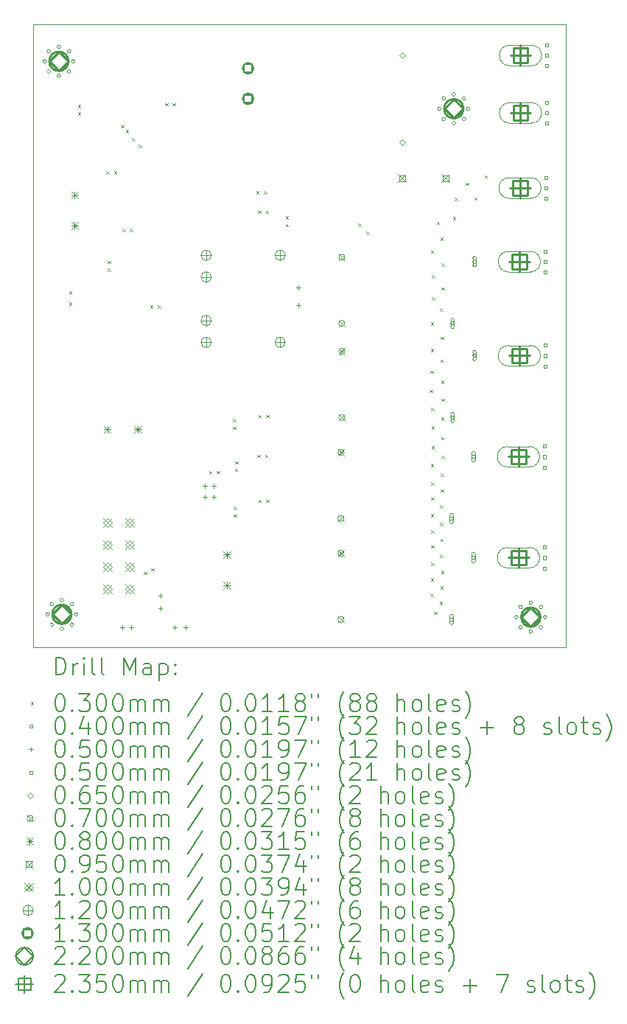
<source format=gbr>
%TF.GenerationSoftware,KiCad,Pcbnew,8.0.2-8.0.2-0~ubuntu22.04.1*%
%TF.CreationDate,2024-05-24T15:40:45+07:00*%
%TF.ProjectId,PCB_design,5043425f-6465-4736-9967-6e2e6b696361,rev?*%
%TF.SameCoordinates,Original*%
%TF.FileFunction,Drillmap*%
%TF.FilePolarity,Positive*%
%FSLAX45Y45*%
G04 Gerber Fmt 4.5, Leading zero omitted, Abs format (unit mm)*
G04 Created by KiCad (PCBNEW 8.0.2-8.0.2-0~ubuntu22.04.1) date 2024-05-24 15:40:45*
%MOMM*%
%LPD*%
G01*
G04 APERTURE LIST*
%ADD10C,0.050000*%
%ADD11C,0.200000*%
%ADD12C,0.100000*%
%ADD13C,0.120000*%
%ADD14C,0.130000*%
%ADD15C,0.220000*%
%ADD16C,0.235000*%
G04 APERTURE END LIST*
D10*
X10125000Y-3401000D02*
X16240000Y-3401000D01*
X16240000Y-10560000D01*
X10125000Y-10560000D01*
X10125000Y-3401000D01*
D11*
D12*
X10535000Y-6471000D02*
X10565000Y-6501000D01*
X10565000Y-6471000D02*
X10535000Y-6501000D01*
X10535000Y-6598500D02*
X10565000Y-6628500D01*
X10565000Y-6598500D02*
X10535000Y-6628500D01*
X10635000Y-4326250D02*
X10665000Y-4356250D01*
X10665000Y-4326250D02*
X10635000Y-4356250D01*
X10635000Y-4413500D02*
X10665000Y-4443500D01*
X10665000Y-4413500D02*
X10635000Y-4443500D01*
X10963000Y-5090500D02*
X10993000Y-5120500D01*
X10993000Y-5090500D02*
X10963000Y-5120500D01*
X10978680Y-6119040D02*
X11008680Y-6149040D01*
X11008680Y-6119040D02*
X10978680Y-6149040D01*
X10978680Y-6206290D02*
X11008680Y-6236290D01*
X11008680Y-6206290D02*
X10978680Y-6236290D01*
X11052500Y-5090500D02*
X11082500Y-5120500D01*
X11082500Y-5090500D02*
X11052500Y-5120500D01*
X11133000Y-4563000D02*
X11163000Y-4593000D01*
X11163000Y-4563000D02*
X11133000Y-4593000D01*
X11147750Y-5748500D02*
X11177750Y-5778500D01*
X11177750Y-5748500D02*
X11147750Y-5778500D01*
X11185000Y-4615000D02*
X11215000Y-4645000D01*
X11215000Y-4615000D02*
X11185000Y-4645000D01*
X11235000Y-5748500D02*
X11265000Y-5778500D01*
X11265000Y-5748500D02*
X11235000Y-5778500D01*
X11260000Y-4710000D02*
X11290000Y-4740000D01*
X11290000Y-4710000D02*
X11260000Y-4740000D01*
X11335500Y-4785500D02*
X11365500Y-4815500D01*
X11365500Y-4785500D02*
X11335500Y-4815500D01*
X11394033Y-9691967D02*
X11424033Y-9721967D01*
X11424033Y-9691967D02*
X11394033Y-9721967D01*
X11465470Y-6632120D02*
X11495470Y-6662120D01*
X11495470Y-6632120D02*
X11465470Y-6662120D01*
X11480000Y-9648750D02*
X11510000Y-9678750D01*
X11510000Y-9648750D02*
X11480000Y-9678750D01*
X11552720Y-6632120D02*
X11582720Y-6662120D01*
X11582720Y-6632120D02*
X11552720Y-6662120D01*
X11637750Y-4308500D02*
X11667750Y-4338500D01*
X11667750Y-4308500D02*
X11637750Y-4338500D01*
X11725000Y-4308500D02*
X11755000Y-4338500D01*
X11755000Y-4308500D02*
X11725000Y-4338500D01*
X12142750Y-8533500D02*
X12172750Y-8563500D01*
X12172750Y-8533500D02*
X12142750Y-8563500D01*
X12230000Y-8533500D02*
X12260000Y-8563500D01*
X12260000Y-8533500D02*
X12230000Y-8563500D01*
X12420000Y-7936250D02*
X12450000Y-7966250D01*
X12450000Y-7936250D02*
X12420000Y-7966250D01*
X12420000Y-8023500D02*
X12450000Y-8053500D01*
X12450000Y-8023500D02*
X12420000Y-8053500D01*
X12425000Y-8943750D02*
X12455000Y-8973750D01*
X12455000Y-8943750D02*
X12425000Y-8973750D01*
X12425000Y-9031000D02*
X12455000Y-9061000D01*
X12455000Y-9031000D02*
X12425000Y-9061000D01*
X12440000Y-8506000D02*
X12470000Y-8536000D01*
X12470000Y-8506000D02*
X12440000Y-8536000D01*
X12442500Y-8421000D02*
X12472500Y-8451000D01*
X12472500Y-8421000D02*
X12442500Y-8451000D01*
X12685250Y-5318500D02*
X12715250Y-5348500D01*
X12715250Y-5318500D02*
X12685250Y-5348500D01*
X12697750Y-8346000D02*
X12727750Y-8376000D01*
X12727750Y-8346000D02*
X12697750Y-8376000D01*
X12707500Y-5543500D02*
X12737500Y-5573500D01*
X12737500Y-5543500D02*
X12707500Y-5573500D01*
X12710250Y-7888500D02*
X12740250Y-7918500D01*
X12740250Y-7888500D02*
X12710250Y-7918500D01*
X12710250Y-8863500D02*
X12740250Y-8893500D01*
X12740250Y-8863500D02*
X12710250Y-8893500D01*
X12772500Y-5318500D02*
X12802500Y-5348500D01*
X12802500Y-5318500D02*
X12772500Y-5348500D01*
X12785000Y-8346000D02*
X12815000Y-8376000D01*
X12815000Y-8346000D02*
X12785000Y-8376000D01*
X12794750Y-5543500D02*
X12824750Y-5573500D01*
X12824750Y-5543500D02*
X12794750Y-5573500D01*
X12797500Y-7888500D02*
X12827500Y-7918500D01*
X12827500Y-7888500D02*
X12797500Y-7918500D01*
X12797500Y-8863500D02*
X12827500Y-8893500D01*
X12827500Y-8863500D02*
X12797500Y-8893500D01*
X13022500Y-5608500D02*
X13052500Y-5638500D01*
X13052500Y-5608500D02*
X13022500Y-5638500D01*
X13022500Y-5695750D02*
X13052500Y-5725750D01*
X13052500Y-5695750D02*
X13022500Y-5725750D01*
X13855500Y-5690500D02*
X13885500Y-5720500D01*
X13885500Y-5690500D02*
X13855500Y-5720500D01*
X13950000Y-5785000D02*
X13980000Y-5815000D01*
X13980000Y-5785000D02*
X13950000Y-5815000D01*
X14678000Y-7602000D02*
X14708000Y-7632000D01*
X14708000Y-7602000D02*
X14678000Y-7632000D01*
X14686000Y-9944000D02*
X14716000Y-9974000D01*
X14716000Y-9944000D02*
X14686000Y-9974000D01*
X14688000Y-7380000D02*
X14718000Y-7410000D01*
X14718000Y-7380000D02*
X14688000Y-7410000D01*
X14690000Y-5999000D02*
X14720000Y-6029000D01*
X14720000Y-5999000D02*
X14690000Y-6029000D01*
X14690000Y-6824000D02*
X14720000Y-6854000D01*
X14720000Y-6824000D02*
X14690000Y-6854000D01*
X14690000Y-9764000D02*
X14720000Y-9794000D01*
X14720000Y-9764000D02*
X14690000Y-9794000D01*
X14691000Y-9026000D02*
X14721000Y-9056000D01*
X14721000Y-9026000D02*
X14691000Y-9056000D01*
X14692000Y-7131000D02*
X14722000Y-7161000D01*
X14722000Y-7131000D02*
X14692000Y-7161000D01*
X14692000Y-8452000D02*
X14722000Y-8482000D01*
X14722000Y-8452000D02*
X14692000Y-8482000D01*
X14695000Y-8665000D02*
X14725000Y-8695000D01*
X14725000Y-8665000D02*
X14695000Y-8695000D01*
X14697000Y-7806000D02*
X14727000Y-7836000D01*
X14727000Y-7806000D02*
X14697000Y-7836000D01*
X14697000Y-9386000D02*
X14727000Y-9416000D01*
X14727000Y-9386000D02*
X14697000Y-9416000D01*
X14697000Y-9586000D02*
X14727000Y-9616000D01*
X14727000Y-9586000D02*
X14697000Y-9616000D01*
X14698000Y-8835000D02*
X14728000Y-8865000D01*
X14728000Y-8835000D02*
X14698000Y-8865000D01*
X14698000Y-9215000D02*
X14728000Y-9245000D01*
X14728000Y-9215000D02*
X14698000Y-9245000D01*
X14701000Y-8022000D02*
X14731000Y-8052000D01*
X14731000Y-8022000D02*
X14701000Y-8052000D01*
X14701000Y-8250000D02*
X14731000Y-8280000D01*
X14731000Y-8250000D02*
X14701000Y-8280000D01*
X14702000Y-6536000D02*
X14732000Y-6566000D01*
X14732000Y-6536000D02*
X14702000Y-6566000D01*
X14703000Y-6285000D02*
X14733000Y-6315000D01*
X14733000Y-6285000D02*
X14703000Y-6315000D01*
X14728000Y-10149000D02*
X14758000Y-10179000D01*
X14758000Y-10149000D02*
X14728000Y-10179000D01*
X14760000Y-5669000D02*
X14790000Y-5699000D01*
X14790000Y-5669000D02*
X14760000Y-5699000D01*
X14792000Y-10035000D02*
X14822000Y-10065000D01*
X14822000Y-10035000D02*
X14792000Y-10065000D01*
X14796000Y-9127000D02*
X14826000Y-9157000D01*
X14826000Y-9127000D02*
X14796000Y-9157000D01*
X14797000Y-9492000D02*
X14827000Y-9522000D01*
X14827000Y-9492000D02*
X14797000Y-9522000D01*
X14799000Y-6663000D02*
X14829000Y-6693000D01*
X14829000Y-6663000D02*
X14799000Y-6693000D01*
X14799000Y-8924000D02*
X14829000Y-8954000D01*
X14829000Y-8924000D02*
X14799000Y-8954000D01*
X14800000Y-5853000D02*
X14830000Y-5883000D01*
X14830000Y-5853000D02*
X14800000Y-5883000D01*
X14800000Y-7254000D02*
X14830000Y-7284000D01*
X14830000Y-7254000D02*
X14800000Y-7284000D01*
X14801000Y-9859000D02*
X14831000Y-9889000D01*
X14831000Y-9859000D02*
X14801000Y-9889000D01*
X14803000Y-9310000D02*
X14833000Y-9340000D01*
X14833000Y-9310000D02*
X14803000Y-9340000D01*
X14804000Y-8561000D02*
X14834000Y-8591000D01*
X14834000Y-8561000D02*
X14804000Y-8591000D01*
X14805000Y-8744000D02*
X14835000Y-8774000D01*
X14835000Y-8744000D02*
X14805000Y-8774000D01*
X14807000Y-6993000D02*
X14837000Y-7023000D01*
X14837000Y-6993000D02*
X14807000Y-7023000D01*
X14809000Y-7495000D02*
X14839000Y-7525000D01*
X14839000Y-7495000D02*
X14809000Y-7525000D01*
X14809000Y-9681000D02*
X14839000Y-9711000D01*
X14839000Y-9681000D02*
X14809000Y-9711000D01*
X14812000Y-7918000D02*
X14842000Y-7948000D01*
X14842000Y-7918000D02*
X14812000Y-7948000D01*
X14812000Y-8141000D02*
X14842000Y-8171000D01*
X14842000Y-8141000D02*
X14812000Y-8171000D01*
X14813000Y-7704000D02*
X14843000Y-7734000D01*
X14843000Y-7704000D02*
X14813000Y-7734000D01*
X14814000Y-6423000D02*
X14844000Y-6453000D01*
X14844000Y-6423000D02*
X14814000Y-6453000D01*
X14815000Y-6149000D02*
X14845000Y-6179000D01*
X14845000Y-6149000D02*
X14815000Y-6179000D01*
X14815000Y-8357000D02*
X14845000Y-8387000D01*
X14845000Y-8357000D02*
X14815000Y-8387000D01*
X14946000Y-5614000D02*
X14976000Y-5644000D01*
X14976000Y-5614000D02*
X14946000Y-5644000D01*
X14966000Y-5396000D02*
X14996000Y-5426000D01*
X14996000Y-5396000D02*
X14966000Y-5426000D01*
X15096000Y-5223000D02*
X15126000Y-5253000D01*
X15126000Y-5223000D02*
X15096000Y-5253000D01*
X15192000Y-5392000D02*
X15222000Y-5422000D01*
X15222000Y-5392000D02*
X15192000Y-5422000D01*
X15309632Y-5136523D02*
X15339632Y-5166523D01*
X15339632Y-5136523D02*
X15309632Y-5166523D01*
X10272500Y-3828500D02*
G75*
G02*
X10232500Y-3828500I-20000J0D01*
G01*
X10232500Y-3828500D02*
G75*
G02*
X10272500Y-3828500I20000J0D01*
G01*
X10307000Y-10180000D02*
G75*
G02*
X10267000Y-10180000I-20000J0D01*
G01*
X10267000Y-10180000D02*
G75*
G02*
X10307000Y-10180000I20000J0D01*
G01*
X10320827Y-3711827D02*
G75*
G02*
X10280827Y-3711827I-20000J0D01*
G01*
X10280827Y-3711827D02*
G75*
G02*
X10320827Y-3711827I20000J0D01*
G01*
X10320827Y-3945173D02*
G75*
G02*
X10280827Y-3945173I-20000J0D01*
G01*
X10280827Y-3945173D02*
G75*
G02*
X10320827Y-3945173I20000J0D01*
G01*
X10355327Y-10063327D02*
G75*
G02*
X10315327Y-10063327I-20000J0D01*
G01*
X10315327Y-10063327D02*
G75*
G02*
X10355327Y-10063327I20000J0D01*
G01*
X10355327Y-10296673D02*
G75*
G02*
X10315327Y-10296673I-20000J0D01*
G01*
X10315327Y-10296673D02*
G75*
G02*
X10355327Y-10296673I20000J0D01*
G01*
X10437500Y-3663500D02*
G75*
G02*
X10397500Y-3663500I-20000J0D01*
G01*
X10397500Y-3663500D02*
G75*
G02*
X10437500Y-3663500I20000J0D01*
G01*
X10437500Y-3993500D02*
G75*
G02*
X10397500Y-3993500I-20000J0D01*
G01*
X10397500Y-3993500D02*
G75*
G02*
X10437500Y-3993500I20000J0D01*
G01*
X10472000Y-10015000D02*
G75*
G02*
X10432000Y-10015000I-20000J0D01*
G01*
X10432000Y-10015000D02*
G75*
G02*
X10472000Y-10015000I20000J0D01*
G01*
X10472000Y-10345000D02*
G75*
G02*
X10432000Y-10345000I-20000J0D01*
G01*
X10432000Y-10345000D02*
G75*
G02*
X10472000Y-10345000I20000J0D01*
G01*
X10554173Y-3711827D02*
G75*
G02*
X10514173Y-3711827I-20000J0D01*
G01*
X10514173Y-3711827D02*
G75*
G02*
X10554173Y-3711827I20000J0D01*
G01*
X10554173Y-3945173D02*
G75*
G02*
X10514173Y-3945173I-20000J0D01*
G01*
X10514173Y-3945173D02*
G75*
G02*
X10554173Y-3945173I20000J0D01*
G01*
X10588673Y-10063327D02*
G75*
G02*
X10548673Y-10063327I-20000J0D01*
G01*
X10548673Y-10063327D02*
G75*
G02*
X10588673Y-10063327I20000J0D01*
G01*
X10588673Y-10296673D02*
G75*
G02*
X10548673Y-10296673I-20000J0D01*
G01*
X10548673Y-10296673D02*
G75*
G02*
X10588673Y-10296673I20000J0D01*
G01*
X10602500Y-3828500D02*
G75*
G02*
X10562500Y-3828500I-20000J0D01*
G01*
X10562500Y-3828500D02*
G75*
G02*
X10602500Y-3828500I20000J0D01*
G01*
X10637000Y-10180000D02*
G75*
G02*
X10597000Y-10180000I-20000J0D01*
G01*
X10597000Y-10180000D02*
G75*
G02*
X10637000Y-10180000I20000J0D01*
G01*
X14811000Y-4373000D02*
G75*
G02*
X14771000Y-4373000I-20000J0D01*
G01*
X14771000Y-4373000D02*
G75*
G02*
X14811000Y-4373000I20000J0D01*
G01*
X14859327Y-4256327D02*
G75*
G02*
X14819327Y-4256327I-20000J0D01*
G01*
X14819327Y-4256327D02*
G75*
G02*
X14859327Y-4256327I20000J0D01*
G01*
X14859327Y-4489673D02*
G75*
G02*
X14819327Y-4489673I-20000J0D01*
G01*
X14819327Y-4489673D02*
G75*
G02*
X14859327Y-4489673I20000J0D01*
G01*
X14949000Y-9079000D02*
G75*
G02*
X14909000Y-9079000I-20000J0D01*
G01*
X14909000Y-9079000D02*
G75*
G02*
X14949000Y-9079000I20000J0D01*
G01*
X14909000Y-9039000D02*
X14909000Y-9119000D01*
X14949000Y-9119000D02*
G75*
G02*
X14909000Y-9119000I-20000J0D01*
G01*
X14949000Y-9119000D02*
X14949000Y-9039000D01*
X14949000Y-9039000D02*
G75*
G03*
X14909000Y-9039000I-20000J0D01*
G01*
X14949000Y-10239000D02*
G75*
G02*
X14909000Y-10239000I-20000J0D01*
G01*
X14909000Y-10239000D02*
G75*
G02*
X14949000Y-10239000I20000J0D01*
G01*
X14909000Y-10199000D02*
X14909000Y-10279000D01*
X14949000Y-10279000D02*
G75*
G02*
X14909000Y-10279000I-20000J0D01*
G01*
X14949000Y-10279000D02*
X14949000Y-10199000D01*
X14949000Y-10199000D02*
G75*
G03*
X14909000Y-10199000I-20000J0D01*
G01*
X14959000Y-6839000D02*
G75*
G02*
X14919000Y-6839000I-20000J0D01*
G01*
X14919000Y-6839000D02*
G75*
G02*
X14959000Y-6839000I20000J0D01*
G01*
X14919000Y-6799000D02*
X14919000Y-6879000D01*
X14959000Y-6879000D02*
G75*
G02*
X14919000Y-6879000I-20000J0D01*
G01*
X14959000Y-6879000D02*
X14959000Y-6799000D01*
X14959000Y-6799000D02*
G75*
G03*
X14919000Y-6799000I-20000J0D01*
G01*
X14959000Y-7919000D02*
G75*
G02*
X14919000Y-7919000I-20000J0D01*
G01*
X14919000Y-7919000D02*
G75*
G02*
X14959000Y-7919000I20000J0D01*
G01*
X14919000Y-7879000D02*
X14919000Y-7959000D01*
X14959000Y-7959000D02*
G75*
G02*
X14919000Y-7959000I-20000J0D01*
G01*
X14959000Y-7959000D02*
X14959000Y-7879000D01*
X14959000Y-7879000D02*
G75*
G03*
X14919000Y-7879000I-20000J0D01*
G01*
X14976000Y-4208000D02*
G75*
G02*
X14936000Y-4208000I-20000J0D01*
G01*
X14936000Y-4208000D02*
G75*
G02*
X14976000Y-4208000I20000J0D01*
G01*
X14976000Y-4538000D02*
G75*
G02*
X14936000Y-4538000I-20000J0D01*
G01*
X14936000Y-4538000D02*
G75*
G02*
X14976000Y-4538000I20000J0D01*
G01*
X15092673Y-4256327D02*
G75*
G02*
X15052673Y-4256327I-20000J0D01*
G01*
X15052673Y-4256327D02*
G75*
G02*
X15092673Y-4256327I20000J0D01*
G01*
X15092673Y-4489673D02*
G75*
G02*
X15052673Y-4489673I-20000J0D01*
G01*
X15052673Y-4489673D02*
G75*
G02*
X15092673Y-4489673I20000J0D01*
G01*
X15141000Y-4373000D02*
G75*
G02*
X15101000Y-4373000I-20000J0D01*
G01*
X15101000Y-4373000D02*
G75*
G02*
X15141000Y-4373000I20000J0D01*
G01*
X15203000Y-8369000D02*
G75*
G02*
X15163000Y-8369000I-20000J0D01*
G01*
X15163000Y-8369000D02*
G75*
G02*
X15203000Y-8369000I20000J0D01*
G01*
X15163000Y-8329000D02*
X15163000Y-8409000D01*
X15203000Y-8409000D02*
G75*
G02*
X15163000Y-8409000I-20000J0D01*
G01*
X15203000Y-8409000D02*
X15203000Y-8329000D01*
X15203000Y-8329000D02*
G75*
G03*
X15163000Y-8329000I-20000J0D01*
G01*
X15203000Y-9529000D02*
G75*
G02*
X15163000Y-9529000I-20000J0D01*
G01*
X15163000Y-9529000D02*
G75*
G02*
X15203000Y-9529000I20000J0D01*
G01*
X15163000Y-9489000D02*
X15163000Y-9569000D01*
X15203000Y-9569000D02*
G75*
G02*
X15163000Y-9569000I-20000J0D01*
G01*
X15203000Y-9569000D02*
X15203000Y-9489000D01*
X15203000Y-9489000D02*
G75*
G03*
X15163000Y-9489000I-20000J0D01*
G01*
X15213000Y-6129000D02*
G75*
G02*
X15173000Y-6129000I-20000J0D01*
G01*
X15173000Y-6129000D02*
G75*
G02*
X15213000Y-6129000I20000J0D01*
G01*
X15173000Y-6089000D02*
X15173000Y-6169000D01*
X15213000Y-6169000D02*
G75*
G02*
X15173000Y-6169000I-20000J0D01*
G01*
X15213000Y-6169000D02*
X15213000Y-6089000D01*
X15213000Y-6089000D02*
G75*
G03*
X15173000Y-6089000I-20000J0D01*
G01*
X15213000Y-7209000D02*
G75*
G02*
X15173000Y-7209000I-20000J0D01*
G01*
X15173000Y-7209000D02*
G75*
G02*
X15213000Y-7209000I20000J0D01*
G01*
X15173000Y-7169000D02*
X15173000Y-7249000D01*
X15213000Y-7249000D02*
G75*
G02*
X15173000Y-7249000I-20000J0D01*
G01*
X15213000Y-7249000D02*
X15213000Y-7169000D01*
X15213000Y-7169000D02*
G75*
G03*
X15173000Y-7169000I-20000J0D01*
G01*
X15695000Y-10212000D02*
G75*
G02*
X15655000Y-10212000I-20000J0D01*
G01*
X15655000Y-10212000D02*
G75*
G02*
X15695000Y-10212000I20000J0D01*
G01*
X15743327Y-10095327D02*
G75*
G02*
X15703327Y-10095327I-20000J0D01*
G01*
X15703327Y-10095327D02*
G75*
G02*
X15743327Y-10095327I20000J0D01*
G01*
X15743327Y-10328673D02*
G75*
G02*
X15703327Y-10328673I-20000J0D01*
G01*
X15703327Y-10328673D02*
G75*
G02*
X15743327Y-10328673I20000J0D01*
G01*
X15860000Y-10047000D02*
G75*
G02*
X15820000Y-10047000I-20000J0D01*
G01*
X15820000Y-10047000D02*
G75*
G02*
X15860000Y-10047000I20000J0D01*
G01*
X15860000Y-10377000D02*
G75*
G02*
X15820000Y-10377000I-20000J0D01*
G01*
X15820000Y-10377000D02*
G75*
G02*
X15860000Y-10377000I20000J0D01*
G01*
X15976673Y-10095327D02*
G75*
G02*
X15936673Y-10095327I-20000J0D01*
G01*
X15936673Y-10095327D02*
G75*
G02*
X15976673Y-10095327I20000J0D01*
G01*
X15976673Y-10328673D02*
G75*
G02*
X15936673Y-10328673I-20000J0D01*
G01*
X15936673Y-10328673D02*
G75*
G02*
X15976673Y-10328673I20000J0D01*
G01*
X16025000Y-10212000D02*
G75*
G02*
X15985000Y-10212000I-20000J0D01*
G01*
X15985000Y-10212000D02*
G75*
G02*
X16025000Y-10212000I20000J0D01*
G01*
X11150000Y-10305000D02*
X11150000Y-10355000D01*
X11125000Y-10330000D02*
X11175000Y-10330000D01*
X11250000Y-10305000D02*
X11250000Y-10355000D01*
X11225000Y-10330000D02*
X11275000Y-10330000D01*
X11582500Y-9938500D02*
X11582500Y-9988500D01*
X11557500Y-9963500D02*
X11607500Y-9963500D01*
X11582500Y-10085000D02*
X11582500Y-10135000D01*
X11557500Y-10110000D02*
X11607500Y-10110000D01*
X11750000Y-10305000D02*
X11750000Y-10355000D01*
X11725000Y-10330000D02*
X11775000Y-10330000D01*
X11875000Y-10305000D02*
X11875000Y-10355000D01*
X11850000Y-10330000D02*
X11900000Y-10330000D01*
X12095000Y-8680000D02*
X12095000Y-8730000D01*
X12070000Y-8705000D02*
X12120000Y-8705000D01*
X12095000Y-8805000D02*
X12095000Y-8855000D01*
X12070000Y-8830000D02*
X12120000Y-8830000D01*
X12200000Y-8680000D02*
X12200000Y-8730000D01*
X12175000Y-8705000D02*
X12225000Y-8705000D01*
X12200000Y-8805000D02*
X12200000Y-8855000D01*
X12175000Y-8830000D02*
X12225000Y-8830000D01*
X13170000Y-6400000D02*
X13170000Y-6450000D01*
X13145000Y-6425000D02*
X13195000Y-6425000D01*
X13170000Y-6601000D02*
X13170000Y-6651000D01*
X13145000Y-6626000D02*
X13195000Y-6626000D01*
X16016678Y-8266678D02*
X16016678Y-8231322D01*
X15981322Y-8231322D01*
X15981322Y-8266678D01*
X16016678Y-8266678D01*
X16016678Y-8386678D02*
X16016678Y-8351322D01*
X15981322Y-8351322D01*
X15981322Y-8386678D01*
X16016678Y-8386678D01*
X16016678Y-8506678D02*
X16016678Y-8471322D01*
X15981322Y-8471322D01*
X15981322Y-8506678D01*
X16016678Y-8506678D01*
X16016678Y-9426678D02*
X16016678Y-9391322D01*
X15981322Y-9391322D01*
X15981322Y-9426678D01*
X16016678Y-9426678D01*
X16016678Y-9546678D02*
X16016678Y-9511322D01*
X15981322Y-9511322D01*
X15981322Y-9546678D01*
X16016678Y-9546678D01*
X16016678Y-9666678D02*
X16016678Y-9631322D01*
X15981322Y-9631322D01*
X15981322Y-9666678D01*
X16016678Y-9666678D01*
X16026678Y-6026678D02*
X16026678Y-5991322D01*
X15991322Y-5991322D01*
X15991322Y-6026678D01*
X16026678Y-6026678D01*
X16026678Y-6146678D02*
X16026678Y-6111322D01*
X15991322Y-6111322D01*
X15991322Y-6146678D01*
X16026678Y-6146678D01*
X16026678Y-6266678D02*
X16026678Y-6231322D01*
X15991322Y-6231322D01*
X15991322Y-6266678D01*
X16026678Y-6266678D01*
X16026678Y-7106678D02*
X16026678Y-7071322D01*
X15991322Y-7071322D01*
X15991322Y-7106678D01*
X16026678Y-7106678D01*
X16026678Y-7226678D02*
X16026678Y-7191322D01*
X15991322Y-7191322D01*
X15991322Y-7226678D01*
X16026678Y-7226678D01*
X16026678Y-7346678D02*
X16026678Y-7311322D01*
X15991322Y-7311322D01*
X15991322Y-7346678D01*
X16026678Y-7346678D01*
X16033678Y-5180678D02*
X16033678Y-5145322D01*
X15998322Y-5145322D01*
X15998322Y-5180678D01*
X16033678Y-5180678D01*
X16033678Y-5300678D02*
X16033678Y-5265322D01*
X15998322Y-5265322D01*
X15998322Y-5300678D01*
X16033678Y-5300678D01*
X16033678Y-5420678D02*
X16033678Y-5385322D01*
X15998322Y-5385322D01*
X15998322Y-5420678D01*
X16033678Y-5420678D01*
X16039678Y-3658678D02*
X16039678Y-3623322D01*
X16004322Y-3623322D01*
X16004322Y-3658678D01*
X16039678Y-3658678D01*
X16039678Y-3778678D02*
X16039678Y-3743322D01*
X16004322Y-3743322D01*
X16004322Y-3778678D01*
X16039678Y-3778678D01*
X16039678Y-3898678D02*
X16039678Y-3863322D01*
X16004322Y-3863322D01*
X16004322Y-3898678D01*
X16039678Y-3898678D01*
X16039678Y-4318678D02*
X16039678Y-4283322D01*
X16004322Y-4283322D01*
X16004322Y-4318678D01*
X16039678Y-4318678D01*
X16039678Y-4438678D02*
X16039678Y-4403322D01*
X16004322Y-4403322D01*
X16004322Y-4438678D01*
X16039678Y-4438678D01*
X16039678Y-4558678D02*
X16039678Y-4523322D01*
X16004322Y-4523322D01*
X16004322Y-4558678D01*
X16039678Y-4558678D01*
X14363000Y-3793500D02*
X14395500Y-3761000D01*
X14363000Y-3728500D01*
X14330500Y-3761000D01*
X14363000Y-3793500D01*
X14363000Y-4793500D02*
X14395500Y-4761000D01*
X14363000Y-4728500D01*
X14330500Y-4761000D01*
X14363000Y-4793500D01*
X13624000Y-8284000D02*
X13694000Y-8354000D01*
X13694000Y-8284000D02*
X13624000Y-8354000D01*
X13694000Y-8319000D02*
G75*
G02*
X13624000Y-8319000I-35000J0D01*
G01*
X13624000Y-8319000D02*
G75*
G02*
X13694000Y-8319000I35000J0D01*
G01*
X13624000Y-9044000D02*
X13694000Y-9114000D01*
X13694000Y-9044000D02*
X13624000Y-9114000D01*
X13694000Y-9079000D02*
G75*
G02*
X13624000Y-9079000I-35000J0D01*
G01*
X13624000Y-9079000D02*
G75*
G02*
X13694000Y-9079000I35000J0D01*
G01*
X13624000Y-9444000D02*
X13694000Y-9514000D01*
X13694000Y-9444000D02*
X13624000Y-9514000D01*
X13694000Y-9479000D02*
G75*
G02*
X13624000Y-9479000I-35000J0D01*
G01*
X13624000Y-9479000D02*
G75*
G02*
X13694000Y-9479000I35000J0D01*
G01*
X13624000Y-10204000D02*
X13694000Y-10274000D01*
X13694000Y-10204000D02*
X13624000Y-10274000D01*
X13694000Y-10239000D02*
G75*
G02*
X13624000Y-10239000I-35000J0D01*
G01*
X13624000Y-10239000D02*
G75*
G02*
X13694000Y-10239000I35000J0D01*
G01*
X13634000Y-6044000D02*
X13704000Y-6114000D01*
X13704000Y-6044000D02*
X13634000Y-6114000D01*
X13704000Y-6079000D02*
G75*
G02*
X13634000Y-6079000I-35000J0D01*
G01*
X13634000Y-6079000D02*
G75*
G02*
X13704000Y-6079000I35000J0D01*
G01*
X13634000Y-6804000D02*
X13704000Y-6874000D01*
X13704000Y-6804000D02*
X13634000Y-6874000D01*
X13704000Y-6839000D02*
G75*
G02*
X13634000Y-6839000I-35000J0D01*
G01*
X13634000Y-6839000D02*
G75*
G02*
X13704000Y-6839000I35000J0D01*
G01*
X13634000Y-7124000D02*
X13704000Y-7194000D01*
X13704000Y-7124000D02*
X13634000Y-7194000D01*
X13704000Y-7159000D02*
G75*
G02*
X13634000Y-7159000I-35000J0D01*
G01*
X13634000Y-7159000D02*
G75*
G02*
X13704000Y-7159000I35000J0D01*
G01*
X13634000Y-7884000D02*
X13704000Y-7954000D01*
X13704000Y-7884000D02*
X13634000Y-7954000D01*
X13704000Y-7919000D02*
G75*
G02*
X13634000Y-7919000I-35000J0D01*
G01*
X13634000Y-7919000D02*
G75*
G02*
X13704000Y-7919000I35000J0D01*
G01*
X10560000Y-5325265D02*
X10640000Y-5405265D01*
X10640000Y-5325265D02*
X10560000Y-5405265D01*
X10600000Y-5325265D02*
X10600000Y-5405265D01*
X10560000Y-5365265D02*
X10640000Y-5365265D01*
X10560000Y-5675265D02*
X10640000Y-5755265D01*
X10640000Y-5675265D02*
X10560000Y-5755265D01*
X10600000Y-5675265D02*
X10600000Y-5755265D01*
X10560000Y-5715265D02*
X10640000Y-5715265D01*
X10935000Y-8015000D02*
X11015000Y-8095000D01*
X11015000Y-8015000D02*
X10935000Y-8095000D01*
X10975000Y-8015000D02*
X10975000Y-8095000D01*
X10935000Y-8055000D02*
X11015000Y-8055000D01*
X11285000Y-8015000D02*
X11365000Y-8095000D01*
X11365000Y-8015000D02*
X11285000Y-8095000D01*
X11325000Y-8015000D02*
X11325000Y-8095000D01*
X11285000Y-8055000D02*
X11365000Y-8055000D01*
X12310000Y-9455265D02*
X12390000Y-9535265D01*
X12390000Y-9455265D02*
X12310000Y-9535265D01*
X12350000Y-9455265D02*
X12350000Y-9535265D01*
X12310000Y-9495265D02*
X12390000Y-9495265D01*
X12310000Y-9805265D02*
X12390000Y-9885265D01*
X12390000Y-9805265D02*
X12310000Y-9885265D01*
X12350000Y-9805265D02*
X12350000Y-9885265D01*
X12310000Y-9845265D02*
X12390000Y-9845265D01*
X14314500Y-5123500D02*
X14409500Y-5218500D01*
X14409500Y-5123500D02*
X14314500Y-5218500D01*
X14395588Y-5204588D02*
X14395588Y-5137412D01*
X14328412Y-5137412D01*
X14328412Y-5204588D01*
X14395588Y-5204588D01*
X14814500Y-5123500D02*
X14909500Y-5218500D01*
X14909500Y-5123500D02*
X14814500Y-5218500D01*
X14895588Y-5204588D02*
X14895588Y-5137412D01*
X14828412Y-5137412D01*
X14828412Y-5204588D01*
X14895588Y-5204588D01*
X10925000Y-9075000D02*
X11025000Y-9175000D01*
X11025000Y-9075000D02*
X10925000Y-9175000D01*
X10975000Y-9175000D02*
X11025000Y-9125000D01*
X10975000Y-9075000D01*
X10925000Y-9125000D01*
X10975000Y-9175000D01*
X10925000Y-9329000D02*
X11025000Y-9429000D01*
X11025000Y-9329000D02*
X10925000Y-9429000D01*
X10975000Y-9429000D02*
X11025000Y-9379000D01*
X10975000Y-9329000D01*
X10925000Y-9379000D01*
X10975000Y-9429000D01*
X10925000Y-9583000D02*
X11025000Y-9683000D01*
X11025000Y-9583000D02*
X10925000Y-9683000D01*
X10975000Y-9683000D02*
X11025000Y-9633000D01*
X10975000Y-9583000D01*
X10925000Y-9633000D01*
X10975000Y-9683000D01*
X10925000Y-9837000D02*
X11025000Y-9937000D01*
X11025000Y-9837000D02*
X10925000Y-9937000D01*
X10975000Y-9937000D02*
X11025000Y-9887000D01*
X10975000Y-9837000D01*
X10925000Y-9887000D01*
X10975000Y-9937000D01*
X11179000Y-9075000D02*
X11279000Y-9175000D01*
X11279000Y-9075000D02*
X11179000Y-9175000D01*
X11229000Y-9175000D02*
X11279000Y-9125000D01*
X11229000Y-9075000D01*
X11179000Y-9125000D01*
X11229000Y-9175000D01*
X11179000Y-9329000D02*
X11279000Y-9429000D01*
X11279000Y-9329000D02*
X11179000Y-9429000D01*
X11229000Y-9429000D02*
X11279000Y-9379000D01*
X11229000Y-9329000D01*
X11179000Y-9379000D01*
X11229000Y-9429000D01*
X11179000Y-9583000D02*
X11279000Y-9683000D01*
X11279000Y-9583000D02*
X11179000Y-9683000D01*
X11229000Y-9683000D02*
X11279000Y-9633000D01*
X11229000Y-9583000D01*
X11179000Y-9633000D01*
X11229000Y-9683000D01*
X11179000Y-9837000D02*
X11279000Y-9937000D01*
X11279000Y-9837000D02*
X11179000Y-9937000D01*
X11229000Y-9937000D02*
X11279000Y-9887000D01*
X11229000Y-9837000D01*
X11179000Y-9887000D01*
X11229000Y-9937000D01*
D13*
X12110000Y-5995000D02*
X12110000Y-6115000D01*
X12050000Y-6055000D02*
X12170000Y-6055000D01*
X12170000Y-6055000D02*
G75*
G02*
X12050000Y-6055000I-60000J0D01*
G01*
X12050000Y-6055000D02*
G75*
G02*
X12170000Y-6055000I60000J0D01*
G01*
X12110000Y-6245000D02*
X12110000Y-6365000D01*
X12050000Y-6305000D02*
X12170000Y-6305000D01*
X12170000Y-6305000D02*
G75*
G02*
X12050000Y-6305000I-60000J0D01*
G01*
X12050000Y-6305000D02*
G75*
G02*
X12170000Y-6305000I60000J0D01*
G01*
X12110000Y-6745000D02*
X12110000Y-6865000D01*
X12050000Y-6805000D02*
X12170000Y-6805000D01*
X12170000Y-6805000D02*
G75*
G02*
X12050000Y-6805000I-60000J0D01*
G01*
X12050000Y-6805000D02*
G75*
G02*
X12170000Y-6805000I60000J0D01*
G01*
X12110000Y-6995000D02*
X12110000Y-7115000D01*
X12050000Y-7055000D02*
X12170000Y-7055000D01*
X12170000Y-7055000D02*
G75*
G02*
X12050000Y-7055000I-60000J0D01*
G01*
X12050000Y-7055000D02*
G75*
G02*
X12170000Y-7055000I60000J0D01*
G01*
X12960000Y-5995000D02*
X12960000Y-6115000D01*
X12900000Y-6055000D02*
X13020000Y-6055000D01*
X13020000Y-6055000D02*
G75*
G02*
X12900000Y-6055000I-60000J0D01*
G01*
X12900000Y-6055000D02*
G75*
G02*
X13020000Y-6055000I60000J0D01*
G01*
X12960000Y-6995000D02*
X12960000Y-7115000D01*
X12900000Y-7055000D02*
X13020000Y-7055000D01*
X13020000Y-7055000D02*
G75*
G02*
X12900000Y-7055000I-60000J0D01*
G01*
X12900000Y-7055000D02*
G75*
G02*
X13020000Y-7055000I60000J0D01*
G01*
D14*
X12637962Y-3954962D02*
X12637962Y-3863038D01*
X12546038Y-3863038D01*
X12546038Y-3954962D01*
X12637962Y-3954962D01*
X12657000Y-3909000D02*
G75*
G02*
X12527000Y-3909000I-65000J0D01*
G01*
X12527000Y-3909000D02*
G75*
G02*
X12657000Y-3909000I65000J0D01*
G01*
X12637962Y-4304962D02*
X12637962Y-4213038D01*
X12546038Y-4213038D01*
X12546038Y-4304962D01*
X12637962Y-4304962D01*
X12657000Y-4259000D02*
G75*
G02*
X12527000Y-4259000I-65000J0D01*
G01*
X12527000Y-4259000D02*
G75*
G02*
X12657000Y-4259000I65000J0D01*
G01*
D15*
X10417500Y-3938500D02*
X10527500Y-3828500D01*
X10417500Y-3718500D01*
X10307500Y-3828500D01*
X10417500Y-3938500D01*
X10527500Y-3828500D02*
G75*
G02*
X10307500Y-3828500I-110000J0D01*
G01*
X10307500Y-3828500D02*
G75*
G02*
X10527500Y-3828500I110000J0D01*
G01*
X10452000Y-10290000D02*
X10562000Y-10180000D01*
X10452000Y-10070000D01*
X10342000Y-10180000D01*
X10452000Y-10290000D01*
X10562000Y-10180000D02*
G75*
G02*
X10342000Y-10180000I-110000J0D01*
G01*
X10342000Y-10180000D02*
G75*
G02*
X10562000Y-10180000I110000J0D01*
G01*
X14956000Y-4483000D02*
X15066000Y-4373000D01*
X14956000Y-4263000D01*
X14846000Y-4373000D01*
X14956000Y-4483000D01*
X15066000Y-4373000D02*
G75*
G02*
X14846000Y-4373000I-110000J0D01*
G01*
X14846000Y-4373000D02*
G75*
G02*
X15066000Y-4373000I110000J0D01*
G01*
X15840000Y-10322000D02*
X15950000Y-10212000D01*
X15840000Y-10102000D01*
X15730000Y-10212000D01*
X15840000Y-10322000D01*
X15950000Y-10212000D02*
G75*
G02*
X15730000Y-10212000I-110000J0D01*
G01*
X15730000Y-10212000D02*
G75*
G02*
X15950000Y-10212000I110000J0D01*
G01*
D16*
X15699000Y-8251500D02*
X15699000Y-8486500D01*
X15581500Y-8369000D02*
X15816500Y-8369000D01*
X15782086Y-8452086D02*
X15782086Y-8285914D01*
X15615914Y-8285914D01*
X15615914Y-8452086D01*
X15782086Y-8452086D01*
D12*
X15574000Y-8486500D02*
X15824000Y-8486500D01*
X15824000Y-8251500D02*
G75*
G02*
X15824000Y-8486500I0J-117500D01*
G01*
X15824000Y-8251500D02*
X15574000Y-8251500D01*
X15574000Y-8251500D02*
G75*
G03*
X15574000Y-8486500I0J-117500D01*
G01*
D16*
X15699000Y-9411500D02*
X15699000Y-9646500D01*
X15581500Y-9529000D02*
X15816500Y-9529000D01*
X15782086Y-9612086D02*
X15782086Y-9445914D01*
X15615914Y-9445914D01*
X15615914Y-9612086D01*
X15782086Y-9612086D01*
D12*
X15574000Y-9646500D02*
X15824000Y-9646500D01*
X15824000Y-9411500D02*
G75*
G02*
X15824000Y-9646500I0J-117500D01*
G01*
X15824000Y-9411500D02*
X15574000Y-9411500D01*
X15574000Y-9411500D02*
G75*
G03*
X15574000Y-9646500I0J-117500D01*
G01*
D16*
X15709000Y-6011500D02*
X15709000Y-6246500D01*
X15591500Y-6129000D02*
X15826500Y-6129000D01*
X15792086Y-6212086D02*
X15792086Y-6045914D01*
X15625914Y-6045914D01*
X15625914Y-6212086D01*
X15792086Y-6212086D01*
D12*
X15584000Y-6246500D02*
X15834000Y-6246500D01*
X15834000Y-6011500D02*
G75*
G02*
X15834000Y-6246500I0J-117500D01*
G01*
X15834000Y-6011500D02*
X15584000Y-6011500D01*
X15584000Y-6011500D02*
G75*
G03*
X15584000Y-6246500I0J-117500D01*
G01*
D16*
X15709000Y-7091500D02*
X15709000Y-7326500D01*
X15591500Y-7209000D02*
X15826500Y-7209000D01*
X15792086Y-7292086D02*
X15792086Y-7125914D01*
X15625914Y-7125914D01*
X15625914Y-7292086D01*
X15792086Y-7292086D01*
D12*
X15584000Y-7326500D02*
X15834000Y-7326500D01*
X15834000Y-7091500D02*
G75*
G02*
X15834000Y-7326500I0J-117500D01*
G01*
X15834000Y-7091500D02*
X15584000Y-7091500D01*
X15584000Y-7091500D02*
G75*
G03*
X15584000Y-7326500I0J-117500D01*
G01*
D16*
X15716000Y-5165500D02*
X15716000Y-5400500D01*
X15598500Y-5283000D02*
X15833500Y-5283000D01*
X15799086Y-5366086D02*
X15799086Y-5199914D01*
X15632914Y-5199914D01*
X15632914Y-5366086D01*
X15799086Y-5366086D01*
D12*
X15591000Y-5400500D02*
X15841000Y-5400500D01*
X15841000Y-5165500D02*
G75*
G02*
X15841000Y-5400500I0J-117500D01*
G01*
X15841000Y-5165500D02*
X15591000Y-5165500D01*
X15591000Y-5165500D02*
G75*
G03*
X15591000Y-5400500I0J-117500D01*
G01*
D16*
X15722000Y-3643500D02*
X15722000Y-3878500D01*
X15604500Y-3761000D02*
X15839500Y-3761000D01*
X15805086Y-3844086D02*
X15805086Y-3677914D01*
X15638914Y-3677914D01*
X15638914Y-3844086D01*
X15805086Y-3844086D01*
D12*
X15597000Y-3878500D02*
X15847000Y-3878500D01*
X15847000Y-3643500D02*
G75*
G02*
X15847000Y-3878500I0J-117500D01*
G01*
X15847000Y-3643500D02*
X15597000Y-3643500D01*
X15597000Y-3643500D02*
G75*
G03*
X15597000Y-3878500I0J-117500D01*
G01*
D16*
X15722000Y-4303500D02*
X15722000Y-4538500D01*
X15604500Y-4421000D02*
X15839500Y-4421000D01*
X15805086Y-4504086D02*
X15805086Y-4337914D01*
X15638914Y-4337914D01*
X15638914Y-4504086D01*
X15805086Y-4504086D01*
D12*
X15597000Y-4538500D02*
X15847000Y-4538500D01*
X15847000Y-4303500D02*
G75*
G02*
X15847000Y-4538500I0J-117500D01*
G01*
X15847000Y-4303500D02*
X15597000Y-4303500D01*
X15597000Y-4303500D02*
G75*
G03*
X15597000Y-4538500I0J-117500D01*
G01*
D11*
X10383277Y-10873984D02*
X10383277Y-10673984D01*
X10383277Y-10673984D02*
X10430896Y-10673984D01*
X10430896Y-10673984D02*
X10459467Y-10683508D01*
X10459467Y-10683508D02*
X10478515Y-10702555D01*
X10478515Y-10702555D02*
X10488039Y-10721603D01*
X10488039Y-10721603D02*
X10497563Y-10759698D01*
X10497563Y-10759698D02*
X10497563Y-10788270D01*
X10497563Y-10788270D02*
X10488039Y-10826365D01*
X10488039Y-10826365D02*
X10478515Y-10845412D01*
X10478515Y-10845412D02*
X10459467Y-10864460D01*
X10459467Y-10864460D02*
X10430896Y-10873984D01*
X10430896Y-10873984D02*
X10383277Y-10873984D01*
X10583277Y-10873984D02*
X10583277Y-10740650D01*
X10583277Y-10778746D02*
X10592801Y-10759698D01*
X10592801Y-10759698D02*
X10602324Y-10750174D01*
X10602324Y-10750174D02*
X10621372Y-10740650D01*
X10621372Y-10740650D02*
X10640420Y-10740650D01*
X10707086Y-10873984D02*
X10707086Y-10740650D01*
X10707086Y-10673984D02*
X10697563Y-10683508D01*
X10697563Y-10683508D02*
X10707086Y-10693031D01*
X10707086Y-10693031D02*
X10716610Y-10683508D01*
X10716610Y-10683508D02*
X10707086Y-10673984D01*
X10707086Y-10673984D02*
X10707086Y-10693031D01*
X10830896Y-10873984D02*
X10811848Y-10864460D01*
X10811848Y-10864460D02*
X10802324Y-10845412D01*
X10802324Y-10845412D02*
X10802324Y-10673984D01*
X10935658Y-10873984D02*
X10916610Y-10864460D01*
X10916610Y-10864460D02*
X10907086Y-10845412D01*
X10907086Y-10845412D02*
X10907086Y-10673984D01*
X11164229Y-10873984D02*
X11164229Y-10673984D01*
X11164229Y-10673984D02*
X11230896Y-10816841D01*
X11230896Y-10816841D02*
X11297562Y-10673984D01*
X11297562Y-10673984D02*
X11297562Y-10873984D01*
X11478515Y-10873984D02*
X11478515Y-10769222D01*
X11478515Y-10769222D02*
X11468991Y-10750174D01*
X11468991Y-10750174D02*
X11449943Y-10740650D01*
X11449943Y-10740650D02*
X11411848Y-10740650D01*
X11411848Y-10740650D02*
X11392801Y-10750174D01*
X11478515Y-10864460D02*
X11459467Y-10873984D01*
X11459467Y-10873984D02*
X11411848Y-10873984D01*
X11411848Y-10873984D02*
X11392801Y-10864460D01*
X11392801Y-10864460D02*
X11383277Y-10845412D01*
X11383277Y-10845412D02*
X11383277Y-10826365D01*
X11383277Y-10826365D02*
X11392801Y-10807317D01*
X11392801Y-10807317D02*
X11411848Y-10797793D01*
X11411848Y-10797793D02*
X11459467Y-10797793D01*
X11459467Y-10797793D02*
X11478515Y-10788270D01*
X11573753Y-10740650D02*
X11573753Y-10940650D01*
X11573753Y-10750174D02*
X11592801Y-10740650D01*
X11592801Y-10740650D02*
X11630896Y-10740650D01*
X11630896Y-10740650D02*
X11649943Y-10750174D01*
X11649943Y-10750174D02*
X11659467Y-10759698D01*
X11659467Y-10759698D02*
X11668991Y-10778746D01*
X11668991Y-10778746D02*
X11668991Y-10835889D01*
X11668991Y-10835889D02*
X11659467Y-10854936D01*
X11659467Y-10854936D02*
X11649943Y-10864460D01*
X11649943Y-10864460D02*
X11630896Y-10873984D01*
X11630896Y-10873984D02*
X11592801Y-10873984D01*
X11592801Y-10873984D02*
X11573753Y-10864460D01*
X11754705Y-10854936D02*
X11764229Y-10864460D01*
X11764229Y-10864460D02*
X11754705Y-10873984D01*
X11754705Y-10873984D02*
X11745182Y-10864460D01*
X11745182Y-10864460D02*
X11754705Y-10854936D01*
X11754705Y-10854936D02*
X11754705Y-10873984D01*
X11754705Y-10750174D02*
X11764229Y-10759698D01*
X11764229Y-10759698D02*
X11754705Y-10769222D01*
X11754705Y-10769222D02*
X11745182Y-10759698D01*
X11745182Y-10759698D02*
X11754705Y-10750174D01*
X11754705Y-10750174D02*
X11754705Y-10769222D01*
D12*
X10092500Y-11187500D02*
X10122500Y-11217500D01*
X10122500Y-11187500D02*
X10092500Y-11217500D01*
D11*
X10421372Y-11093984D02*
X10440420Y-11093984D01*
X10440420Y-11093984D02*
X10459467Y-11103508D01*
X10459467Y-11103508D02*
X10468991Y-11113031D01*
X10468991Y-11113031D02*
X10478515Y-11132079D01*
X10478515Y-11132079D02*
X10488039Y-11170174D01*
X10488039Y-11170174D02*
X10488039Y-11217793D01*
X10488039Y-11217793D02*
X10478515Y-11255888D01*
X10478515Y-11255888D02*
X10468991Y-11274936D01*
X10468991Y-11274936D02*
X10459467Y-11284460D01*
X10459467Y-11284460D02*
X10440420Y-11293984D01*
X10440420Y-11293984D02*
X10421372Y-11293984D01*
X10421372Y-11293984D02*
X10402324Y-11284460D01*
X10402324Y-11284460D02*
X10392801Y-11274936D01*
X10392801Y-11274936D02*
X10383277Y-11255888D01*
X10383277Y-11255888D02*
X10373753Y-11217793D01*
X10373753Y-11217793D02*
X10373753Y-11170174D01*
X10373753Y-11170174D02*
X10383277Y-11132079D01*
X10383277Y-11132079D02*
X10392801Y-11113031D01*
X10392801Y-11113031D02*
X10402324Y-11103508D01*
X10402324Y-11103508D02*
X10421372Y-11093984D01*
X10573753Y-11274936D02*
X10583277Y-11284460D01*
X10583277Y-11284460D02*
X10573753Y-11293984D01*
X10573753Y-11293984D02*
X10564229Y-11284460D01*
X10564229Y-11284460D02*
X10573753Y-11274936D01*
X10573753Y-11274936D02*
X10573753Y-11293984D01*
X10649944Y-11093984D02*
X10773753Y-11093984D01*
X10773753Y-11093984D02*
X10707086Y-11170174D01*
X10707086Y-11170174D02*
X10735658Y-11170174D01*
X10735658Y-11170174D02*
X10754705Y-11179698D01*
X10754705Y-11179698D02*
X10764229Y-11189222D01*
X10764229Y-11189222D02*
X10773753Y-11208269D01*
X10773753Y-11208269D02*
X10773753Y-11255888D01*
X10773753Y-11255888D02*
X10764229Y-11274936D01*
X10764229Y-11274936D02*
X10754705Y-11284460D01*
X10754705Y-11284460D02*
X10735658Y-11293984D01*
X10735658Y-11293984D02*
X10678515Y-11293984D01*
X10678515Y-11293984D02*
X10659467Y-11284460D01*
X10659467Y-11284460D02*
X10649944Y-11274936D01*
X10897563Y-11093984D02*
X10916610Y-11093984D01*
X10916610Y-11093984D02*
X10935658Y-11103508D01*
X10935658Y-11103508D02*
X10945182Y-11113031D01*
X10945182Y-11113031D02*
X10954705Y-11132079D01*
X10954705Y-11132079D02*
X10964229Y-11170174D01*
X10964229Y-11170174D02*
X10964229Y-11217793D01*
X10964229Y-11217793D02*
X10954705Y-11255888D01*
X10954705Y-11255888D02*
X10945182Y-11274936D01*
X10945182Y-11274936D02*
X10935658Y-11284460D01*
X10935658Y-11284460D02*
X10916610Y-11293984D01*
X10916610Y-11293984D02*
X10897563Y-11293984D01*
X10897563Y-11293984D02*
X10878515Y-11284460D01*
X10878515Y-11284460D02*
X10868991Y-11274936D01*
X10868991Y-11274936D02*
X10859467Y-11255888D01*
X10859467Y-11255888D02*
X10849944Y-11217793D01*
X10849944Y-11217793D02*
X10849944Y-11170174D01*
X10849944Y-11170174D02*
X10859467Y-11132079D01*
X10859467Y-11132079D02*
X10868991Y-11113031D01*
X10868991Y-11113031D02*
X10878515Y-11103508D01*
X10878515Y-11103508D02*
X10897563Y-11093984D01*
X11088039Y-11093984D02*
X11107086Y-11093984D01*
X11107086Y-11093984D02*
X11126134Y-11103508D01*
X11126134Y-11103508D02*
X11135658Y-11113031D01*
X11135658Y-11113031D02*
X11145182Y-11132079D01*
X11145182Y-11132079D02*
X11154705Y-11170174D01*
X11154705Y-11170174D02*
X11154705Y-11217793D01*
X11154705Y-11217793D02*
X11145182Y-11255888D01*
X11145182Y-11255888D02*
X11135658Y-11274936D01*
X11135658Y-11274936D02*
X11126134Y-11284460D01*
X11126134Y-11284460D02*
X11107086Y-11293984D01*
X11107086Y-11293984D02*
X11088039Y-11293984D01*
X11088039Y-11293984D02*
X11068991Y-11284460D01*
X11068991Y-11284460D02*
X11059467Y-11274936D01*
X11059467Y-11274936D02*
X11049944Y-11255888D01*
X11049944Y-11255888D02*
X11040420Y-11217793D01*
X11040420Y-11217793D02*
X11040420Y-11170174D01*
X11040420Y-11170174D02*
X11049944Y-11132079D01*
X11049944Y-11132079D02*
X11059467Y-11113031D01*
X11059467Y-11113031D02*
X11068991Y-11103508D01*
X11068991Y-11103508D02*
X11088039Y-11093984D01*
X11240420Y-11293984D02*
X11240420Y-11160650D01*
X11240420Y-11179698D02*
X11249943Y-11170174D01*
X11249943Y-11170174D02*
X11268991Y-11160650D01*
X11268991Y-11160650D02*
X11297563Y-11160650D01*
X11297563Y-11160650D02*
X11316610Y-11170174D01*
X11316610Y-11170174D02*
X11326134Y-11189222D01*
X11326134Y-11189222D02*
X11326134Y-11293984D01*
X11326134Y-11189222D02*
X11335658Y-11170174D01*
X11335658Y-11170174D02*
X11354705Y-11160650D01*
X11354705Y-11160650D02*
X11383277Y-11160650D01*
X11383277Y-11160650D02*
X11402324Y-11170174D01*
X11402324Y-11170174D02*
X11411848Y-11189222D01*
X11411848Y-11189222D02*
X11411848Y-11293984D01*
X11507086Y-11293984D02*
X11507086Y-11160650D01*
X11507086Y-11179698D02*
X11516610Y-11170174D01*
X11516610Y-11170174D02*
X11535658Y-11160650D01*
X11535658Y-11160650D02*
X11564229Y-11160650D01*
X11564229Y-11160650D02*
X11583277Y-11170174D01*
X11583277Y-11170174D02*
X11592801Y-11189222D01*
X11592801Y-11189222D02*
X11592801Y-11293984D01*
X11592801Y-11189222D02*
X11602324Y-11170174D01*
X11602324Y-11170174D02*
X11621372Y-11160650D01*
X11621372Y-11160650D02*
X11649943Y-11160650D01*
X11649943Y-11160650D02*
X11668991Y-11170174D01*
X11668991Y-11170174D02*
X11678515Y-11189222D01*
X11678515Y-11189222D02*
X11678515Y-11293984D01*
X12068991Y-11084460D02*
X11897563Y-11341603D01*
X12326134Y-11093984D02*
X12345182Y-11093984D01*
X12345182Y-11093984D02*
X12364229Y-11103508D01*
X12364229Y-11103508D02*
X12373753Y-11113031D01*
X12373753Y-11113031D02*
X12383277Y-11132079D01*
X12383277Y-11132079D02*
X12392801Y-11170174D01*
X12392801Y-11170174D02*
X12392801Y-11217793D01*
X12392801Y-11217793D02*
X12383277Y-11255888D01*
X12383277Y-11255888D02*
X12373753Y-11274936D01*
X12373753Y-11274936D02*
X12364229Y-11284460D01*
X12364229Y-11284460D02*
X12345182Y-11293984D01*
X12345182Y-11293984D02*
X12326134Y-11293984D01*
X12326134Y-11293984D02*
X12307086Y-11284460D01*
X12307086Y-11284460D02*
X12297563Y-11274936D01*
X12297563Y-11274936D02*
X12288039Y-11255888D01*
X12288039Y-11255888D02*
X12278515Y-11217793D01*
X12278515Y-11217793D02*
X12278515Y-11170174D01*
X12278515Y-11170174D02*
X12288039Y-11132079D01*
X12288039Y-11132079D02*
X12297563Y-11113031D01*
X12297563Y-11113031D02*
X12307086Y-11103508D01*
X12307086Y-11103508D02*
X12326134Y-11093984D01*
X12478515Y-11274936D02*
X12488039Y-11284460D01*
X12488039Y-11284460D02*
X12478515Y-11293984D01*
X12478515Y-11293984D02*
X12468991Y-11284460D01*
X12468991Y-11284460D02*
X12478515Y-11274936D01*
X12478515Y-11274936D02*
X12478515Y-11293984D01*
X12611848Y-11093984D02*
X12630896Y-11093984D01*
X12630896Y-11093984D02*
X12649944Y-11103508D01*
X12649944Y-11103508D02*
X12659467Y-11113031D01*
X12659467Y-11113031D02*
X12668991Y-11132079D01*
X12668991Y-11132079D02*
X12678515Y-11170174D01*
X12678515Y-11170174D02*
X12678515Y-11217793D01*
X12678515Y-11217793D02*
X12668991Y-11255888D01*
X12668991Y-11255888D02*
X12659467Y-11274936D01*
X12659467Y-11274936D02*
X12649944Y-11284460D01*
X12649944Y-11284460D02*
X12630896Y-11293984D01*
X12630896Y-11293984D02*
X12611848Y-11293984D01*
X12611848Y-11293984D02*
X12592801Y-11284460D01*
X12592801Y-11284460D02*
X12583277Y-11274936D01*
X12583277Y-11274936D02*
X12573753Y-11255888D01*
X12573753Y-11255888D02*
X12564229Y-11217793D01*
X12564229Y-11217793D02*
X12564229Y-11170174D01*
X12564229Y-11170174D02*
X12573753Y-11132079D01*
X12573753Y-11132079D02*
X12583277Y-11113031D01*
X12583277Y-11113031D02*
X12592801Y-11103508D01*
X12592801Y-11103508D02*
X12611848Y-11093984D01*
X12868991Y-11293984D02*
X12754706Y-11293984D01*
X12811848Y-11293984D02*
X12811848Y-11093984D01*
X12811848Y-11093984D02*
X12792801Y-11122555D01*
X12792801Y-11122555D02*
X12773753Y-11141603D01*
X12773753Y-11141603D02*
X12754706Y-11151127D01*
X13059467Y-11293984D02*
X12945182Y-11293984D01*
X13002325Y-11293984D02*
X13002325Y-11093984D01*
X13002325Y-11093984D02*
X12983277Y-11122555D01*
X12983277Y-11122555D02*
X12964229Y-11141603D01*
X12964229Y-11141603D02*
X12945182Y-11151127D01*
X13173753Y-11179698D02*
X13154706Y-11170174D01*
X13154706Y-11170174D02*
X13145182Y-11160650D01*
X13145182Y-11160650D02*
X13135658Y-11141603D01*
X13135658Y-11141603D02*
X13135658Y-11132079D01*
X13135658Y-11132079D02*
X13145182Y-11113031D01*
X13145182Y-11113031D02*
X13154706Y-11103508D01*
X13154706Y-11103508D02*
X13173753Y-11093984D01*
X13173753Y-11093984D02*
X13211848Y-11093984D01*
X13211848Y-11093984D02*
X13230896Y-11103508D01*
X13230896Y-11103508D02*
X13240420Y-11113031D01*
X13240420Y-11113031D02*
X13249944Y-11132079D01*
X13249944Y-11132079D02*
X13249944Y-11141603D01*
X13249944Y-11141603D02*
X13240420Y-11160650D01*
X13240420Y-11160650D02*
X13230896Y-11170174D01*
X13230896Y-11170174D02*
X13211848Y-11179698D01*
X13211848Y-11179698D02*
X13173753Y-11179698D01*
X13173753Y-11179698D02*
X13154706Y-11189222D01*
X13154706Y-11189222D02*
X13145182Y-11198746D01*
X13145182Y-11198746D02*
X13135658Y-11217793D01*
X13135658Y-11217793D02*
X13135658Y-11255888D01*
X13135658Y-11255888D02*
X13145182Y-11274936D01*
X13145182Y-11274936D02*
X13154706Y-11284460D01*
X13154706Y-11284460D02*
X13173753Y-11293984D01*
X13173753Y-11293984D02*
X13211848Y-11293984D01*
X13211848Y-11293984D02*
X13230896Y-11284460D01*
X13230896Y-11284460D02*
X13240420Y-11274936D01*
X13240420Y-11274936D02*
X13249944Y-11255888D01*
X13249944Y-11255888D02*
X13249944Y-11217793D01*
X13249944Y-11217793D02*
X13240420Y-11198746D01*
X13240420Y-11198746D02*
X13230896Y-11189222D01*
X13230896Y-11189222D02*
X13211848Y-11179698D01*
X13326134Y-11093984D02*
X13326134Y-11132079D01*
X13402325Y-11093984D02*
X13402325Y-11132079D01*
X13697563Y-11370174D02*
X13688039Y-11360650D01*
X13688039Y-11360650D02*
X13668991Y-11332079D01*
X13668991Y-11332079D02*
X13659468Y-11313031D01*
X13659468Y-11313031D02*
X13649944Y-11284460D01*
X13649944Y-11284460D02*
X13640420Y-11236841D01*
X13640420Y-11236841D02*
X13640420Y-11198746D01*
X13640420Y-11198746D02*
X13649944Y-11151127D01*
X13649944Y-11151127D02*
X13659468Y-11122555D01*
X13659468Y-11122555D02*
X13668991Y-11103508D01*
X13668991Y-11103508D02*
X13688039Y-11074936D01*
X13688039Y-11074936D02*
X13697563Y-11065412D01*
X13802325Y-11179698D02*
X13783277Y-11170174D01*
X13783277Y-11170174D02*
X13773753Y-11160650D01*
X13773753Y-11160650D02*
X13764229Y-11141603D01*
X13764229Y-11141603D02*
X13764229Y-11132079D01*
X13764229Y-11132079D02*
X13773753Y-11113031D01*
X13773753Y-11113031D02*
X13783277Y-11103508D01*
X13783277Y-11103508D02*
X13802325Y-11093984D01*
X13802325Y-11093984D02*
X13840420Y-11093984D01*
X13840420Y-11093984D02*
X13859468Y-11103508D01*
X13859468Y-11103508D02*
X13868991Y-11113031D01*
X13868991Y-11113031D02*
X13878515Y-11132079D01*
X13878515Y-11132079D02*
X13878515Y-11141603D01*
X13878515Y-11141603D02*
X13868991Y-11160650D01*
X13868991Y-11160650D02*
X13859468Y-11170174D01*
X13859468Y-11170174D02*
X13840420Y-11179698D01*
X13840420Y-11179698D02*
X13802325Y-11179698D01*
X13802325Y-11179698D02*
X13783277Y-11189222D01*
X13783277Y-11189222D02*
X13773753Y-11198746D01*
X13773753Y-11198746D02*
X13764229Y-11217793D01*
X13764229Y-11217793D02*
X13764229Y-11255888D01*
X13764229Y-11255888D02*
X13773753Y-11274936D01*
X13773753Y-11274936D02*
X13783277Y-11284460D01*
X13783277Y-11284460D02*
X13802325Y-11293984D01*
X13802325Y-11293984D02*
X13840420Y-11293984D01*
X13840420Y-11293984D02*
X13859468Y-11284460D01*
X13859468Y-11284460D02*
X13868991Y-11274936D01*
X13868991Y-11274936D02*
X13878515Y-11255888D01*
X13878515Y-11255888D02*
X13878515Y-11217793D01*
X13878515Y-11217793D02*
X13868991Y-11198746D01*
X13868991Y-11198746D02*
X13859468Y-11189222D01*
X13859468Y-11189222D02*
X13840420Y-11179698D01*
X13992801Y-11179698D02*
X13973753Y-11170174D01*
X13973753Y-11170174D02*
X13964229Y-11160650D01*
X13964229Y-11160650D02*
X13954706Y-11141603D01*
X13954706Y-11141603D02*
X13954706Y-11132079D01*
X13954706Y-11132079D02*
X13964229Y-11113031D01*
X13964229Y-11113031D02*
X13973753Y-11103508D01*
X13973753Y-11103508D02*
X13992801Y-11093984D01*
X13992801Y-11093984D02*
X14030896Y-11093984D01*
X14030896Y-11093984D02*
X14049944Y-11103508D01*
X14049944Y-11103508D02*
X14059468Y-11113031D01*
X14059468Y-11113031D02*
X14068991Y-11132079D01*
X14068991Y-11132079D02*
X14068991Y-11141603D01*
X14068991Y-11141603D02*
X14059468Y-11160650D01*
X14059468Y-11160650D02*
X14049944Y-11170174D01*
X14049944Y-11170174D02*
X14030896Y-11179698D01*
X14030896Y-11179698D02*
X13992801Y-11179698D01*
X13992801Y-11179698D02*
X13973753Y-11189222D01*
X13973753Y-11189222D02*
X13964229Y-11198746D01*
X13964229Y-11198746D02*
X13954706Y-11217793D01*
X13954706Y-11217793D02*
X13954706Y-11255888D01*
X13954706Y-11255888D02*
X13964229Y-11274936D01*
X13964229Y-11274936D02*
X13973753Y-11284460D01*
X13973753Y-11284460D02*
X13992801Y-11293984D01*
X13992801Y-11293984D02*
X14030896Y-11293984D01*
X14030896Y-11293984D02*
X14049944Y-11284460D01*
X14049944Y-11284460D02*
X14059468Y-11274936D01*
X14059468Y-11274936D02*
X14068991Y-11255888D01*
X14068991Y-11255888D02*
X14068991Y-11217793D01*
X14068991Y-11217793D02*
X14059468Y-11198746D01*
X14059468Y-11198746D02*
X14049944Y-11189222D01*
X14049944Y-11189222D02*
X14030896Y-11179698D01*
X14307087Y-11293984D02*
X14307087Y-11093984D01*
X14392801Y-11293984D02*
X14392801Y-11189222D01*
X14392801Y-11189222D02*
X14383277Y-11170174D01*
X14383277Y-11170174D02*
X14364230Y-11160650D01*
X14364230Y-11160650D02*
X14335658Y-11160650D01*
X14335658Y-11160650D02*
X14316610Y-11170174D01*
X14316610Y-11170174D02*
X14307087Y-11179698D01*
X14516610Y-11293984D02*
X14497563Y-11284460D01*
X14497563Y-11284460D02*
X14488039Y-11274936D01*
X14488039Y-11274936D02*
X14478515Y-11255888D01*
X14478515Y-11255888D02*
X14478515Y-11198746D01*
X14478515Y-11198746D02*
X14488039Y-11179698D01*
X14488039Y-11179698D02*
X14497563Y-11170174D01*
X14497563Y-11170174D02*
X14516610Y-11160650D01*
X14516610Y-11160650D02*
X14545182Y-11160650D01*
X14545182Y-11160650D02*
X14564230Y-11170174D01*
X14564230Y-11170174D02*
X14573753Y-11179698D01*
X14573753Y-11179698D02*
X14583277Y-11198746D01*
X14583277Y-11198746D02*
X14583277Y-11255888D01*
X14583277Y-11255888D02*
X14573753Y-11274936D01*
X14573753Y-11274936D02*
X14564230Y-11284460D01*
X14564230Y-11284460D02*
X14545182Y-11293984D01*
X14545182Y-11293984D02*
X14516610Y-11293984D01*
X14697563Y-11293984D02*
X14678515Y-11284460D01*
X14678515Y-11284460D02*
X14668991Y-11265412D01*
X14668991Y-11265412D02*
X14668991Y-11093984D01*
X14849944Y-11284460D02*
X14830896Y-11293984D01*
X14830896Y-11293984D02*
X14792801Y-11293984D01*
X14792801Y-11293984D02*
X14773753Y-11284460D01*
X14773753Y-11284460D02*
X14764230Y-11265412D01*
X14764230Y-11265412D02*
X14764230Y-11189222D01*
X14764230Y-11189222D02*
X14773753Y-11170174D01*
X14773753Y-11170174D02*
X14792801Y-11160650D01*
X14792801Y-11160650D02*
X14830896Y-11160650D01*
X14830896Y-11160650D02*
X14849944Y-11170174D01*
X14849944Y-11170174D02*
X14859468Y-11189222D01*
X14859468Y-11189222D02*
X14859468Y-11208269D01*
X14859468Y-11208269D02*
X14764230Y-11227317D01*
X14935658Y-11284460D02*
X14954706Y-11293984D01*
X14954706Y-11293984D02*
X14992801Y-11293984D01*
X14992801Y-11293984D02*
X15011849Y-11284460D01*
X15011849Y-11284460D02*
X15021372Y-11265412D01*
X15021372Y-11265412D02*
X15021372Y-11255888D01*
X15021372Y-11255888D02*
X15011849Y-11236841D01*
X15011849Y-11236841D02*
X14992801Y-11227317D01*
X14992801Y-11227317D02*
X14964230Y-11227317D01*
X14964230Y-11227317D02*
X14945182Y-11217793D01*
X14945182Y-11217793D02*
X14935658Y-11198746D01*
X14935658Y-11198746D02*
X14935658Y-11189222D01*
X14935658Y-11189222D02*
X14945182Y-11170174D01*
X14945182Y-11170174D02*
X14964230Y-11160650D01*
X14964230Y-11160650D02*
X14992801Y-11160650D01*
X14992801Y-11160650D02*
X15011849Y-11170174D01*
X15088039Y-11370174D02*
X15097563Y-11360650D01*
X15097563Y-11360650D02*
X15116611Y-11332079D01*
X15116611Y-11332079D02*
X15126134Y-11313031D01*
X15126134Y-11313031D02*
X15135658Y-11284460D01*
X15135658Y-11284460D02*
X15145182Y-11236841D01*
X15145182Y-11236841D02*
X15145182Y-11198746D01*
X15145182Y-11198746D02*
X15135658Y-11151127D01*
X15135658Y-11151127D02*
X15126134Y-11122555D01*
X15126134Y-11122555D02*
X15116611Y-11103508D01*
X15116611Y-11103508D02*
X15097563Y-11074936D01*
X15097563Y-11074936D02*
X15088039Y-11065412D01*
D12*
X10122500Y-11466500D02*
G75*
G02*
X10082500Y-11466500I-20000J0D01*
G01*
X10082500Y-11466500D02*
G75*
G02*
X10122500Y-11466500I20000J0D01*
G01*
D11*
X10421372Y-11357984D02*
X10440420Y-11357984D01*
X10440420Y-11357984D02*
X10459467Y-11367508D01*
X10459467Y-11367508D02*
X10468991Y-11377031D01*
X10468991Y-11377031D02*
X10478515Y-11396079D01*
X10478515Y-11396079D02*
X10488039Y-11434174D01*
X10488039Y-11434174D02*
X10488039Y-11481793D01*
X10488039Y-11481793D02*
X10478515Y-11519888D01*
X10478515Y-11519888D02*
X10468991Y-11538936D01*
X10468991Y-11538936D02*
X10459467Y-11548460D01*
X10459467Y-11548460D02*
X10440420Y-11557984D01*
X10440420Y-11557984D02*
X10421372Y-11557984D01*
X10421372Y-11557984D02*
X10402324Y-11548460D01*
X10402324Y-11548460D02*
X10392801Y-11538936D01*
X10392801Y-11538936D02*
X10383277Y-11519888D01*
X10383277Y-11519888D02*
X10373753Y-11481793D01*
X10373753Y-11481793D02*
X10373753Y-11434174D01*
X10373753Y-11434174D02*
X10383277Y-11396079D01*
X10383277Y-11396079D02*
X10392801Y-11377031D01*
X10392801Y-11377031D02*
X10402324Y-11367508D01*
X10402324Y-11367508D02*
X10421372Y-11357984D01*
X10573753Y-11538936D02*
X10583277Y-11548460D01*
X10583277Y-11548460D02*
X10573753Y-11557984D01*
X10573753Y-11557984D02*
X10564229Y-11548460D01*
X10564229Y-11548460D02*
X10573753Y-11538936D01*
X10573753Y-11538936D02*
X10573753Y-11557984D01*
X10754705Y-11424650D02*
X10754705Y-11557984D01*
X10707086Y-11348460D02*
X10659467Y-11491317D01*
X10659467Y-11491317D02*
X10783277Y-11491317D01*
X10897563Y-11357984D02*
X10916610Y-11357984D01*
X10916610Y-11357984D02*
X10935658Y-11367508D01*
X10935658Y-11367508D02*
X10945182Y-11377031D01*
X10945182Y-11377031D02*
X10954705Y-11396079D01*
X10954705Y-11396079D02*
X10964229Y-11434174D01*
X10964229Y-11434174D02*
X10964229Y-11481793D01*
X10964229Y-11481793D02*
X10954705Y-11519888D01*
X10954705Y-11519888D02*
X10945182Y-11538936D01*
X10945182Y-11538936D02*
X10935658Y-11548460D01*
X10935658Y-11548460D02*
X10916610Y-11557984D01*
X10916610Y-11557984D02*
X10897563Y-11557984D01*
X10897563Y-11557984D02*
X10878515Y-11548460D01*
X10878515Y-11548460D02*
X10868991Y-11538936D01*
X10868991Y-11538936D02*
X10859467Y-11519888D01*
X10859467Y-11519888D02*
X10849944Y-11481793D01*
X10849944Y-11481793D02*
X10849944Y-11434174D01*
X10849944Y-11434174D02*
X10859467Y-11396079D01*
X10859467Y-11396079D02*
X10868991Y-11377031D01*
X10868991Y-11377031D02*
X10878515Y-11367508D01*
X10878515Y-11367508D02*
X10897563Y-11357984D01*
X11088039Y-11357984D02*
X11107086Y-11357984D01*
X11107086Y-11357984D02*
X11126134Y-11367508D01*
X11126134Y-11367508D02*
X11135658Y-11377031D01*
X11135658Y-11377031D02*
X11145182Y-11396079D01*
X11145182Y-11396079D02*
X11154705Y-11434174D01*
X11154705Y-11434174D02*
X11154705Y-11481793D01*
X11154705Y-11481793D02*
X11145182Y-11519888D01*
X11145182Y-11519888D02*
X11135658Y-11538936D01*
X11135658Y-11538936D02*
X11126134Y-11548460D01*
X11126134Y-11548460D02*
X11107086Y-11557984D01*
X11107086Y-11557984D02*
X11088039Y-11557984D01*
X11088039Y-11557984D02*
X11068991Y-11548460D01*
X11068991Y-11548460D02*
X11059467Y-11538936D01*
X11059467Y-11538936D02*
X11049944Y-11519888D01*
X11049944Y-11519888D02*
X11040420Y-11481793D01*
X11040420Y-11481793D02*
X11040420Y-11434174D01*
X11040420Y-11434174D02*
X11049944Y-11396079D01*
X11049944Y-11396079D02*
X11059467Y-11377031D01*
X11059467Y-11377031D02*
X11068991Y-11367508D01*
X11068991Y-11367508D02*
X11088039Y-11357984D01*
X11240420Y-11557984D02*
X11240420Y-11424650D01*
X11240420Y-11443698D02*
X11249943Y-11434174D01*
X11249943Y-11434174D02*
X11268991Y-11424650D01*
X11268991Y-11424650D02*
X11297563Y-11424650D01*
X11297563Y-11424650D02*
X11316610Y-11434174D01*
X11316610Y-11434174D02*
X11326134Y-11453222D01*
X11326134Y-11453222D02*
X11326134Y-11557984D01*
X11326134Y-11453222D02*
X11335658Y-11434174D01*
X11335658Y-11434174D02*
X11354705Y-11424650D01*
X11354705Y-11424650D02*
X11383277Y-11424650D01*
X11383277Y-11424650D02*
X11402324Y-11434174D01*
X11402324Y-11434174D02*
X11411848Y-11453222D01*
X11411848Y-11453222D02*
X11411848Y-11557984D01*
X11507086Y-11557984D02*
X11507086Y-11424650D01*
X11507086Y-11443698D02*
X11516610Y-11434174D01*
X11516610Y-11434174D02*
X11535658Y-11424650D01*
X11535658Y-11424650D02*
X11564229Y-11424650D01*
X11564229Y-11424650D02*
X11583277Y-11434174D01*
X11583277Y-11434174D02*
X11592801Y-11453222D01*
X11592801Y-11453222D02*
X11592801Y-11557984D01*
X11592801Y-11453222D02*
X11602324Y-11434174D01*
X11602324Y-11434174D02*
X11621372Y-11424650D01*
X11621372Y-11424650D02*
X11649943Y-11424650D01*
X11649943Y-11424650D02*
X11668991Y-11434174D01*
X11668991Y-11434174D02*
X11678515Y-11453222D01*
X11678515Y-11453222D02*
X11678515Y-11557984D01*
X12068991Y-11348460D02*
X11897563Y-11605603D01*
X12326134Y-11357984D02*
X12345182Y-11357984D01*
X12345182Y-11357984D02*
X12364229Y-11367508D01*
X12364229Y-11367508D02*
X12373753Y-11377031D01*
X12373753Y-11377031D02*
X12383277Y-11396079D01*
X12383277Y-11396079D02*
X12392801Y-11434174D01*
X12392801Y-11434174D02*
X12392801Y-11481793D01*
X12392801Y-11481793D02*
X12383277Y-11519888D01*
X12383277Y-11519888D02*
X12373753Y-11538936D01*
X12373753Y-11538936D02*
X12364229Y-11548460D01*
X12364229Y-11548460D02*
X12345182Y-11557984D01*
X12345182Y-11557984D02*
X12326134Y-11557984D01*
X12326134Y-11557984D02*
X12307086Y-11548460D01*
X12307086Y-11548460D02*
X12297563Y-11538936D01*
X12297563Y-11538936D02*
X12288039Y-11519888D01*
X12288039Y-11519888D02*
X12278515Y-11481793D01*
X12278515Y-11481793D02*
X12278515Y-11434174D01*
X12278515Y-11434174D02*
X12288039Y-11396079D01*
X12288039Y-11396079D02*
X12297563Y-11377031D01*
X12297563Y-11377031D02*
X12307086Y-11367508D01*
X12307086Y-11367508D02*
X12326134Y-11357984D01*
X12478515Y-11538936D02*
X12488039Y-11548460D01*
X12488039Y-11548460D02*
X12478515Y-11557984D01*
X12478515Y-11557984D02*
X12468991Y-11548460D01*
X12468991Y-11548460D02*
X12478515Y-11538936D01*
X12478515Y-11538936D02*
X12478515Y-11557984D01*
X12611848Y-11357984D02*
X12630896Y-11357984D01*
X12630896Y-11357984D02*
X12649944Y-11367508D01*
X12649944Y-11367508D02*
X12659467Y-11377031D01*
X12659467Y-11377031D02*
X12668991Y-11396079D01*
X12668991Y-11396079D02*
X12678515Y-11434174D01*
X12678515Y-11434174D02*
X12678515Y-11481793D01*
X12678515Y-11481793D02*
X12668991Y-11519888D01*
X12668991Y-11519888D02*
X12659467Y-11538936D01*
X12659467Y-11538936D02*
X12649944Y-11548460D01*
X12649944Y-11548460D02*
X12630896Y-11557984D01*
X12630896Y-11557984D02*
X12611848Y-11557984D01*
X12611848Y-11557984D02*
X12592801Y-11548460D01*
X12592801Y-11548460D02*
X12583277Y-11538936D01*
X12583277Y-11538936D02*
X12573753Y-11519888D01*
X12573753Y-11519888D02*
X12564229Y-11481793D01*
X12564229Y-11481793D02*
X12564229Y-11434174D01*
X12564229Y-11434174D02*
X12573753Y-11396079D01*
X12573753Y-11396079D02*
X12583277Y-11377031D01*
X12583277Y-11377031D02*
X12592801Y-11367508D01*
X12592801Y-11367508D02*
X12611848Y-11357984D01*
X12868991Y-11557984D02*
X12754706Y-11557984D01*
X12811848Y-11557984D02*
X12811848Y-11357984D01*
X12811848Y-11357984D02*
X12792801Y-11386555D01*
X12792801Y-11386555D02*
X12773753Y-11405603D01*
X12773753Y-11405603D02*
X12754706Y-11415127D01*
X13049944Y-11357984D02*
X12954706Y-11357984D01*
X12954706Y-11357984D02*
X12945182Y-11453222D01*
X12945182Y-11453222D02*
X12954706Y-11443698D01*
X12954706Y-11443698D02*
X12973753Y-11434174D01*
X12973753Y-11434174D02*
X13021372Y-11434174D01*
X13021372Y-11434174D02*
X13040420Y-11443698D01*
X13040420Y-11443698D02*
X13049944Y-11453222D01*
X13049944Y-11453222D02*
X13059467Y-11472269D01*
X13059467Y-11472269D02*
X13059467Y-11519888D01*
X13059467Y-11519888D02*
X13049944Y-11538936D01*
X13049944Y-11538936D02*
X13040420Y-11548460D01*
X13040420Y-11548460D02*
X13021372Y-11557984D01*
X13021372Y-11557984D02*
X12973753Y-11557984D01*
X12973753Y-11557984D02*
X12954706Y-11548460D01*
X12954706Y-11548460D02*
X12945182Y-11538936D01*
X13126134Y-11357984D02*
X13259467Y-11357984D01*
X13259467Y-11357984D02*
X13173753Y-11557984D01*
X13326134Y-11357984D02*
X13326134Y-11396079D01*
X13402325Y-11357984D02*
X13402325Y-11396079D01*
X13697563Y-11634174D02*
X13688039Y-11624650D01*
X13688039Y-11624650D02*
X13668991Y-11596079D01*
X13668991Y-11596079D02*
X13659468Y-11577031D01*
X13659468Y-11577031D02*
X13649944Y-11548460D01*
X13649944Y-11548460D02*
X13640420Y-11500841D01*
X13640420Y-11500841D02*
X13640420Y-11462746D01*
X13640420Y-11462746D02*
X13649944Y-11415127D01*
X13649944Y-11415127D02*
X13659468Y-11386555D01*
X13659468Y-11386555D02*
X13668991Y-11367508D01*
X13668991Y-11367508D02*
X13688039Y-11338936D01*
X13688039Y-11338936D02*
X13697563Y-11329412D01*
X13754706Y-11357984D02*
X13878515Y-11357984D01*
X13878515Y-11357984D02*
X13811848Y-11434174D01*
X13811848Y-11434174D02*
X13840420Y-11434174D01*
X13840420Y-11434174D02*
X13859468Y-11443698D01*
X13859468Y-11443698D02*
X13868991Y-11453222D01*
X13868991Y-11453222D02*
X13878515Y-11472269D01*
X13878515Y-11472269D02*
X13878515Y-11519888D01*
X13878515Y-11519888D02*
X13868991Y-11538936D01*
X13868991Y-11538936D02*
X13859468Y-11548460D01*
X13859468Y-11548460D02*
X13840420Y-11557984D01*
X13840420Y-11557984D02*
X13783277Y-11557984D01*
X13783277Y-11557984D02*
X13764229Y-11548460D01*
X13764229Y-11548460D02*
X13754706Y-11538936D01*
X13954706Y-11377031D02*
X13964229Y-11367508D01*
X13964229Y-11367508D02*
X13983277Y-11357984D01*
X13983277Y-11357984D02*
X14030896Y-11357984D01*
X14030896Y-11357984D02*
X14049944Y-11367508D01*
X14049944Y-11367508D02*
X14059468Y-11377031D01*
X14059468Y-11377031D02*
X14068991Y-11396079D01*
X14068991Y-11396079D02*
X14068991Y-11415127D01*
X14068991Y-11415127D02*
X14059468Y-11443698D01*
X14059468Y-11443698D02*
X13945182Y-11557984D01*
X13945182Y-11557984D02*
X14068991Y-11557984D01*
X14307087Y-11557984D02*
X14307087Y-11357984D01*
X14392801Y-11557984D02*
X14392801Y-11453222D01*
X14392801Y-11453222D02*
X14383277Y-11434174D01*
X14383277Y-11434174D02*
X14364230Y-11424650D01*
X14364230Y-11424650D02*
X14335658Y-11424650D01*
X14335658Y-11424650D02*
X14316610Y-11434174D01*
X14316610Y-11434174D02*
X14307087Y-11443698D01*
X14516610Y-11557984D02*
X14497563Y-11548460D01*
X14497563Y-11548460D02*
X14488039Y-11538936D01*
X14488039Y-11538936D02*
X14478515Y-11519888D01*
X14478515Y-11519888D02*
X14478515Y-11462746D01*
X14478515Y-11462746D02*
X14488039Y-11443698D01*
X14488039Y-11443698D02*
X14497563Y-11434174D01*
X14497563Y-11434174D02*
X14516610Y-11424650D01*
X14516610Y-11424650D02*
X14545182Y-11424650D01*
X14545182Y-11424650D02*
X14564230Y-11434174D01*
X14564230Y-11434174D02*
X14573753Y-11443698D01*
X14573753Y-11443698D02*
X14583277Y-11462746D01*
X14583277Y-11462746D02*
X14583277Y-11519888D01*
X14583277Y-11519888D02*
X14573753Y-11538936D01*
X14573753Y-11538936D02*
X14564230Y-11548460D01*
X14564230Y-11548460D02*
X14545182Y-11557984D01*
X14545182Y-11557984D02*
X14516610Y-11557984D01*
X14697563Y-11557984D02*
X14678515Y-11548460D01*
X14678515Y-11548460D02*
X14668991Y-11529412D01*
X14668991Y-11529412D02*
X14668991Y-11357984D01*
X14849944Y-11548460D02*
X14830896Y-11557984D01*
X14830896Y-11557984D02*
X14792801Y-11557984D01*
X14792801Y-11557984D02*
X14773753Y-11548460D01*
X14773753Y-11548460D02*
X14764230Y-11529412D01*
X14764230Y-11529412D02*
X14764230Y-11453222D01*
X14764230Y-11453222D02*
X14773753Y-11434174D01*
X14773753Y-11434174D02*
X14792801Y-11424650D01*
X14792801Y-11424650D02*
X14830896Y-11424650D01*
X14830896Y-11424650D02*
X14849944Y-11434174D01*
X14849944Y-11434174D02*
X14859468Y-11453222D01*
X14859468Y-11453222D02*
X14859468Y-11472269D01*
X14859468Y-11472269D02*
X14764230Y-11491317D01*
X14935658Y-11548460D02*
X14954706Y-11557984D01*
X14954706Y-11557984D02*
X14992801Y-11557984D01*
X14992801Y-11557984D02*
X15011849Y-11548460D01*
X15011849Y-11548460D02*
X15021372Y-11529412D01*
X15021372Y-11529412D02*
X15021372Y-11519888D01*
X15021372Y-11519888D02*
X15011849Y-11500841D01*
X15011849Y-11500841D02*
X14992801Y-11491317D01*
X14992801Y-11491317D02*
X14964230Y-11491317D01*
X14964230Y-11491317D02*
X14945182Y-11481793D01*
X14945182Y-11481793D02*
X14935658Y-11462746D01*
X14935658Y-11462746D02*
X14935658Y-11453222D01*
X14935658Y-11453222D02*
X14945182Y-11434174D01*
X14945182Y-11434174D02*
X14964230Y-11424650D01*
X14964230Y-11424650D02*
X14992801Y-11424650D01*
X14992801Y-11424650D02*
X15011849Y-11434174D01*
X15259468Y-11481793D02*
X15411849Y-11481793D01*
X15335658Y-11557984D02*
X15335658Y-11405603D01*
X15688039Y-11443698D02*
X15668992Y-11434174D01*
X15668992Y-11434174D02*
X15659468Y-11424650D01*
X15659468Y-11424650D02*
X15649944Y-11405603D01*
X15649944Y-11405603D02*
X15649944Y-11396079D01*
X15649944Y-11396079D02*
X15659468Y-11377031D01*
X15659468Y-11377031D02*
X15668992Y-11367508D01*
X15668992Y-11367508D02*
X15688039Y-11357984D01*
X15688039Y-11357984D02*
X15726134Y-11357984D01*
X15726134Y-11357984D02*
X15745182Y-11367508D01*
X15745182Y-11367508D02*
X15754706Y-11377031D01*
X15754706Y-11377031D02*
X15764230Y-11396079D01*
X15764230Y-11396079D02*
X15764230Y-11405603D01*
X15764230Y-11405603D02*
X15754706Y-11424650D01*
X15754706Y-11424650D02*
X15745182Y-11434174D01*
X15745182Y-11434174D02*
X15726134Y-11443698D01*
X15726134Y-11443698D02*
X15688039Y-11443698D01*
X15688039Y-11443698D02*
X15668992Y-11453222D01*
X15668992Y-11453222D02*
X15659468Y-11462746D01*
X15659468Y-11462746D02*
X15649944Y-11481793D01*
X15649944Y-11481793D02*
X15649944Y-11519888D01*
X15649944Y-11519888D02*
X15659468Y-11538936D01*
X15659468Y-11538936D02*
X15668992Y-11548460D01*
X15668992Y-11548460D02*
X15688039Y-11557984D01*
X15688039Y-11557984D02*
X15726134Y-11557984D01*
X15726134Y-11557984D02*
X15745182Y-11548460D01*
X15745182Y-11548460D02*
X15754706Y-11538936D01*
X15754706Y-11538936D02*
X15764230Y-11519888D01*
X15764230Y-11519888D02*
X15764230Y-11481793D01*
X15764230Y-11481793D02*
X15754706Y-11462746D01*
X15754706Y-11462746D02*
X15745182Y-11453222D01*
X15745182Y-11453222D02*
X15726134Y-11443698D01*
X15992801Y-11548460D02*
X16011849Y-11557984D01*
X16011849Y-11557984D02*
X16049944Y-11557984D01*
X16049944Y-11557984D02*
X16068992Y-11548460D01*
X16068992Y-11548460D02*
X16078515Y-11529412D01*
X16078515Y-11529412D02*
X16078515Y-11519888D01*
X16078515Y-11519888D02*
X16068992Y-11500841D01*
X16068992Y-11500841D02*
X16049944Y-11491317D01*
X16049944Y-11491317D02*
X16021373Y-11491317D01*
X16021373Y-11491317D02*
X16002325Y-11481793D01*
X16002325Y-11481793D02*
X15992801Y-11462746D01*
X15992801Y-11462746D02*
X15992801Y-11453222D01*
X15992801Y-11453222D02*
X16002325Y-11434174D01*
X16002325Y-11434174D02*
X16021373Y-11424650D01*
X16021373Y-11424650D02*
X16049944Y-11424650D01*
X16049944Y-11424650D02*
X16068992Y-11434174D01*
X16192801Y-11557984D02*
X16173754Y-11548460D01*
X16173754Y-11548460D02*
X16164230Y-11529412D01*
X16164230Y-11529412D02*
X16164230Y-11357984D01*
X16297563Y-11557984D02*
X16278515Y-11548460D01*
X16278515Y-11548460D02*
X16268992Y-11538936D01*
X16268992Y-11538936D02*
X16259468Y-11519888D01*
X16259468Y-11519888D02*
X16259468Y-11462746D01*
X16259468Y-11462746D02*
X16268992Y-11443698D01*
X16268992Y-11443698D02*
X16278515Y-11434174D01*
X16278515Y-11434174D02*
X16297563Y-11424650D01*
X16297563Y-11424650D02*
X16326135Y-11424650D01*
X16326135Y-11424650D02*
X16345182Y-11434174D01*
X16345182Y-11434174D02*
X16354706Y-11443698D01*
X16354706Y-11443698D02*
X16364230Y-11462746D01*
X16364230Y-11462746D02*
X16364230Y-11519888D01*
X16364230Y-11519888D02*
X16354706Y-11538936D01*
X16354706Y-11538936D02*
X16345182Y-11548460D01*
X16345182Y-11548460D02*
X16326135Y-11557984D01*
X16326135Y-11557984D02*
X16297563Y-11557984D01*
X16421373Y-11424650D02*
X16497563Y-11424650D01*
X16449944Y-11357984D02*
X16449944Y-11529412D01*
X16449944Y-11529412D02*
X16459468Y-11548460D01*
X16459468Y-11548460D02*
X16478515Y-11557984D01*
X16478515Y-11557984D02*
X16497563Y-11557984D01*
X16554706Y-11548460D02*
X16573754Y-11557984D01*
X16573754Y-11557984D02*
X16611849Y-11557984D01*
X16611849Y-11557984D02*
X16630896Y-11548460D01*
X16630896Y-11548460D02*
X16640420Y-11529412D01*
X16640420Y-11529412D02*
X16640420Y-11519888D01*
X16640420Y-11519888D02*
X16630896Y-11500841D01*
X16630896Y-11500841D02*
X16611849Y-11491317D01*
X16611849Y-11491317D02*
X16583277Y-11491317D01*
X16583277Y-11491317D02*
X16564230Y-11481793D01*
X16564230Y-11481793D02*
X16554706Y-11462746D01*
X16554706Y-11462746D02*
X16554706Y-11453222D01*
X16554706Y-11453222D02*
X16564230Y-11434174D01*
X16564230Y-11434174D02*
X16583277Y-11424650D01*
X16583277Y-11424650D02*
X16611849Y-11424650D01*
X16611849Y-11424650D02*
X16630896Y-11434174D01*
X16707087Y-11634174D02*
X16716611Y-11624650D01*
X16716611Y-11624650D02*
X16735658Y-11596079D01*
X16735658Y-11596079D02*
X16745182Y-11577031D01*
X16745182Y-11577031D02*
X16754706Y-11548460D01*
X16754706Y-11548460D02*
X16764230Y-11500841D01*
X16764230Y-11500841D02*
X16764230Y-11462746D01*
X16764230Y-11462746D02*
X16754706Y-11415127D01*
X16754706Y-11415127D02*
X16745182Y-11386555D01*
X16745182Y-11386555D02*
X16735658Y-11367508D01*
X16735658Y-11367508D02*
X16716611Y-11338936D01*
X16716611Y-11338936D02*
X16707087Y-11329412D01*
D12*
X10097500Y-11705500D02*
X10097500Y-11755500D01*
X10072500Y-11730500D02*
X10122500Y-11730500D01*
D11*
X10421372Y-11621984D02*
X10440420Y-11621984D01*
X10440420Y-11621984D02*
X10459467Y-11631508D01*
X10459467Y-11631508D02*
X10468991Y-11641031D01*
X10468991Y-11641031D02*
X10478515Y-11660079D01*
X10478515Y-11660079D02*
X10488039Y-11698174D01*
X10488039Y-11698174D02*
X10488039Y-11745793D01*
X10488039Y-11745793D02*
X10478515Y-11783888D01*
X10478515Y-11783888D02*
X10468991Y-11802936D01*
X10468991Y-11802936D02*
X10459467Y-11812460D01*
X10459467Y-11812460D02*
X10440420Y-11821984D01*
X10440420Y-11821984D02*
X10421372Y-11821984D01*
X10421372Y-11821984D02*
X10402324Y-11812460D01*
X10402324Y-11812460D02*
X10392801Y-11802936D01*
X10392801Y-11802936D02*
X10383277Y-11783888D01*
X10383277Y-11783888D02*
X10373753Y-11745793D01*
X10373753Y-11745793D02*
X10373753Y-11698174D01*
X10373753Y-11698174D02*
X10383277Y-11660079D01*
X10383277Y-11660079D02*
X10392801Y-11641031D01*
X10392801Y-11641031D02*
X10402324Y-11631508D01*
X10402324Y-11631508D02*
X10421372Y-11621984D01*
X10573753Y-11802936D02*
X10583277Y-11812460D01*
X10583277Y-11812460D02*
X10573753Y-11821984D01*
X10573753Y-11821984D02*
X10564229Y-11812460D01*
X10564229Y-11812460D02*
X10573753Y-11802936D01*
X10573753Y-11802936D02*
X10573753Y-11821984D01*
X10764229Y-11621984D02*
X10668991Y-11621984D01*
X10668991Y-11621984D02*
X10659467Y-11717222D01*
X10659467Y-11717222D02*
X10668991Y-11707698D01*
X10668991Y-11707698D02*
X10688039Y-11698174D01*
X10688039Y-11698174D02*
X10735658Y-11698174D01*
X10735658Y-11698174D02*
X10754705Y-11707698D01*
X10754705Y-11707698D02*
X10764229Y-11717222D01*
X10764229Y-11717222D02*
X10773753Y-11736269D01*
X10773753Y-11736269D02*
X10773753Y-11783888D01*
X10773753Y-11783888D02*
X10764229Y-11802936D01*
X10764229Y-11802936D02*
X10754705Y-11812460D01*
X10754705Y-11812460D02*
X10735658Y-11821984D01*
X10735658Y-11821984D02*
X10688039Y-11821984D01*
X10688039Y-11821984D02*
X10668991Y-11812460D01*
X10668991Y-11812460D02*
X10659467Y-11802936D01*
X10897563Y-11621984D02*
X10916610Y-11621984D01*
X10916610Y-11621984D02*
X10935658Y-11631508D01*
X10935658Y-11631508D02*
X10945182Y-11641031D01*
X10945182Y-11641031D02*
X10954705Y-11660079D01*
X10954705Y-11660079D02*
X10964229Y-11698174D01*
X10964229Y-11698174D02*
X10964229Y-11745793D01*
X10964229Y-11745793D02*
X10954705Y-11783888D01*
X10954705Y-11783888D02*
X10945182Y-11802936D01*
X10945182Y-11802936D02*
X10935658Y-11812460D01*
X10935658Y-11812460D02*
X10916610Y-11821984D01*
X10916610Y-11821984D02*
X10897563Y-11821984D01*
X10897563Y-11821984D02*
X10878515Y-11812460D01*
X10878515Y-11812460D02*
X10868991Y-11802936D01*
X10868991Y-11802936D02*
X10859467Y-11783888D01*
X10859467Y-11783888D02*
X10849944Y-11745793D01*
X10849944Y-11745793D02*
X10849944Y-11698174D01*
X10849944Y-11698174D02*
X10859467Y-11660079D01*
X10859467Y-11660079D02*
X10868991Y-11641031D01*
X10868991Y-11641031D02*
X10878515Y-11631508D01*
X10878515Y-11631508D02*
X10897563Y-11621984D01*
X11088039Y-11621984D02*
X11107086Y-11621984D01*
X11107086Y-11621984D02*
X11126134Y-11631508D01*
X11126134Y-11631508D02*
X11135658Y-11641031D01*
X11135658Y-11641031D02*
X11145182Y-11660079D01*
X11145182Y-11660079D02*
X11154705Y-11698174D01*
X11154705Y-11698174D02*
X11154705Y-11745793D01*
X11154705Y-11745793D02*
X11145182Y-11783888D01*
X11145182Y-11783888D02*
X11135658Y-11802936D01*
X11135658Y-11802936D02*
X11126134Y-11812460D01*
X11126134Y-11812460D02*
X11107086Y-11821984D01*
X11107086Y-11821984D02*
X11088039Y-11821984D01*
X11088039Y-11821984D02*
X11068991Y-11812460D01*
X11068991Y-11812460D02*
X11059467Y-11802936D01*
X11059467Y-11802936D02*
X11049944Y-11783888D01*
X11049944Y-11783888D02*
X11040420Y-11745793D01*
X11040420Y-11745793D02*
X11040420Y-11698174D01*
X11040420Y-11698174D02*
X11049944Y-11660079D01*
X11049944Y-11660079D02*
X11059467Y-11641031D01*
X11059467Y-11641031D02*
X11068991Y-11631508D01*
X11068991Y-11631508D02*
X11088039Y-11621984D01*
X11240420Y-11821984D02*
X11240420Y-11688650D01*
X11240420Y-11707698D02*
X11249943Y-11698174D01*
X11249943Y-11698174D02*
X11268991Y-11688650D01*
X11268991Y-11688650D02*
X11297563Y-11688650D01*
X11297563Y-11688650D02*
X11316610Y-11698174D01*
X11316610Y-11698174D02*
X11326134Y-11717222D01*
X11326134Y-11717222D02*
X11326134Y-11821984D01*
X11326134Y-11717222D02*
X11335658Y-11698174D01*
X11335658Y-11698174D02*
X11354705Y-11688650D01*
X11354705Y-11688650D02*
X11383277Y-11688650D01*
X11383277Y-11688650D02*
X11402324Y-11698174D01*
X11402324Y-11698174D02*
X11411848Y-11717222D01*
X11411848Y-11717222D02*
X11411848Y-11821984D01*
X11507086Y-11821984D02*
X11507086Y-11688650D01*
X11507086Y-11707698D02*
X11516610Y-11698174D01*
X11516610Y-11698174D02*
X11535658Y-11688650D01*
X11535658Y-11688650D02*
X11564229Y-11688650D01*
X11564229Y-11688650D02*
X11583277Y-11698174D01*
X11583277Y-11698174D02*
X11592801Y-11717222D01*
X11592801Y-11717222D02*
X11592801Y-11821984D01*
X11592801Y-11717222D02*
X11602324Y-11698174D01*
X11602324Y-11698174D02*
X11621372Y-11688650D01*
X11621372Y-11688650D02*
X11649943Y-11688650D01*
X11649943Y-11688650D02*
X11668991Y-11698174D01*
X11668991Y-11698174D02*
X11678515Y-11717222D01*
X11678515Y-11717222D02*
X11678515Y-11821984D01*
X12068991Y-11612460D02*
X11897563Y-11869603D01*
X12326134Y-11621984D02*
X12345182Y-11621984D01*
X12345182Y-11621984D02*
X12364229Y-11631508D01*
X12364229Y-11631508D02*
X12373753Y-11641031D01*
X12373753Y-11641031D02*
X12383277Y-11660079D01*
X12383277Y-11660079D02*
X12392801Y-11698174D01*
X12392801Y-11698174D02*
X12392801Y-11745793D01*
X12392801Y-11745793D02*
X12383277Y-11783888D01*
X12383277Y-11783888D02*
X12373753Y-11802936D01*
X12373753Y-11802936D02*
X12364229Y-11812460D01*
X12364229Y-11812460D02*
X12345182Y-11821984D01*
X12345182Y-11821984D02*
X12326134Y-11821984D01*
X12326134Y-11821984D02*
X12307086Y-11812460D01*
X12307086Y-11812460D02*
X12297563Y-11802936D01*
X12297563Y-11802936D02*
X12288039Y-11783888D01*
X12288039Y-11783888D02*
X12278515Y-11745793D01*
X12278515Y-11745793D02*
X12278515Y-11698174D01*
X12278515Y-11698174D02*
X12288039Y-11660079D01*
X12288039Y-11660079D02*
X12297563Y-11641031D01*
X12297563Y-11641031D02*
X12307086Y-11631508D01*
X12307086Y-11631508D02*
X12326134Y-11621984D01*
X12478515Y-11802936D02*
X12488039Y-11812460D01*
X12488039Y-11812460D02*
X12478515Y-11821984D01*
X12478515Y-11821984D02*
X12468991Y-11812460D01*
X12468991Y-11812460D02*
X12478515Y-11802936D01*
X12478515Y-11802936D02*
X12478515Y-11821984D01*
X12611848Y-11621984D02*
X12630896Y-11621984D01*
X12630896Y-11621984D02*
X12649944Y-11631508D01*
X12649944Y-11631508D02*
X12659467Y-11641031D01*
X12659467Y-11641031D02*
X12668991Y-11660079D01*
X12668991Y-11660079D02*
X12678515Y-11698174D01*
X12678515Y-11698174D02*
X12678515Y-11745793D01*
X12678515Y-11745793D02*
X12668991Y-11783888D01*
X12668991Y-11783888D02*
X12659467Y-11802936D01*
X12659467Y-11802936D02*
X12649944Y-11812460D01*
X12649944Y-11812460D02*
X12630896Y-11821984D01*
X12630896Y-11821984D02*
X12611848Y-11821984D01*
X12611848Y-11821984D02*
X12592801Y-11812460D01*
X12592801Y-11812460D02*
X12583277Y-11802936D01*
X12583277Y-11802936D02*
X12573753Y-11783888D01*
X12573753Y-11783888D02*
X12564229Y-11745793D01*
X12564229Y-11745793D02*
X12564229Y-11698174D01*
X12564229Y-11698174D02*
X12573753Y-11660079D01*
X12573753Y-11660079D02*
X12583277Y-11641031D01*
X12583277Y-11641031D02*
X12592801Y-11631508D01*
X12592801Y-11631508D02*
X12611848Y-11621984D01*
X12868991Y-11821984D02*
X12754706Y-11821984D01*
X12811848Y-11821984D02*
X12811848Y-11621984D01*
X12811848Y-11621984D02*
X12792801Y-11650555D01*
X12792801Y-11650555D02*
X12773753Y-11669603D01*
X12773753Y-11669603D02*
X12754706Y-11679127D01*
X12964229Y-11821984D02*
X13002325Y-11821984D01*
X13002325Y-11821984D02*
X13021372Y-11812460D01*
X13021372Y-11812460D02*
X13030896Y-11802936D01*
X13030896Y-11802936D02*
X13049944Y-11774365D01*
X13049944Y-11774365D02*
X13059467Y-11736269D01*
X13059467Y-11736269D02*
X13059467Y-11660079D01*
X13059467Y-11660079D02*
X13049944Y-11641031D01*
X13049944Y-11641031D02*
X13040420Y-11631508D01*
X13040420Y-11631508D02*
X13021372Y-11621984D01*
X13021372Y-11621984D02*
X12983277Y-11621984D01*
X12983277Y-11621984D02*
X12964229Y-11631508D01*
X12964229Y-11631508D02*
X12954706Y-11641031D01*
X12954706Y-11641031D02*
X12945182Y-11660079D01*
X12945182Y-11660079D02*
X12945182Y-11707698D01*
X12945182Y-11707698D02*
X12954706Y-11726746D01*
X12954706Y-11726746D02*
X12964229Y-11736269D01*
X12964229Y-11736269D02*
X12983277Y-11745793D01*
X12983277Y-11745793D02*
X13021372Y-11745793D01*
X13021372Y-11745793D02*
X13040420Y-11736269D01*
X13040420Y-11736269D02*
X13049944Y-11726746D01*
X13049944Y-11726746D02*
X13059467Y-11707698D01*
X13126134Y-11621984D02*
X13259467Y-11621984D01*
X13259467Y-11621984D02*
X13173753Y-11821984D01*
X13326134Y-11621984D02*
X13326134Y-11660079D01*
X13402325Y-11621984D02*
X13402325Y-11660079D01*
X13697563Y-11898174D02*
X13688039Y-11888650D01*
X13688039Y-11888650D02*
X13668991Y-11860079D01*
X13668991Y-11860079D02*
X13659468Y-11841031D01*
X13659468Y-11841031D02*
X13649944Y-11812460D01*
X13649944Y-11812460D02*
X13640420Y-11764841D01*
X13640420Y-11764841D02*
X13640420Y-11726746D01*
X13640420Y-11726746D02*
X13649944Y-11679127D01*
X13649944Y-11679127D02*
X13659468Y-11650555D01*
X13659468Y-11650555D02*
X13668991Y-11631508D01*
X13668991Y-11631508D02*
X13688039Y-11602936D01*
X13688039Y-11602936D02*
X13697563Y-11593412D01*
X13878515Y-11821984D02*
X13764229Y-11821984D01*
X13821372Y-11821984D02*
X13821372Y-11621984D01*
X13821372Y-11621984D02*
X13802325Y-11650555D01*
X13802325Y-11650555D02*
X13783277Y-11669603D01*
X13783277Y-11669603D02*
X13764229Y-11679127D01*
X13954706Y-11641031D02*
X13964229Y-11631508D01*
X13964229Y-11631508D02*
X13983277Y-11621984D01*
X13983277Y-11621984D02*
X14030896Y-11621984D01*
X14030896Y-11621984D02*
X14049944Y-11631508D01*
X14049944Y-11631508D02*
X14059468Y-11641031D01*
X14059468Y-11641031D02*
X14068991Y-11660079D01*
X14068991Y-11660079D02*
X14068991Y-11679127D01*
X14068991Y-11679127D02*
X14059468Y-11707698D01*
X14059468Y-11707698D02*
X13945182Y-11821984D01*
X13945182Y-11821984D02*
X14068991Y-11821984D01*
X14307087Y-11821984D02*
X14307087Y-11621984D01*
X14392801Y-11821984D02*
X14392801Y-11717222D01*
X14392801Y-11717222D02*
X14383277Y-11698174D01*
X14383277Y-11698174D02*
X14364230Y-11688650D01*
X14364230Y-11688650D02*
X14335658Y-11688650D01*
X14335658Y-11688650D02*
X14316610Y-11698174D01*
X14316610Y-11698174D02*
X14307087Y-11707698D01*
X14516610Y-11821984D02*
X14497563Y-11812460D01*
X14497563Y-11812460D02*
X14488039Y-11802936D01*
X14488039Y-11802936D02*
X14478515Y-11783888D01*
X14478515Y-11783888D02*
X14478515Y-11726746D01*
X14478515Y-11726746D02*
X14488039Y-11707698D01*
X14488039Y-11707698D02*
X14497563Y-11698174D01*
X14497563Y-11698174D02*
X14516610Y-11688650D01*
X14516610Y-11688650D02*
X14545182Y-11688650D01*
X14545182Y-11688650D02*
X14564230Y-11698174D01*
X14564230Y-11698174D02*
X14573753Y-11707698D01*
X14573753Y-11707698D02*
X14583277Y-11726746D01*
X14583277Y-11726746D02*
X14583277Y-11783888D01*
X14583277Y-11783888D02*
X14573753Y-11802936D01*
X14573753Y-11802936D02*
X14564230Y-11812460D01*
X14564230Y-11812460D02*
X14545182Y-11821984D01*
X14545182Y-11821984D02*
X14516610Y-11821984D01*
X14697563Y-11821984D02*
X14678515Y-11812460D01*
X14678515Y-11812460D02*
X14668991Y-11793412D01*
X14668991Y-11793412D02*
X14668991Y-11621984D01*
X14849944Y-11812460D02*
X14830896Y-11821984D01*
X14830896Y-11821984D02*
X14792801Y-11821984D01*
X14792801Y-11821984D02*
X14773753Y-11812460D01*
X14773753Y-11812460D02*
X14764230Y-11793412D01*
X14764230Y-11793412D02*
X14764230Y-11717222D01*
X14764230Y-11717222D02*
X14773753Y-11698174D01*
X14773753Y-11698174D02*
X14792801Y-11688650D01*
X14792801Y-11688650D02*
X14830896Y-11688650D01*
X14830896Y-11688650D02*
X14849944Y-11698174D01*
X14849944Y-11698174D02*
X14859468Y-11717222D01*
X14859468Y-11717222D02*
X14859468Y-11736269D01*
X14859468Y-11736269D02*
X14764230Y-11755317D01*
X14935658Y-11812460D02*
X14954706Y-11821984D01*
X14954706Y-11821984D02*
X14992801Y-11821984D01*
X14992801Y-11821984D02*
X15011849Y-11812460D01*
X15011849Y-11812460D02*
X15021372Y-11793412D01*
X15021372Y-11793412D02*
X15021372Y-11783888D01*
X15021372Y-11783888D02*
X15011849Y-11764841D01*
X15011849Y-11764841D02*
X14992801Y-11755317D01*
X14992801Y-11755317D02*
X14964230Y-11755317D01*
X14964230Y-11755317D02*
X14945182Y-11745793D01*
X14945182Y-11745793D02*
X14935658Y-11726746D01*
X14935658Y-11726746D02*
X14935658Y-11717222D01*
X14935658Y-11717222D02*
X14945182Y-11698174D01*
X14945182Y-11698174D02*
X14964230Y-11688650D01*
X14964230Y-11688650D02*
X14992801Y-11688650D01*
X14992801Y-11688650D02*
X15011849Y-11698174D01*
X15088039Y-11898174D02*
X15097563Y-11888650D01*
X15097563Y-11888650D02*
X15116611Y-11860079D01*
X15116611Y-11860079D02*
X15126134Y-11841031D01*
X15126134Y-11841031D02*
X15135658Y-11812460D01*
X15135658Y-11812460D02*
X15145182Y-11764841D01*
X15145182Y-11764841D02*
X15145182Y-11726746D01*
X15145182Y-11726746D02*
X15135658Y-11679127D01*
X15135658Y-11679127D02*
X15126134Y-11650555D01*
X15126134Y-11650555D02*
X15116611Y-11631508D01*
X15116611Y-11631508D02*
X15097563Y-11602936D01*
X15097563Y-11602936D02*
X15088039Y-11593412D01*
D12*
X10115178Y-12012178D02*
X10115178Y-11976822D01*
X10079822Y-11976822D01*
X10079822Y-12012178D01*
X10115178Y-12012178D01*
D11*
X10421372Y-11885984D02*
X10440420Y-11885984D01*
X10440420Y-11885984D02*
X10459467Y-11895508D01*
X10459467Y-11895508D02*
X10468991Y-11905031D01*
X10468991Y-11905031D02*
X10478515Y-11924079D01*
X10478515Y-11924079D02*
X10488039Y-11962174D01*
X10488039Y-11962174D02*
X10488039Y-12009793D01*
X10488039Y-12009793D02*
X10478515Y-12047888D01*
X10478515Y-12047888D02*
X10468991Y-12066936D01*
X10468991Y-12066936D02*
X10459467Y-12076460D01*
X10459467Y-12076460D02*
X10440420Y-12085984D01*
X10440420Y-12085984D02*
X10421372Y-12085984D01*
X10421372Y-12085984D02*
X10402324Y-12076460D01*
X10402324Y-12076460D02*
X10392801Y-12066936D01*
X10392801Y-12066936D02*
X10383277Y-12047888D01*
X10383277Y-12047888D02*
X10373753Y-12009793D01*
X10373753Y-12009793D02*
X10373753Y-11962174D01*
X10373753Y-11962174D02*
X10383277Y-11924079D01*
X10383277Y-11924079D02*
X10392801Y-11905031D01*
X10392801Y-11905031D02*
X10402324Y-11895508D01*
X10402324Y-11895508D02*
X10421372Y-11885984D01*
X10573753Y-12066936D02*
X10583277Y-12076460D01*
X10583277Y-12076460D02*
X10573753Y-12085984D01*
X10573753Y-12085984D02*
X10564229Y-12076460D01*
X10564229Y-12076460D02*
X10573753Y-12066936D01*
X10573753Y-12066936D02*
X10573753Y-12085984D01*
X10764229Y-11885984D02*
X10668991Y-11885984D01*
X10668991Y-11885984D02*
X10659467Y-11981222D01*
X10659467Y-11981222D02*
X10668991Y-11971698D01*
X10668991Y-11971698D02*
X10688039Y-11962174D01*
X10688039Y-11962174D02*
X10735658Y-11962174D01*
X10735658Y-11962174D02*
X10754705Y-11971698D01*
X10754705Y-11971698D02*
X10764229Y-11981222D01*
X10764229Y-11981222D02*
X10773753Y-12000269D01*
X10773753Y-12000269D02*
X10773753Y-12047888D01*
X10773753Y-12047888D02*
X10764229Y-12066936D01*
X10764229Y-12066936D02*
X10754705Y-12076460D01*
X10754705Y-12076460D02*
X10735658Y-12085984D01*
X10735658Y-12085984D02*
X10688039Y-12085984D01*
X10688039Y-12085984D02*
X10668991Y-12076460D01*
X10668991Y-12076460D02*
X10659467Y-12066936D01*
X10897563Y-11885984D02*
X10916610Y-11885984D01*
X10916610Y-11885984D02*
X10935658Y-11895508D01*
X10935658Y-11895508D02*
X10945182Y-11905031D01*
X10945182Y-11905031D02*
X10954705Y-11924079D01*
X10954705Y-11924079D02*
X10964229Y-11962174D01*
X10964229Y-11962174D02*
X10964229Y-12009793D01*
X10964229Y-12009793D02*
X10954705Y-12047888D01*
X10954705Y-12047888D02*
X10945182Y-12066936D01*
X10945182Y-12066936D02*
X10935658Y-12076460D01*
X10935658Y-12076460D02*
X10916610Y-12085984D01*
X10916610Y-12085984D02*
X10897563Y-12085984D01*
X10897563Y-12085984D02*
X10878515Y-12076460D01*
X10878515Y-12076460D02*
X10868991Y-12066936D01*
X10868991Y-12066936D02*
X10859467Y-12047888D01*
X10859467Y-12047888D02*
X10849944Y-12009793D01*
X10849944Y-12009793D02*
X10849944Y-11962174D01*
X10849944Y-11962174D02*
X10859467Y-11924079D01*
X10859467Y-11924079D02*
X10868991Y-11905031D01*
X10868991Y-11905031D02*
X10878515Y-11895508D01*
X10878515Y-11895508D02*
X10897563Y-11885984D01*
X11088039Y-11885984D02*
X11107086Y-11885984D01*
X11107086Y-11885984D02*
X11126134Y-11895508D01*
X11126134Y-11895508D02*
X11135658Y-11905031D01*
X11135658Y-11905031D02*
X11145182Y-11924079D01*
X11145182Y-11924079D02*
X11154705Y-11962174D01*
X11154705Y-11962174D02*
X11154705Y-12009793D01*
X11154705Y-12009793D02*
X11145182Y-12047888D01*
X11145182Y-12047888D02*
X11135658Y-12066936D01*
X11135658Y-12066936D02*
X11126134Y-12076460D01*
X11126134Y-12076460D02*
X11107086Y-12085984D01*
X11107086Y-12085984D02*
X11088039Y-12085984D01*
X11088039Y-12085984D02*
X11068991Y-12076460D01*
X11068991Y-12076460D02*
X11059467Y-12066936D01*
X11059467Y-12066936D02*
X11049944Y-12047888D01*
X11049944Y-12047888D02*
X11040420Y-12009793D01*
X11040420Y-12009793D02*
X11040420Y-11962174D01*
X11040420Y-11962174D02*
X11049944Y-11924079D01*
X11049944Y-11924079D02*
X11059467Y-11905031D01*
X11059467Y-11905031D02*
X11068991Y-11895508D01*
X11068991Y-11895508D02*
X11088039Y-11885984D01*
X11240420Y-12085984D02*
X11240420Y-11952650D01*
X11240420Y-11971698D02*
X11249943Y-11962174D01*
X11249943Y-11962174D02*
X11268991Y-11952650D01*
X11268991Y-11952650D02*
X11297563Y-11952650D01*
X11297563Y-11952650D02*
X11316610Y-11962174D01*
X11316610Y-11962174D02*
X11326134Y-11981222D01*
X11326134Y-11981222D02*
X11326134Y-12085984D01*
X11326134Y-11981222D02*
X11335658Y-11962174D01*
X11335658Y-11962174D02*
X11354705Y-11952650D01*
X11354705Y-11952650D02*
X11383277Y-11952650D01*
X11383277Y-11952650D02*
X11402324Y-11962174D01*
X11402324Y-11962174D02*
X11411848Y-11981222D01*
X11411848Y-11981222D02*
X11411848Y-12085984D01*
X11507086Y-12085984D02*
X11507086Y-11952650D01*
X11507086Y-11971698D02*
X11516610Y-11962174D01*
X11516610Y-11962174D02*
X11535658Y-11952650D01*
X11535658Y-11952650D02*
X11564229Y-11952650D01*
X11564229Y-11952650D02*
X11583277Y-11962174D01*
X11583277Y-11962174D02*
X11592801Y-11981222D01*
X11592801Y-11981222D02*
X11592801Y-12085984D01*
X11592801Y-11981222D02*
X11602324Y-11962174D01*
X11602324Y-11962174D02*
X11621372Y-11952650D01*
X11621372Y-11952650D02*
X11649943Y-11952650D01*
X11649943Y-11952650D02*
X11668991Y-11962174D01*
X11668991Y-11962174D02*
X11678515Y-11981222D01*
X11678515Y-11981222D02*
X11678515Y-12085984D01*
X12068991Y-11876460D02*
X11897563Y-12133603D01*
X12326134Y-11885984D02*
X12345182Y-11885984D01*
X12345182Y-11885984D02*
X12364229Y-11895508D01*
X12364229Y-11895508D02*
X12373753Y-11905031D01*
X12373753Y-11905031D02*
X12383277Y-11924079D01*
X12383277Y-11924079D02*
X12392801Y-11962174D01*
X12392801Y-11962174D02*
X12392801Y-12009793D01*
X12392801Y-12009793D02*
X12383277Y-12047888D01*
X12383277Y-12047888D02*
X12373753Y-12066936D01*
X12373753Y-12066936D02*
X12364229Y-12076460D01*
X12364229Y-12076460D02*
X12345182Y-12085984D01*
X12345182Y-12085984D02*
X12326134Y-12085984D01*
X12326134Y-12085984D02*
X12307086Y-12076460D01*
X12307086Y-12076460D02*
X12297563Y-12066936D01*
X12297563Y-12066936D02*
X12288039Y-12047888D01*
X12288039Y-12047888D02*
X12278515Y-12009793D01*
X12278515Y-12009793D02*
X12278515Y-11962174D01*
X12278515Y-11962174D02*
X12288039Y-11924079D01*
X12288039Y-11924079D02*
X12297563Y-11905031D01*
X12297563Y-11905031D02*
X12307086Y-11895508D01*
X12307086Y-11895508D02*
X12326134Y-11885984D01*
X12478515Y-12066936D02*
X12488039Y-12076460D01*
X12488039Y-12076460D02*
X12478515Y-12085984D01*
X12478515Y-12085984D02*
X12468991Y-12076460D01*
X12468991Y-12076460D02*
X12478515Y-12066936D01*
X12478515Y-12066936D02*
X12478515Y-12085984D01*
X12611848Y-11885984D02*
X12630896Y-11885984D01*
X12630896Y-11885984D02*
X12649944Y-11895508D01*
X12649944Y-11895508D02*
X12659467Y-11905031D01*
X12659467Y-11905031D02*
X12668991Y-11924079D01*
X12668991Y-11924079D02*
X12678515Y-11962174D01*
X12678515Y-11962174D02*
X12678515Y-12009793D01*
X12678515Y-12009793D02*
X12668991Y-12047888D01*
X12668991Y-12047888D02*
X12659467Y-12066936D01*
X12659467Y-12066936D02*
X12649944Y-12076460D01*
X12649944Y-12076460D02*
X12630896Y-12085984D01*
X12630896Y-12085984D02*
X12611848Y-12085984D01*
X12611848Y-12085984D02*
X12592801Y-12076460D01*
X12592801Y-12076460D02*
X12583277Y-12066936D01*
X12583277Y-12066936D02*
X12573753Y-12047888D01*
X12573753Y-12047888D02*
X12564229Y-12009793D01*
X12564229Y-12009793D02*
X12564229Y-11962174D01*
X12564229Y-11962174D02*
X12573753Y-11924079D01*
X12573753Y-11924079D02*
X12583277Y-11905031D01*
X12583277Y-11905031D02*
X12592801Y-11895508D01*
X12592801Y-11895508D02*
X12611848Y-11885984D01*
X12868991Y-12085984D02*
X12754706Y-12085984D01*
X12811848Y-12085984D02*
X12811848Y-11885984D01*
X12811848Y-11885984D02*
X12792801Y-11914555D01*
X12792801Y-11914555D02*
X12773753Y-11933603D01*
X12773753Y-11933603D02*
X12754706Y-11943127D01*
X12964229Y-12085984D02*
X13002325Y-12085984D01*
X13002325Y-12085984D02*
X13021372Y-12076460D01*
X13021372Y-12076460D02*
X13030896Y-12066936D01*
X13030896Y-12066936D02*
X13049944Y-12038365D01*
X13049944Y-12038365D02*
X13059467Y-12000269D01*
X13059467Y-12000269D02*
X13059467Y-11924079D01*
X13059467Y-11924079D02*
X13049944Y-11905031D01*
X13049944Y-11905031D02*
X13040420Y-11895508D01*
X13040420Y-11895508D02*
X13021372Y-11885984D01*
X13021372Y-11885984D02*
X12983277Y-11885984D01*
X12983277Y-11885984D02*
X12964229Y-11895508D01*
X12964229Y-11895508D02*
X12954706Y-11905031D01*
X12954706Y-11905031D02*
X12945182Y-11924079D01*
X12945182Y-11924079D02*
X12945182Y-11971698D01*
X12945182Y-11971698D02*
X12954706Y-11990746D01*
X12954706Y-11990746D02*
X12964229Y-12000269D01*
X12964229Y-12000269D02*
X12983277Y-12009793D01*
X12983277Y-12009793D02*
X13021372Y-12009793D01*
X13021372Y-12009793D02*
X13040420Y-12000269D01*
X13040420Y-12000269D02*
X13049944Y-11990746D01*
X13049944Y-11990746D02*
X13059467Y-11971698D01*
X13126134Y-11885984D02*
X13259467Y-11885984D01*
X13259467Y-11885984D02*
X13173753Y-12085984D01*
X13326134Y-11885984D02*
X13326134Y-11924079D01*
X13402325Y-11885984D02*
X13402325Y-11924079D01*
X13697563Y-12162174D02*
X13688039Y-12152650D01*
X13688039Y-12152650D02*
X13668991Y-12124079D01*
X13668991Y-12124079D02*
X13659468Y-12105031D01*
X13659468Y-12105031D02*
X13649944Y-12076460D01*
X13649944Y-12076460D02*
X13640420Y-12028841D01*
X13640420Y-12028841D02*
X13640420Y-11990746D01*
X13640420Y-11990746D02*
X13649944Y-11943127D01*
X13649944Y-11943127D02*
X13659468Y-11914555D01*
X13659468Y-11914555D02*
X13668991Y-11895508D01*
X13668991Y-11895508D02*
X13688039Y-11866936D01*
X13688039Y-11866936D02*
X13697563Y-11857412D01*
X13764229Y-11905031D02*
X13773753Y-11895508D01*
X13773753Y-11895508D02*
X13792801Y-11885984D01*
X13792801Y-11885984D02*
X13840420Y-11885984D01*
X13840420Y-11885984D02*
X13859468Y-11895508D01*
X13859468Y-11895508D02*
X13868991Y-11905031D01*
X13868991Y-11905031D02*
X13878515Y-11924079D01*
X13878515Y-11924079D02*
X13878515Y-11943127D01*
X13878515Y-11943127D02*
X13868991Y-11971698D01*
X13868991Y-11971698D02*
X13754706Y-12085984D01*
X13754706Y-12085984D02*
X13878515Y-12085984D01*
X14068991Y-12085984D02*
X13954706Y-12085984D01*
X14011848Y-12085984D02*
X14011848Y-11885984D01*
X14011848Y-11885984D02*
X13992801Y-11914555D01*
X13992801Y-11914555D02*
X13973753Y-11933603D01*
X13973753Y-11933603D02*
X13954706Y-11943127D01*
X14307087Y-12085984D02*
X14307087Y-11885984D01*
X14392801Y-12085984D02*
X14392801Y-11981222D01*
X14392801Y-11981222D02*
X14383277Y-11962174D01*
X14383277Y-11962174D02*
X14364230Y-11952650D01*
X14364230Y-11952650D02*
X14335658Y-11952650D01*
X14335658Y-11952650D02*
X14316610Y-11962174D01*
X14316610Y-11962174D02*
X14307087Y-11971698D01*
X14516610Y-12085984D02*
X14497563Y-12076460D01*
X14497563Y-12076460D02*
X14488039Y-12066936D01*
X14488039Y-12066936D02*
X14478515Y-12047888D01*
X14478515Y-12047888D02*
X14478515Y-11990746D01*
X14478515Y-11990746D02*
X14488039Y-11971698D01*
X14488039Y-11971698D02*
X14497563Y-11962174D01*
X14497563Y-11962174D02*
X14516610Y-11952650D01*
X14516610Y-11952650D02*
X14545182Y-11952650D01*
X14545182Y-11952650D02*
X14564230Y-11962174D01*
X14564230Y-11962174D02*
X14573753Y-11971698D01*
X14573753Y-11971698D02*
X14583277Y-11990746D01*
X14583277Y-11990746D02*
X14583277Y-12047888D01*
X14583277Y-12047888D02*
X14573753Y-12066936D01*
X14573753Y-12066936D02*
X14564230Y-12076460D01*
X14564230Y-12076460D02*
X14545182Y-12085984D01*
X14545182Y-12085984D02*
X14516610Y-12085984D01*
X14697563Y-12085984D02*
X14678515Y-12076460D01*
X14678515Y-12076460D02*
X14668991Y-12057412D01*
X14668991Y-12057412D02*
X14668991Y-11885984D01*
X14849944Y-12076460D02*
X14830896Y-12085984D01*
X14830896Y-12085984D02*
X14792801Y-12085984D01*
X14792801Y-12085984D02*
X14773753Y-12076460D01*
X14773753Y-12076460D02*
X14764230Y-12057412D01*
X14764230Y-12057412D02*
X14764230Y-11981222D01*
X14764230Y-11981222D02*
X14773753Y-11962174D01*
X14773753Y-11962174D02*
X14792801Y-11952650D01*
X14792801Y-11952650D02*
X14830896Y-11952650D01*
X14830896Y-11952650D02*
X14849944Y-11962174D01*
X14849944Y-11962174D02*
X14859468Y-11981222D01*
X14859468Y-11981222D02*
X14859468Y-12000269D01*
X14859468Y-12000269D02*
X14764230Y-12019317D01*
X14935658Y-12076460D02*
X14954706Y-12085984D01*
X14954706Y-12085984D02*
X14992801Y-12085984D01*
X14992801Y-12085984D02*
X15011849Y-12076460D01*
X15011849Y-12076460D02*
X15021372Y-12057412D01*
X15021372Y-12057412D02*
X15021372Y-12047888D01*
X15021372Y-12047888D02*
X15011849Y-12028841D01*
X15011849Y-12028841D02*
X14992801Y-12019317D01*
X14992801Y-12019317D02*
X14964230Y-12019317D01*
X14964230Y-12019317D02*
X14945182Y-12009793D01*
X14945182Y-12009793D02*
X14935658Y-11990746D01*
X14935658Y-11990746D02*
X14935658Y-11981222D01*
X14935658Y-11981222D02*
X14945182Y-11962174D01*
X14945182Y-11962174D02*
X14964230Y-11952650D01*
X14964230Y-11952650D02*
X14992801Y-11952650D01*
X14992801Y-11952650D02*
X15011849Y-11962174D01*
X15088039Y-12162174D02*
X15097563Y-12152650D01*
X15097563Y-12152650D02*
X15116611Y-12124079D01*
X15116611Y-12124079D02*
X15126134Y-12105031D01*
X15126134Y-12105031D02*
X15135658Y-12076460D01*
X15135658Y-12076460D02*
X15145182Y-12028841D01*
X15145182Y-12028841D02*
X15145182Y-11990746D01*
X15145182Y-11990746D02*
X15135658Y-11943127D01*
X15135658Y-11943127D02*
X15126134Y-11914555D01*
X15126134Y-11914555D02*
X15116611Y-11895508D01*
X15116611Y-11895508D02*
X15097563Y-11866936D01*
X15097563Y-11866936D02*
X15088039Y-11857412D01*
D12*
X10090000Y-12291000D02*
X10122500Y-12258500D01*
X10090000Y-12226000D01*
X10057500Y-12258500D01*
X10090000Y-12291000D01*
D11*
X10421372Y-12149984D02*
X10440420Y-12149984D01*
X10440420Y-12149984D02*
X10459467Y-12159508D01*
X10459467Y-12159508D02*
X10468991Y-12169031D01*
X10468991Y-12169031D02*
X10478515Y-12188079D01*
X10478515Y-12188079D02*
X10488039Y-12226174D01*
X10488039Y-12226174D02*
X10488039Y-12273793D01*
X10488039Y-12273793D02*
X10478515Y-12311888D01*
X10478515Y-12311888D02*
X10468991Y-12330936D01*
X10468991Y-12330936D02*
X10459467Y-12340460D01*
X10459467Y-12340460D02*
X10440420Y-12349984D01*
X10440420Y-12349984D02*
X10421372Y-12349984D01*
X10421372Y-12349984D02*
X10402324Y-12340460D01*
X10402324Y-12340460D02*
X10392801Y-12330936D01*
X10392801Y-12330936D02*
X10383277Y-12311888D01*
X10383277Y-12311888D02*
X10373753Y-12273793D01*
X10373753Y-12273793D02*
X10373753Y-12226174D01*
X10373753Y-12226174D02*
X10383277Y-12188079D01*
X10383277Y-12188079D02*
X10392801Y-12169031D01*
X10392801Y-12169031D02*
X10402324Y-12159508D01*
X10402324Y-12159508D02*
X10421372Y-12149984D01*
X10573753Y-12330936D02*
X10583277Y-12340460D01*
X10583277Y-12340460D02*
X10573753Y-12349984D01*
X10573753Y-12349984D02*
X10564229Y-12340460D01*
X10564229Y-12340460D02*
X10573753Y-12330936D01*
X10573753Y-12330936D02*
X10573753Y-12349984D01*
X10754705Y-12149984D02*
X10716610Y-12149984D01*
X10716610Y-12149984D02*
X10697563Y-12159508D01*
X10697563Y-12159508D02*
X10688039Y-12169031D01*
X10688039Y-12169031D02*
X10668991Y-12197603D01*
X10668991Y-12197603D02*
X10659467Y-12235698D01*
X10659467Y-12235698D02*
X10659467Y-12311888D01*
X10659467Y-12311888D02*
X10668991Y-12330936D01*
X10668991Y-12330936D02*
X10678515Y-12340460D01*
X10678515Y-12340460D02*
X10697563Y-12349984D01*
X10697563Y-12349984D02*
X10735658Y-12349984D01*
X10735658Y-12349984D02*
X10754705Y-12340460D01*
X10754705Y-12340460D02*
X10764229Y-12330936D01*
X10764229Y-12330936D02*
X10773753Y-12311888D01*
X10773753Y-12311888D02*
X10773753Y-12264269D01*
X10773753Y-12264269D02*
X10764229Y-12245222D01*
X10764229Y-12245222D02*
X10754705Y-12235698D01*
X10754705Y-12235698D02*
X10735658Y-12226174D01*
X10735658Y-12226174D02*
X10697563Y-12226174D01*
X10697563Y-12226174D02*
X10678515Y-12235698D01*
X10678515Y-12235698D02*
X10668991Y-12245222D01*
X10668991Y-12245222D02*
X10659467Y-12264269D01*
X10954705Y-12149984D02*
X10859467Y-12149984D01*
X10859467Y-12149984D02*
X10849944Y-12245222D01*
X10849944Y-12245222D02*
X10859467Y-12235698D01*
X10859467Y-12235698D02*
X10878515Y-12226174D01*
X10878515Y-12226174D02*
X10926134Y-12226174D01*
X10926134Y-12226174D02*
X10945182Y-12235698D01*
X10945182Y-12235698D02*
X10954705Y-12245222D01*
X10954705Y-12245222D02*
X10964229Y-12264269D01*
X10964229Y-12264269D02*
X10964229Y-12311888D01*
X10964229Y-12311888D02*
X10954705Y-12330936D01*
X10954705Y-12330936D02*
X10945182Y-12340460D01*
X10945182Y-12340460D02*
X10926134Y-12349984D01*
X10926134Y-12349984D02*
X10878515Y-12349984D01*
X10878515Y-12349984D02*
X10859467Y-12340460D01*
X10859467Y-12340460D02*
X10849944Y-12330936D01*
X11088039Y-12149984D02*
X11107086Y-12149984D01*
X11107086Y-12149984D02*
X11126134Y-12159508D01*
X11126134Y-12159508D02*
X11135658Y-12169031D01*
X11135658Y-12169031D02*
X11145182Y-12188079D01*
X11145182Y-12188079D02*
X11154705Y-12226174D01*
X11154705Y-12226174D02*
X11154705Y-12273793D01*
X11154705Y-12273793D02*
X11145182Y-12311888D01*
X11145182Y-12311888D02*
X11135658Y-12330936D01*
X11135658Y-12330936D02*
X11126134Y-12340460D01*
X11126134Y-12340460D02*
X11107086Y-12349984D01*
X11107086Y-12349984D02*
X11088039Y-12349984D01*
X11088039Y-12349984D02*
X11068991Y-12340460D01*
X11068991Y-12340460D02*
X11059467Y-12330936D01*
X11059467Y-12330936D02*
X11049944Y-12311888D01*
X11049944Y-12311888D02*
X11040420Y-12273793D01*
X11040420Y-12273793D02*
X11040420Y-12226174D01*
X11040420Y-12226174D02*
X11049944Y-12188079D01*
X11049944Y-12188079D02*
X11059467Y-12169031D01*
X11059467Y-12169031D02*
X11068991Y-12159508D01*
X11068991Y-12159508D02*
X11088039Y-12149984D01*
X11240420Y-12349984D02*
X11240420Y-12216650D01*
X11240420Y-12235698D02*
X11249943Y-12226174D01*
X11249943Y-12226174D02*
X11268991Y-12216650D01*
X11268991Y-12216650D02*
X11297563Y-12216650D01*
X11297563Y-12216650D02*
X11316610Y-12226174D01*
X11316610Y-12226174D02*
X11326134Y-12245222D01*
X11326134Y-12245222D02*
X11326134Y-12349984D01*
X11326134Y-12245222D02*
X11335658Y-12226174D01*
X11335658Y-12226174D02*
X11354705Y-12216650D01*
X11354705Y-12216650D02*
X11383277Y-12216650D01*
X11383277Y-12216650D02*
X11402324Y-12226174D01*
X11402324Y-12226174D02*
X11411848Y-12245222D01*
X11411848Y-12245222D02*
X11411848Y-12349984D01*
X11507086Y-12349984D02*
X11507086Y-12216650D01*
X11507086Y-12235698D02*
X11516610Y-12226174D01*
X11516610Y-12226174D02*
X11535658Y-12216650D01*
X11535658Y-12216650D02*
X11564229Y-12216650D01*
X11564229Y-12216650D02*
X11583277Y-12226174D01*
X11583277Y-12226174D02*
X11592801Y-12245222D01*
X11592801Y-12245222D02*
X11592801Y-12349984D01*
X11592801Y-12245222D02*
X11602324Y-12226174D01*
X11602324Y-12226174D02*
X11621372Y-12216650D01*
X11621372Y-12216650D02*
X11649943Y-12216650D01*
X11649943Y-12216650D02*
X11668991Y-12226174D01*
X11668991Y-12226174D02*
X11678515Y-12245222D01*
X11678515Y-12245222D02*
X11678515Y-12349984D01*
X12068991Y-12140460D02*
X11897563Y-12397603D01*
X12326134Y-12149984D02*
X12345182Y-12149984D01*
X12345182Y-12149984D02*
X12364229Y-12159508D01*
X12364229Y-12159508D02*
X12373753Y-12169031D01*
X12373753Y-12169031D02*
X12383277Y-12188079D01*
X12383277Y-12188079D02*
X12392801Y-12226174D01*
X12392801Y-12226174D02*
X12392801Y-12273793D01*
X12392801Y-12273793D02*
X12383277Y-12311888D01*
X12383277Y-12311888D02*
X12373753Y-12330936D01*
X12373753Y-12330936D02*
X12364229Y-12340460D01*
X12364229Y-12340460D02*
X12345182Y-12349984D01*
X12345182Y-12349984D02*
X12326134Y-12349984D01*
X12326134Y-12349984D02*
X12307086Y-12340460D01*
X12307086Y-12340460D02*
X12297563Y-12330936D01*
X12297563Y-12330936D02*
X12288039Y-12311888D01*
X12288039Y-12311888D02*
X12278515Y-12273793D01*
X12278515Y-12273793D02*
X12278515Y-12226174D01*
X12278515Y-12226174D02*
X12288039Y-12188079D01*
X12288039Y-12188079D02*
X12297563Y-12169031D01*
X12297563Y-12169031D02*
X12307086Y-12159508D01*
X12307086Y-12159508D02*
X12326134Y-12149984D01*
X12478515Y-12330936D02*
X12488039Y-12340460D01*
X12488039Y-12340460D02*
X12478515Y-12349984D01*
X12478515Y-12349984D02*
X12468991Y-12340460D01*
X12468991Y-12340460D02*
X12478515Y-12330936D01*
X12478515Y-12330936D02*
X12478515Y-12349984D01*
X12611848Y-12149984D02*
X12630896Y-12149984D01*
X12630896Y-12149984D02*
X12649944Y-12159508D01*
X12649944Y-12159508D02*
X12659467Y-12169031D01*
X12659467Y-12169031D02*
X12668991Y-12188079D01*
X12668991Y-12188079D02*
X12678515Y-12226174D01*
X12678515Y-12226174D02*
X12678515Y-12273793D01*
X12678515Y-12273793D02*
X12668991Y-12311888D01*
X12668991Y-12311888D02*
X12659467Y-12330936D01*
X12659467Y-12330936D02*
X12649944Y-12340460D01*
X12649944Y-12340460D02*
X12630896Y-12349984D01*
X12630896Y-12349984D02*
X12611848Y-12349984D01*
X12611848Y-12349984D02*
X12592801Y-12340460D01*
X12592801Y-12340460D02*
X12583277Y-12330936D01*
X12583277Y-12330936D02*
X12573753Y-12311888D01*
X12573753Y-12311888D02*
X12564229Y-12273793D01*
X12564229Y-12273793D02*
X12564229Y-12226174D01*
X12564229Y-12226174D02*
X12573753Y-12188079D01*
X12573753Y-12188079D02*
X12583277Y-12169031D01*
X12583277Y-12169031D02*
X12592801Y-12159508D01*
X12592801Y-12159508D02*
X12611848Y-12149984D01*
X12754706Y-12169031D02*
X12764229Y-12159508D01*
X12764229Y-12159508D02*
X12783277Y-12149984D01*
X12783277Y-12149984D02*
X12830896Y-12149984D01*
X12830896Y-12149984D02*
X12849944Y-12159508D01*
X12849944Y-12159508D02*
X12859467Y-12169031D01*
X12859467Y-12169031D02*
X12868991Y-12188079D01*
X12868991Y-12188079D02*
X12868991Y-12207127D01*
X12868991Y-12207127D02*
X12859467Y-12235698D01*
X12859467Y-12235698D02*
X12745182Y-12349984D01*
X12745182Y-12349984D02*
X12868991Y-12349984D01*
X13049944Y-12149984D02*
X12954706Y-12149984D01*
X12954706Y-12149984D02*
X12945182Y-12245222D01*
X12945182Y-12245222D02*
X12954706Y-12235698D01*
X12954706Y-12235698D02*
X12973753Y-12226174D01*
X12973753Y-12226174D02*
X13021372Y-12226174D01*
X13021372Y-12226174D02*
X13040420Y-12235698D01*
X13040420Y-12235698D02*
X13049944Y-12245222D01*
X13049944Y-12245222D02*
X13059467Y-12264269D01*
X13059467Y-12264269D02*
X13059467Y-12311888D01*
X13059467Y-12311888D02*
X13049944Y-12330936D01*
X13049944Y-12330936D02*
X13040420Y-12340460D01*
X13040420Y-12340460D02*
X13021372Y-12349984D01*
X13021372Y-12349984D02*
X12973753Y-12349984D01*
X12973753Y-12349984D02*
X12954706Y-12340460D01*
X12954706Y-12340460D02*
X12945182Y-12330936D01*
X13230896Y-12149984D02*
X13192801Y-12149984D01*
X13192801Y-12149984D02*
X13173753Y-12159508D01*
X13173753Y-12159508D02*
X13164229Y-12169031D01*
X13164229Y-12169031D02*
X13145182Y-12197603D01*
X13145182Y-12197603D02*
X13135658Y-12235698D01*
X13135658Y-12235698D02*
X13135658Y-12311888D01*
X13135658Y-12311888D02*
X13145182Y-12330936D01*
X13145182Y-12330936D02*
X13154706Y-12340460D01*
X13154706Y-12340460D02*
X13173753Y-12349984D01*
X13173753Y-12349984D02*
X13211848Y-12349984D01*
X13211848Y-12349984D02*
X13230896Y-12340460D01*
X13230896Y-12340460D02*
X13240420Y-12330936D01*
X13240420Y-12330936D02*
X13249944Y-12311888D01*
X13249944Y-12311888D02*
X13249944Y-12264269D01*
X13249944Y-12264269D02*
X13240420Y-12245222D01*
X13240420Y-12245222D02*
X13230896Y-12235698D01*
X13230896Y-12235698D02*
X13211848Y-12226174D01*
X13211848Y-12226174D02*
X13173753Y-12226174D01*
X13173753Y-12226174D02*
X13154706Y-12235698D01*
X13154706Y-12235698D02*
X13145182Y-12245222D01*
X13145182Y-12245222D02*
X13135658Y-12264269D01*
X13326134Y-12149984D02*
X13326134Y-12188079D01*
X13402325Y-12149984D02*
X13402325Y-12188079D01*
X13697563Y-12426174D02*
X13688039Y-12416650D01*
X13688039Y-12416650D02*
X13668991Y-12388079D01*
X13668991Y-12388079D02*
X13659468Y-12369031D01*
X13659468Y-12369031D02*
X13649944Y-12340460D01*
X13649944Y-12340460D02*
X13640420Y-12292841D01*
X13640420Y-12292841D02*
X13640420Y-12254746D01*
X13640420Y-12254746D02*
X13649944Y-12207127D01*
X13649944Y-12207127D02*
X13659468Y-12178555D01*
X13659468Y-12178555D02*
X13668991Y-12159508D01*
X13668991Y-12159508D02*
X13688039Y-12130936D01*
X13688039Y-12130936D02*
X13697563Y-12121412D01*
X13764229Y-12169031D02*
X13773753Y-12159508D01*
X13773753Y-12159508D02*
X13792801Y-12149984D01*
X13792801Y-12149984D02*
X13840420Y-12149984D01*
X13840420Y-12149984D02*
X13859468Y-12159508D01*
X13859468Y-12159508D02*
X13868991Y-12169031D01*
X13868991Y-12169031D02*
X13878515Y-12188079D01*
X13878515Y-12188079D02*
X13878515Y-12207127D01*
X13878515Y-12207127D02*
X13868991Y-12235698D01*
X13868991Y-12235698D02*
X13754706Y-12349984D01*
X13754706Y-12349984D02*
X13878515Y-12349984D01*
X14116610Y-12349984D02*
X14116610Y-12149984D01*
X14202325Y-12349984D02*
X14202325Y-12245222D01*
X14202325Y-12245222D02*
X14192801Y-12226174D01*
X14192801Y-12226174D02*
X14173753Y-12216650D01*
X14173753Y-12216650D02*
X14145182Y-12216650D01*
X14145182Y-12216650D02*
X14126134Y-12226174D01*
X14126134Y-12226174D02*
X14116610Y-12235698D01*
X14326134Y-12349984D02*
X14307087Y-12340460D01*
X14307087Y-12340460D02*
X14297563Y-12330936D01*
X14297563Y-12330936D02*
X14288039Y-12311888D01*
X14288039Y-12311888D02*
X14288039Y-12254746D01*
X14288039Y-12254746D02*
X14297563Y-12235698D01*
X14297563Y-12235698D02*
X14307087Y-12226174D01*
X14307087Y-12226174D02*
X14326134Y-12216650D01*
X14326134Y-12216650D02*
X14354706Y-12216650D01*
X14354706Y-12216650D02*
X14373753Y-12226174D01*
X14373753Y-12226174D02*
X14383277Y-12235698D01*
X14383277Y-12235698D02*
X14392801Y-12254746D01*
X14392801Y-12254746D02*
X14392801Y-12311888D01*
X14392801Y-12311888D02*
X14383277Y-12330936D01*
X14383277Y-12330936D02*
X14373753Y-12340460D01*
X14373753Y-12340460D02*
X14354706Y-12349984D01*
X14354706Y-12349984D02*
X14326134Y-12349984D01*
X14507087Y-12349984D02*
X14488039Y-12340460D01*
X14488039Y-12340460D02*
X14478515Y-12321412D01*
X14478515Y-12321412D02*
X14478515Y-12149984D01*
X14659468Y-12340460D02*
X14640420Y-12349984D01*
X14640420Y-12349984D02*
X14602325Y-12349984D01*
X14602325Y-12349984D02*
X14583277Y-12340460D01*
X14583277Y-12340460D02*
X14573753Y-12321412D01*
X14573753Y-12321412D02*
X14573753Y-12245222D01*
X14573753Y-12245222D02*
X14583277Y-12226174D01*
X14583277Y-12226174D02*
X14602325Y-12216650D01*
X14602325Y-12216650D02*
X14640420Y-12216650D01*
X14640420Y-12216650D02*
X14659468Y-12226174D01*
X14659468Y-12226174D02*
X14668991Y-12245222D01*
X14668991Y-12245222D02*
X14668991Y-12264269D01*
X14668991Y-12264269D02*
X14573753Y-12283317D01*
X14745182Y-12340460D02*
X14764230Y-12349984D01*
X14764230Y-12349984D02*
X14802325Y-12349984D01*
X14802325Y-12349984D02*
X14821372Y-12340460D01*
X14821372Y-12340460D02*
X14830896Y-12321412D01*
X14830896Y-12321412D02*
X14830896Y-12311888D01*
X14830896Y-12311888D02*
X14821372Y-12292841D01*
X14821372Y-12292841D02*
X14802325Y-12283317D01*
X14802325Y-12283317D02*
X14773753Y-12283317D01*
X14773753Y-12283317D02*
X14754706Y-12273793D01*
X14754706Y-12273793D02*
X14745182Y-12254746D01*
X14745182Y-12254746D02*
X14745182Y-12245222D01*
X14745182Y-12245222D02*
X14754706Y-12226174D01*
X14754706Y-12226174D02*
X14773753Y-12216650D01*
X14773753Y-12216650D02*
X14802325Y-12216650D01*
X14802325Y-12216650D02*
X14821372Y-12226174D01*
X14897563Y-12426174D02*
X14907087Y-12416650D01*
X14907087Y-12416650D02*
X14926134Y-12388079D01*
X14926134Y-12388079D02*
X14935658Y-12369031D01*
X14935658Y-12369031D02*
X14945182Y-12340460D01*
X14945182Y-12340460D02*
X14954706Y-12292841D01*
X14954706Y-12292841D02*
X14954706Y-12254746D01*
X14954706Y-12254746D02*
X14945182Y-12207127D01*
X14945182Y-12207127D02*
X14935658Y-12178555D01*
X14935658Y-12178555D02*
X14926134Y-12159508D01*
X14926134Y-12159508D02*
X14907087Y-12130936D01*
X14907087Y-12130936D02*
X14897563Y-12121412D01*
D12*
X10052500Y-12487500D02*
X10122500Y-12557500D01*
X10122500Y-12487500D02*
X10052500Y-12557500D01*
X10122500Y-12522500D02*
G75*
G02*
X10052500Y-12522500I-35000J0D01*
G01*
X10052500Y-12522500D02*
G75*
G02*
X10122500Y-12522500I35000J0D01*
G01*
D11*
X10421372Y-12413984D02*
X10440420Y-12413984D01*
X10440420Y-12413984D02*
X10459467Y-12423508D01*
X10459467Y-12423508D02*
X10468991Y-12433031D01*
X10468991Y-12433031D02*
X10478515Y-12452079D01*
X10478515Y-12452079D02*
X10488039Y-12490174D01*
X10488039Y-12490174D02*
X10488039Y-12537793D01*
X10488039Y-12537793D02*
X10478515Y-12575888D01*
X10478515Y-12575888D02*
X10468991Y-12594936D01*
X10468991Y-12594936D02*
X10459467Y-12604460D01*
X10459467Y-12604460D02*
X10440420Y-12613984D01*
X10440420Y-12613984D02*
X10421372Y-12613984D01*
X10421372Y-12613984D02*
X10402324Y-12604460D01*
X10402324Y-12604460D02*
X10392801Y-12594936D01*
X10392801Y-12594936D02*
X10383277Y-12575888D01*
X10383277Y-12575888D02*
X10373753Y-12537793D01*
X10373753Y-12537793D02*
X10373753Y-12490174D01*
X10373753Y-12490174D02*
X10383277Y-12452079D01*
X10383277Y-12452079D02*
X10392801Y-12433031D01*
X10392801Y-12433031D02*
X10402324Y-12423508D01*
X10402324Y-12423508D02*
X10421372Y-12413984D01*
X10573753Y-12594936D02*
X10583277Y-12604460D01*
X10583277Y-12604460D02*
X10573753Y-12613984D01*
X10573753Y-12613984D02*
X10564229Y-12604460D01*
X10564229Y-12604460D02*
X10573753Y-12594936D01*
X10573753Y-12594936D02*
X10573753Y-12613984D01*
X10649944Y-12413984D02*
X10783277Y-12413984D01*
X10783277Y-12413984D02*
X10697563Y-12613984D01*
X10897563Y-12413984D02*
X10916610Y-12413984D01*
X10916610Y-12413984D02*
X10935658Y-12423508D01*
X10935658Y-12423508D02*
X10945182Y-12433031D01*
X10945182Y-12433031D02*
X10954705Y-12452079D01*
X10954705Y-12452079D02*
X10964229Y-12490174D01*
X10964229Y-12490174D02*
X10964229Y-12537793D01*
X10964229Y-12537793D02*
X10954705Y-12575888D01*
X10954705Y-12575888D02*
X10945182Y-12594936D01*
X10945182Y-12594936D02*
X10935658Y-12604460D01*
X10935658Y-12604460D02*
X10916610Y-12613984D01*
X10916610Y-12613984D02*
X10897563Y-12613984D01*
X10897563Y-12613984D02*
X10878515Y-12604460D01*
X10878515Y-12604460D02*
X10868991Y-12594936D01*
X10868991Y-12594936D02*
X10859467Y-12575888D01*
X10859467Y-12575888D02*
X10849944Y-12537793D01*
X10849944Y-12537793D02*
X10849944Y-12490174D01*
X10849944Y-12490174D02*
X10859467Y-12452079D01*
X10859467Y-12452079D02*
X10868991Y-12433031D01*
X10868991Y-12433031D02*
X10878515Y-12423508D01*
X10878515Y-12423508D02*
X10897563Y-12413984D01*
X11088039Y-12413984D02*
X11107086Y-12413984D01*
X11107086Y-12413984D02*
X11126134Y-12423508D01*
X11126134Y-12423508D02*
X11135658Y-12433031D01*
X11135658Y-12433031D02*
X11145182Y-12452079D01*
X11145182Y-12452079D02*
X11154705Y-12490174D01*
X11154705Y-12490174D02*
X11154705Y-12537793D01*
X11154705Y-12537793D02*
X11145182Y-12575888D01*
X11145182Y-12575888D02*
X11135658Y-12594936D01*
X11135658Y-12594936D02*
X11126134Y-12604460D01*
X11126134Y-12604460D02*
X11107086Y-12613984D01*
X11107086Y-12613984D02*
X11088039Y-12613984D01*
X11088039Y-12613984D02*
X11068991Y-12604460D01*
X11068991Y-12604460D02*
X11059467Y-12594936D01*
X11059467Y-12594936D02*
X11049944Y-12575888D01*
X11049944Y-12575888D02*
X11040420Y-12537793D01*
X11040420Y-12537793D02*
X11040420Y-12490174D01*
X11040420Y-12490174D02*
X11049944Y-12452079D01*
X11049944Y-12452079D02*
X11059467Y-12433031D01*
X11059467Y-12433031D02*
X11068991Y-12423508D01*
X11068991Y-12423508D02*
X11088039Y-12413984D01*
X11240420Y-12613984D02*
X11240420Y-12480650D01*
X11240420Y-12499698D02*
X11249943Y-12490174D01*
X11249943Y-12490174D02*
X11268991Y-12480650D01*
X11268991Y-12480650D02*
X11297563Y-12480650D01*
X11297563Y-12480650D02*
X11316610Y-12490174D01*
X11316610Y-12490174D02*
X11326134Y-12509222D01*
X11326134Y-12509222D02*
X11326134Y-12613984D01*
X11326134Y-12509222D02*
X11335658Y-12490174D01*
X11335658Y-12490174D02*
X11354705Y-12480650D01*
X11354705Y-12480650D02*
X11383277Y-12480650D01*
X11383277Y-12480650D02*
X11402324Y-12490174D01*
X11402324Y-12490174D02*
X11411848Y-12509222D01*
X11411848Y-12509222D02*
X11411848Y-12613984D01*
X11507086Y-12613984D02*
X11507086Y-12480650D01*
X11507086Y-12499698D02*
X11516610Y-12490174D01*
X11516610Y-12490174D02*
X11535658Y-12480650D01*
X11535658Y-12480650D02*
X11564229Y-12480650D01*
X11564229Y-12480650D02*
X11583277Y-12490174D01*
X11583277Y-12490174D02*
X11592801Y-12509222D01*
X11592801Y-12509222D02*
X11592801Y-12613984D01*
X11592801Y-12509222D02*
X11602324Y-12490174D01*
X11602324Y-12490174D02*
X11621372Y-12480650D01*
X11621372Y-12480650D02*
X11649943Y-12480650D01*
X11649943Y-12480650D02*
X11668991Y-12490174D01*
X11668991Y-12490174D02*
X11678515Y-12509222D01*
X11678515Y-12509222D02*
X11678515Y-12613984D01*
X12068991Y-12404460D02*
X11897563Y-12661603D01*
X12326134Y-12413984D02*
X12345182Y-12413984D01*
X12345182Y-12413984D02*
X12364229Y-12423508D01*
X12364229Y-12423508D02*
X12373753Y-12433031D01*
X12373753Y-12433031D02*
X12383277Y-12452079D01*
X12383277Y-12452079D02*
X12392801Y-12490174D01*
X12392801Y-12490174D02*
X12392801Y-12537793D01*
X12392801Y-12537793D02*
X12383277Y-12575888D01*
X12383277Y-12575888D02*
X12373753Y-12594936D01*
X12373753Y-12594936D02*
X12364229Y-12604460D01*
X12364229Y-12604460D02*
X12345182Y-12613984D01*
X12345182Y-12613984D02*
X12326134Y-12613984D01*
X12326134Y-12613984D02*
X12307086Y-12604460D01*
X12307086Y-12604460D02*
X12297563Y-12594936D01*
X12297563Y-12594936D02*
X12288039Y-12575888D01*
X12288039Y-12575888D02*
X12278515Y-12537793D01*
X12278515Y-12537793D02*
X12278515Y-12490174D01*
X12278515Y-12490174D02*
X12288039Y-12452079D01*
X12288039Y-12452079D02*
X12297563Y-12433031D01*
X12297563Y-12433031D02*
X12307086Y-12423508D01*
X12307086Y-12423508D02*
X12326134Y-12413984D01*
X12478515Y-12594936D02*
X12488039Y-12604460D01*
X12488039Y-12604460D02*
X12478515Y-12613984D01*
X12478515Y-12613984D02*
X12468991Y-12604460D01*
X12468991Y-12604460D02*
X12478515Y-12594936D01*
X12478515Y-12594936D02*
X12478515Y-12613984D01*
X12611848Y-12413984D02*
X12630896Y-12413984D01*
X12630896Y-12413984D02*
X12649944Y-12423508D01*
X12649944Y-12423508D02*
X12659467Y-12433031D01*
X12659467Y-12433031D02*
X12668991Y-12452079D01*
X12668991Y-12452079D02*
X12678515Y-12490174D01*
X12678515Y-12490174D02*
X12678515Y-12537793D01*
X12678515Y-12537793D02*
X12668991Y-12575888D01*
X12668991Y-12575888D02*
X12659467Y-12594936D01*
X12659467Y-12594936D02*
X12649944Y-12604460D01*
X12649944Y-12604460D02*
X12630896Y-12613984D01*
X12630896Y-12613984D02*
X12611848Y-12613984D01*
X12611848Y-12613984D02*
X12592801Y-12604460D01*
X12592801Y-12604460D02*
X12583277Y-12594936D01*
X12583277Y-12594936D02*
X12573753Y-12575888D01*
X12573753Y-12575888D02*
X12564229Y-12537793D01*
X12564229Y-12537793D02*
X12564229Y-12490174D01*
X12564229Y-12490174D02*
X12573753Y-12452079D01*
X12573753Y-12452079D02*
X12583277Y-12433031D01*
X12583277Y-12433031D02*
X12592801Y-12423508D01*
X12592801Y-12423508D02*
X12611848Y-12413984D01*
X12754706Y-12433031D02*
X12764229Y-12423508D01*
X12764229Y-12423508D02*
X12783277Y-12413984D01*
X12783277Y-12413984D02*
X12830896Y-12413984D01*
X12830896Y-12413984D02*
X12849944Y-12423508D01*
X12849944Y-12423508D02*
X12859467Y-12433031D01*
X12859467Y-12433031D02*
X12868991Y-12452079D01*
X12868991Y-12452079D02*
X12868991Y-12471127D01*
X12868991Y-12471127D02*
X12859467Y-12499698D01*
X12859467Y-12499698D02*
X12745182Y-12613984D01*
X12745182Y-12613984D02*
X12868991Y-12613984D01*
X12935658Y-12413984D02*
X13068991Y-12413984D01*
X13068991Y-12413984D02*
X12983277Y-12613984D01*
X13230896Y-12413984D02*
X13192801Y-12413984D01*
X13192801Y-12413984D02*
X13173753Y-12423508D01*
X13173753Y-12423508D02*
X13164229Y-12433031D01*
X13164229Y-12433031D02*
X13145182Y-12461603D01*
X13145182Y-12461603D02*
X13135658Y-12499698D01*
X13135658Y-12499698D02*
X13135658Y-12575888D01*
X13135658Y-12575888D02*
X13145182Y-12594936D01*
X13145182Y-12594936D02*
X13154706Y-12604460D01*
X13154706Y-12604460D02*
X13173753Y-12613984D01*
X13173753Y-12613984D02*
X13211848Y-12613984D01*
X13211848Y-12613984D02*
X13230896Y-12604460D01*
X13230896Y-12604460D02*
X13240420Y-12594936D01*
X13240420Y-12594936D02*
X13249944Y-12575888D01*
X13249944Y-12575888D02*
X13249944Y-12528269D01*
X13249944Y-12528269D02*
X13240420Y-12509222D01*
X13240420Y-12509222D02*
X13230896Y-12499698D01*
X13230896Y-12499698D02*
X13211848Y-12490174D01*
X13211848Y-12490174D02*
X13173753Y-12490174D01*
X13173753Y-12490174D02*
X13154706Y-12499698D01*
X13154706Y-12499698D02*
X13145182Y-12509222D01*
X13145182Y-12509222D02*
X13135658Y-12528269D01*
X13326134Y-12413984D02*
X13326134Y-12452079D01*
X13402325Y-12413984D02*
X13402325Y-12452079D01*
X13697563Y-12690174D02*
X13688039Y-12680650D01*
X13688039Y-12680650D02*
X13668991Y-12652079D01*
X13668991Y-12652079D02*
X13659468Y-12633031D01*
X13659468Y-12633031D02*
X13649944Y-12604460D01*
X13649944Y-12604460D02*
X13640420Y-12556841D01*
X13640420Y-12556841D02*
X13640420Y-12518746D01*
X13640420Y-12518746D02*
X13649944Y-12471127D01*
X13649944Y-12471127D02*
X13659468Y-12442555D01*
X13659468Y-12442555D02*
X13668991Y-12423508D01*
X13668991Y-12423508D02*
X13688039Y-12394936D01*
X13688039Y-12394936D02*
X13697563Y-12385412D01*
X13802325Y-12499698D02*
X13783277Y-12490174D01*
X13783277Y-12490174D02*
X13773753Y-12480650D01*
X13773753Y-12480650D02*
X13764229Y-12461603D01*
X13764229Y-12461603D02*
X13764229Y-12452079D01*
X13764229Y-12452079D02*
X13773753Y-12433031D01*
X13773753Y-12433031D02*
X13783277Y-12423508D01*
X13783277Y-12423508D02*
X13802325Y-12413984D01*
X13802325Y-12413984D02*
X13840420Y-12413984D01*
X13840420Y-12413984D02*
X13859468Y-12423508D01*
X13859468Y-12423508D02*
X13868991Y-12433031D01*
X13868991Y-12433031D02*
X13878515Y-12452079D01*
X13878515Y-12452079D02*
X13878515Y-12461603D01*
X13878515Y-12461603D02*
X13868991Y-12480650D01*
X13868991Y-12480650D02*
X13859468Y-12490174D01*
X13859468Y-12490174D02*
X13840420Y-12499698D01*
X13840420Y-12499698D02*
X13802325Y-12499698D01*
X13802325Y-12499698D02*
X13783277Y-12509222D01*
X13783277Y-12509222D02*
X13773753Y-12518746D01*
X13773753Y-12518746D02*
X13764229Y-12537793D01*
X13764229Y-12537793D02*
X13764229Y-12575888D01*
X13764229Y-12575888D02*
X13773753Y-12594936D01*
X13773753Y-12594936D02*
X13783277Y-12604460D01*
X13783277Y-12604460D02*
X13802325Y-12613984D01*
X13802325Y-12613984D02*
X13840420Y-12613984D01*
X13840420Y-12613984D02*
X13859468Y-12604460D01*
X13859468Y-12604460D02*
X13868991Y-12594936D01*
X13868991Y-12594936D02*
X13878515Y-12575888D01*
X13878515Y-12575888D02*
X13878515Y-12537793D01*
X13878515Y-12537793D02*
X13868991Y-12518746D01*
X13868991Y-12518746D02*
X13859468Y-12509222D01*
X13859468Y-12509222D02*
X13840420Y-12499698D01*
X14116610Y-12613984D02*
X14116610Y-12413984D01*
X14202325Y-12613984D02*
X14202325Y-12509222D01*
X14202325Y-12509222D02*
X14192801Y-12490174D01*
X14192801Y-12490174D02*
X14173753Y-12480650D01*
X14173753Y-12480650D02*
X14145182Y-12480650D01*
X14145182Y-12480650D02*
X14126134Y-12490174D01*
X14126134Y-12490174D02*
X14116610Y-12499698D01*
X14326134Y-12613984D02*
X14307087Y-12604460D01*
X14307087Y-12604460D02*
X14297563Y-12594936D01*
X14297563Y-12594936D02*
X14288039Y-12575888D01*
X14288039Y-12575888D02*
X14288039Y-12518746D01*
X14288039Y-12518746D02*
X14297563Y-12499698D01*
X14297563Y-12499698D02*
X14307087Y-12490174D01*
X14307087Y-12490174D02*
X14326134Y-12480650D01*
X14326134Y-12480650D02*
X14354706Y-12480650D01*
X14354706Y-12480650D02*
X14373753Y-12490174D01*
X14373753Y-12490174D02*
X14383277Y-12499698D01*
X14383277Y-12499698D02*
X14392801Y-12518746D01*
X14392801Y-12518746D02*
X14392801Y-12575888D01*
X14392801Y-12575888D02*
X14383277Y-12594936D01*
X14383277Y-12594936D02*
X14373753Y-12604460D01*
X14373753Y-12604460D02*
X14354706Y-12613984D01*
X14354706Y-12613984D02*
X14326134Y-12613984D01*
X14507087Y-12613984D02*
X14488039Y-12604460D01*
X14488039Y-12604460D02*
X14478515Y-12585412D01*
X14478515Y-12585412D02*
X14478515Y-12413984D01*
X14659468Y-12604460D02*
X14640420Y-12613984D01*
X14640420Y-12613984D02*
X14602325Y-12613984D01*
X14602325Y-12613984D02*
X14583277Y-12604460D01*
X14583277Y-12604460D02*
X14573753Y-12585412D01*
X14573753Y-12585412D02*
X14573753Y-12509222D01*
X14573753Y-12509222D02*
X14583277Y-12490174D01*
X14583277Y-12490174D02*
X14602325Y-12480650D01*
X14602325Y-12480650D02*
X14640420Y-12480650D01*
X14640420Y-12480650D02*
X14659468Y-12490174D01*
X14659468Y-12490174D02*
X14668991Y-12509222D01*
X14668991Y-12509222D02*
X14668991Y-12528269D01*
X14668991Y-12528269D02*
X14573753Y-12547317D01*
X14745182Y-12604460D02*
X14764230Y-12613984D01*
X14764230Y-12613984D02*
X14802325Y-12613984D01*
X14802325Y-12613984D02*
X14821372Y-12604460D01*
X14821372Y-12604460D02*
X14830896Y-12585412D01*
X14830896Y-12585412D02*
X14830896Y-12575888D01*
X14830896Y-12575888D02*
X14821372Y-12556841D01*
X14821372Y-12556841D02*
X14802325Y-12547317D01*
X14802325Y-12547317D02*
X14773753Y-12547317D01*
X14773753Y-12547317D02*
X14754706Y-12537793D01*
X14754706Y-12537793D02*
X14745182Y-12518746D01*
X14745182Y-12518746D02*
X14745182Y-12509222D01*
X14745182Y-12509222D02*
X14754706Y-12490174D01*
X14754706Y-12490174D02*
X14773753Y-12480650D01*
X14773753Y-12480650D02*
X14802325Y-12480650D01*
X14802325Y-12480650D02*
X14821372Y-12490174D01*
X14897563Y-12690174D02*
X14907087Y-12680650D01*
X14907087Y-12680650D02*
X14926134Y-12652079D01*
X14926134Y-12652079D02*
X14935658Y-12633031D01*
X14935658Y-12633031D02*
X14945182Y-12604460D01*
X14945182Y-12604460D02*
X14954706Y-12556841D01*
X14954706Y-12556841D02*
X14954706Y-12518746D01*
X14954706Y-12518746D02*
X14945182Y-12471127D01*
X14945182Y-12471127D02*
X14935658Y-12442555D01*
X14935658Y-12442555D02*
X14926134Y-12423508D01*
X14926134Y-12423508D02*
X14907087Y-12394936D01*
X14907087Y-12394936D02*
X14897563Y-12385412D01*
D12*
X10042500Y-12746500D02*
X10122500Y-12826500D01*
X10122500Y-12746500D02*
X10042500Y-12826500D01*
X10082500Y-12746500D02*
X10082500Y-12826500D01*
X10042500Y-12786500D02*
X10122500Y-12786500D01*
D11*
X10421372Y-12677984D02*
X10440420Y-12677984D01*
X10440420Y-12677984D02*
X10459467Y-12687508D01*
X10459467Y-12687508D02*
X10468991Y-12697031D01*
X10468991Y-12697031D02*
X10478515Y-12716079D01*
X10478515Y-12716079D02*
X10488039Y-12754174D01*
X10488039Y-12754174D02*
X10488039Y-12801793D01*
X10488039Y-12801793D02*
X10478515Y-12839888D01*
X10478515Y-12839888D02*
X10468991Y-12858936D01*
X10468991Y-12858936D02*
X10459467Y-12868460D01*
X10459467Y-12868460D02*
X10440420Y-12877984D01*
X10440420Y-12877984D02*
X10421372Y-12877984D01*
X10421372Y-12877984D02*
X10402324Y-12868460D01*
X10402324Y-12868460D02*
X10392801Y-12858936D01*
X10392801Y-12858936D02*
X10383277Y-12839888D01*
X10383277Y-12839888D02*
X10373753Y-12801793D01*
X10373753Y-12801793D02*
X10373753Y-12754174D01*
X10373753Y-12754174D02*
X10383277Y-12716079D01*
X10383277Y-12716079D02*
X10392801Y-12697031D01*
X10392801Y-12697031D02*
X10402324Y-12687508D01*
X10402324Y-12687508D02*
X10421372Y-12677984D01*
X10573753Y-12858936D02*
X10583277Y-12868460D01*
X10583277Y-12868460D02*
X10573753Y-12877984D01*
X10573753Y-12877984D02*
X10564229Y-12868460D01*
X10564229Y-12868460D02*
X10573753Y-12858936D01*
X10573753Y-12858936D02*
X10573753Y-12877984D01*
X10697563Y-12763698D02*
X10678515Y-12754174D01*
X10678515Y-12754174D02*
X10668991Y-12744650D01*
X10668991Y-12744650D02*
X10659467Y-12725603D01*
X10659467Y-12725603D02*
X10659467Y-12716079D01*
X10659467Y-12716079D02*
X10668991Y-12697031D01*
X10668991Y-12697031D02*
X10678515Y-12687508D01*
X10678515Y-12687508D02*
X10697563Y-12677984D01*
X10697563Y-12677984D02*
X10735658Y-12677984D01*
X10735658Y-12677984D02*
X10754705Y-12687508D01*
X10754705Y-12687508D02*
X10764229Y-12697031D01*
X10764229Y-12697031D02*
X10773753Y-12716079D01*
X10773753Y-12716079D02*
X10773753Y-12725603D01*
X10773753Y-12725603D02*
X10764229Y-12744650D01*
X10764229Y-12744650D02*
X10754705Y-12754174D01*
X10754705Y-12754174D02*
X10735658Y-12763698D01*
X10735658Y-12763698D02*
X10697563Y-12763698D01*
X10697563Y-12763698D02*
X10678515Y-12773222D01*
X10678515Y-12773222D02*
X10668991Y-12782746D01*
X10668991Y-12782746D02*
X10659467Y-12801793D01*
X10659467Y-12801793D02*
X10659467Y-12839888D01*
X10659467Y-12839888D02*
X10668991Y-12858936D01*
X10668991Y-12858936D02*
X10678515Y-12868460D01*
X10678515Y-12868460D02*
X10697563Y-12877984D01*
X10697563Y-12877984D02*
X10735658Y-12877984D01*
X10735658Y-12877984D02*
X10754705Y-12868460D01*
X10754705Y-12868460D02*
X10764229Y-12858936D01*
X10764229Y-12858936D02*
X10773753Y-12839888D01*
X10773753Y-12839888D02*
X10773753Y-12801793D01*
X10773753Y-12801793D02*
X10764229Y-12782746D01*
X10764229Y-12782746D02*
X10754705Y-12773222D01*
X10754705Y-12773222D02*
X10735658Y-12763698D01*
X10897563Y-12677984D02*
X10916610Y-12677984D01*
X10916610Y-12677984D02*
X10935658Y-12687508D01*
X10935658Y-12687508D02*
X10945182Y-12697031D01*
X10945182Y-12697031D02*
X10954705Y-12716079D01*
X10954705Y-12716079D02*
X10964229Y-12754174D01*
X10964229Y-12754174D02*
X10964229Y-12801793D01*
X10964229Y-12801793D02*
X10954705Y-12839888D01*
X10954705Y-12839888D02*
X10945182Y-12858936D01*
X10945182Y-12858936D02*
X10935658Y-12868460D01*
X10935658Y-12868460D02*
X10916610Y-12877984D01*
X10916610Y-12877984D02*
X10897563Y-12877984D01*
X10897563Y-12877984D02*
X10878515Y-12868460D01*
X10878515Y-12868460D02*
X10868991Y-12858936D01*
X10868991Y-12858936D02*
X10859467Y-12839888D01*
X10859467Y-12839888D02*
X10849944Y-12801793D01*
X10849944Y-12801793D02*
X10849944Y-12754174D01*
X10849944Y-12754174D02*
X10859467Y-12716079D01*
X10859467Y-12716079D02*
X10868991Y-12697031D01*
X10868991Y-12697031D02*
X10878515Y-12687508D01*
X10878515Y-12687508D02*
X10897563Y-12677984D01*
X11088039Y-12677984D02*
X11107086Y-12677984D01*
X11107086Y-12677984D02*
X11126134Y-12687508D01*
X11126134Y-12687508D02*
X11135658Y-12697031D01*
X11135658Y-12697031D02*
X11145182Y-12716079D01*
X11145182Y-12716079D02*
X11154705Y-12754174D01*
X11154705Y-12754174D02*
X11154705Y-12801793D01*
X11154705Y-12801793D02*
X11145182Y-12839888D01*
X11145182Y-12839888D02*
X11135658Y-12858936D01*
X11135658Y-12858936D02*
X11126134Y-12868460D01*
X11126134Y-12868460D02*
X11107086Y-12877984D01*
X11107086Y-12877984D02*
X11088039Y-12877984D01*
X11088039Y-12877984D02*
X11068991Y-12868460D01*
X11068991Y-12868460D02*
X11059467Y-12858936D01*
X11059467Y-12858936D02*
X11049944Y-12839888D01*
X11049944Y-12839888D02*
X11040420Y-12801793D01*
X11040420Y-12801793D02*
X11040420Y-12754174D01*
X11040420Y-12754174D02*
X11049944Y-12716079D01*
X11049944Y-12716079D02*
X11059467Y-12697031D01*
X11059467Y-12697031D02*
X11068991Y-12687508D01*
X11068991Y-12687508D02*
X11088039Y-12677984D01*
X11240420Y-12877984D02*
X11240420Y-12744650D01*
X11240420Y-12763698D02*
X11249943Y-12754174D01*
X11249943Y-12754174D02*
X11268991Y-12744650D01*
X11268991Y-12744650D02*
X11297563Y-12744650D01*
X11297563Y-12744650D02*
X11316610Y-12754174D01*
X11316610Y-12754174D02*
X11326134Y-12773222D01*
X11326134Y-12773222D02*
X11326134Y-12877984D01*
X11326134Y-12773222D02*
X11335658Y-12754174D01*
X11335658Y-12754174D02*
X11354705Y-12744650D01*
X11354705Y-12744650D02*
X11383277Y-12744650D01*
X11383277Y-12744650D02*
X11402324Y-12754174D01*
X11402324Y-12754174D02*
X11411848Y-12773222D01*
X11411848Y-12773222D02*
X11411848Y-12877984D01*
X11507086Y-12877984D02*
X11507086Y-12744650D01*
X11507086Y-12763698D02*
X11516610Y-12754174D01*
X11516610Y-12754174D02*
X11535658Y-12744650D01*
X11535658Y-12744650D02*
X11564229Y-12744650D01*
X11564229Y-12744650D02*
X11583277Y-12754174D01*
X11583277Y-12754174D02*
X11592801Y-12773222D01*
X11592801Y-12773222D02*
X11592801Y-12877984D01*
X11592801Y-12773222D02*
X11602324Y-12754174D01*
X11602324Y-12754174D02*
X11621372Y-12744650D01*
X11621372Y-12744650D02*
X11649943Y-12744650D01*
X11649943Y-12744650D02*
X11668991Y-12754174D01*
X11668991Y-12754174D02*
X11678515Y-12773222D01*
X11678515Y-12773222D02*
X11678515Y-12877984D01*
X12068991Y-12668460D02*
X11897563Y-12925603D01*
X12326134Y-12677984D02*
X12345182Y-12677984D01*
X12345182Y-12677984D02*
X12364229Y-12687508D01*
X12364229Y-12687508D02*
X12373753Y-12697031D01*
X12373753Y-12697031D02*
X12383277Y-12716079D01*
X12383277Y-12716079D02*
X12392801Y-12754174D01*
X12392801Y-12754174D02*
X12392801Y-12801793D01*
X12392801Y-12801793D02*
X12383277Y-12839888D01*
X12383277Y-12839888D02*
X12373753Y-12858936D01*
X12373753Y-12858936D02*
X12364229Y-12868460D01*
X12364229Y-12868460D02*
X12345182Y-12877984D01*
X12345182Y-12877984D02*
X12326134Y-12877984D01*
X12326134Y-12877984D02*
X12307086Y-12868460D01*
X12307086Y-12868460D02*
X12297563Y-12858936D01*
X12297563Y-12858936D02*
X12288039Y-12839888D01*
X12288039Y-12839888D02*
X12278515Y-12801793D01*
X12278515Y-12801793D02*
X12278515Y-12754174D01*
X12278515Y-12754174D02*
X12288039Y-12716079D01*
X12288039Y-12716079D02*
X12297563Y-12697031D01*
X12297563Y-12697031D02*
X12307086Y-12687508D01*
X12307086Y-12687508D02*
X12326134Y-12677984D01*
X12478515Y-12858936D02*
X12488039Y-12868460D01*
X12488039Y-12868460D02*
X12478515Y-12877984D01*
X12478515Y-12877984D02*
X12468991Y-12868460D01*
X12468991Y-12868460D02*
X12478515Y-12858936D01*
X12478515Y-12858936D02*
X12478515Y-12877984D01*
X12611848Y-12677984D02*
X12630896Y-12677984D01*
X12630896Y-12677984D02*
X12649944Y-12687508D01*
X12649944Y-12687508D02*
X12659467Y-12697031D01*
X12659467Y-12697031D02*
X12668991Y-12716079D01*
X12668991Y-12716079D02*
X12678515Y-12754174D01*
X12678515Y-12754174D02*
X12678515Y-12801793D01*
X12678515Y-12801793D02*
X12668991Y-12839888D01*
X12668991Y-12839888D02*
X12659467Y-12858936D01*
X12659467Y-12858936D02*
X12649944Y-12868460D01*
X12649944Y-12868460D02*
X12630896Y-12877984D01*
X12630896Y-12877984D02*
X12611848Y-12877984D01*
X12611848Y-12877984D02*
X12592801Y-12868460D01*
X12592801Y-12868460D02*
X12583277Y-12858936D01*
X12583277Y-12858936D02*
X12573753Y-12839888D01*
X12573753Y-12839888D02*
X12564229Y-12801793D01*
X12564229Y-12801793D02*
X12564229Y-12754174D01*
X12564229Y-12754174D02*
X12573753Y-12716079D01*
X12573753Y-12716079D02*
X12583277Y-12697031D01*
X12583277Y-12697031D02*
X12592801Y-12687508D01*
X12592801Y-12687508D02*
X12611848Y-12677984D01*
X12745182Y-12677984D02*
X12868991Y-12677984D01*
X12868991Y-12677984D02*
X12802325Y-12754174D01*
X12802325Y-12754174D02*
X12830896Y-12754174D01*
X12830896Y-12754174D02*
X12849944Y-12763698D01*
X12849944Y-12763698D02*
X12859467Y-12773222D01*
X12859467Y-12773222D02*
X12868991Y-12792269D01*
X12868991Y-12792269D02*
X12868991Y-12839888D01*
X12868991Y-12839888D02*
X12859467Y-12858936D01*
X12859467Y-12858936D02*
X12849944Y-12868460D01*
X12849944Y-12868460D02*
X12830896Y-12877984D01*
X12830896Y-12877984D02*
X12773753Y-12877984D01*
X12773753Y-12877984D02*
X12754706Y-12868460D01*
X12754706Y-12868460D02*
X12745182Y-12858936D01*
X13059467Y-12877984D02*
X12945182Y-12877984D01*
X13002325Y-12877984D02*
X13002325Y-12677984D01*
X13002325Y-12677984D02*
X12983277Y-12706555D01*
X12983277Y-12706555D02*
X12964229Y-12725603D01*
X12964229Y-12725603D02*
X12945182Y-12735127D01*
X13240420Y-12677984D02*
X13145182Y-12677984D01*
X13145182Y-12677984D02*
X13135658Y-12773222D01*
X13135658Y-12773222D02*
X13145182Y-12763698D01*
X13145182Y-12763698D02*
X13164229Y-12754174D01*
X13164229Y-12754174D02*
X13211848Y-12754174D01*
X13211848Y-12754174D02*
X13230896Y-12763698D01*
X13230896Y-12763698D02*
X13240420Y-12773222D01*
X13240420Y-12773222D02*
X13249944Y-12792269D01*
X13249944Y-12792269D02*
X13249944Y-12839888D01*
X13249944Y-12839888D02*
X13240420Y-12858936D01*
X13240420Y-12858936D02*
X13230896Y-12868460D01*
X13230896Y-12868460D02*
X13211848Y-12877984D01*
X13211848Y-12877984D02*
X13164229Y-12877984D01*
X13164229Y-12877984D02*
X13145182Y-12868460D01*
X13145182Y-12868460D02*
X13135658Y-12858936D01*
X13326134Y-12677984D02*
X13326134Y-12716079D01*
X13402325Y-12677984D02*
X13402325Y-12716079D01*
X13697563Y-12954174D02*
X13688039Y-12944650D01*
X13688039Y-12944650D02*
X13668991Y-12916079D01*
X13668991Y-12916079D02*
X13659468Y-12897031D01*
X13659468Y-12897031D02*
X13649944Y-12868460D01*
X13649944Y-12868460D02*
X13640420Y-12820841D01*
X13640420Y-12820841D02*
X13640420Y-12782746D01*
X13640420Y-12782746D02*
X13649944Y-12735127D01*
X13649944Y-12735127D02*
X13659468Y-12706555D01*
X13659468Y-12706555D02*
X13668991Y-12687508D01*
X13668991Y-12687508D02*
X13688039Y-12658936D01*
X13688039Y-12658936D02*
X13697563Y-12649412D01*
X13859468Y-12677984D02*
X13821372Y-12677984D01*
X13821372Y-12677984D02*
X13802325Y-12687508D01*
X13802325Y-12687508D02*
X13792801Y-12697031D01*
X13792801Y-12697031D02*
X13773753Y-12725603D01*
X13773753Y-12725603D02*
X13764229Y-12763698D01*
X13764229Y-12763698D02*
X13764229Y-12839888D01*
X13764229Y-12839888D02*
X13773753Y-12858936D01*
X13773753Y-12858936D02*
X13783277Y-12868460D01*
X13783277Y-12868460D02*
X13802325Y-12877984D01*
X13802325Y-12877984D02*
X13840420Y-12877984D01*
X13840420Y-12877984D02*
X13859468Y-12868460D01*
X13859468Y-12868460D02*
X13868991Y-12858936D01*
X13868991Y-12858936D02*
X13878515Y-12839888D01*
X13878515Y-12839888D02*
X13878515Y-12792269D01*
X13878515Y-12792269D02*
X13868991Y-12773222D01*
X13868991Y-12773222D02*
X13859468Y-12763698D01*
X13859468Y-12763698D02*
X13840420Y-12754174D01*
X13840420Y-12754174D02*
X13802325Y-12754174D01*
X13802325Y-12754174D02*
X13783277Y-12763698D01*
X13783277Y-12763698D02*
X13773753Y-12773222D01*
X13773753Y-12773222D02*
X13764229Y-12792269D01*
X14116610Y-12877984D02*
X14116610Y-12677984D01*
X14202325Y-12877984D02*
X14202325Y-12773222D01*
X14202325Y-12773222D02*
X14192801Y-12754174D01*
X14192801Y-12754174D02*
X14173753Y-12744650D01*
X14173753Y-12744650D02*
X14145182Y-12744650D01*
X14145182Y-12744650D02*
X14126134Y-12754174D01*
X14126134Y-12754174D02*
X14116610Y-12763698D01*
X14326134Y-12877984D02*
X14307087Y-12868460D01*
X14307087Y-12868460D02*
X14297563Y-12858936D01*
X14297563Y-12858936D02*
X14288039Y-12839888D01*
X14288039Y-12839888D02*
X14288039Y-12782746D01*
X14288039Y-12782746D02*
X14297563Y-12763698D01*
X14297563Y-12763698D02*
X14307087Y-12754174D01*
X14307087Y-12754174D02*
X14326134Y-12744650D01*
X14326134Y-12744650D02*
X14354706Y-12744650D01*
X14354706Y-12744650D02*
X14373753Y-12754174D01*
X14373753Y-12754174D02*
X14383277Y-12763698D01*
X14383277Y-12763698D02*
X14392801Y-12782746D01*
X14392801Y-12782746D02*
X14392801Y-12839888D01*
X14392801Y-12839888D02*
X14383277Y-12858936D01*
X14383277Y-12858936D02*
X14373753Y-12868460D01*
X14373753Y-12868460D02*
X14354706Y-12877984D01*
X14354706Y-12877984D02*
X14326134Y-12877984D01*
X14507087Y-12877984D02*
X14488039Y-12868460D01*
X14488039Y-12868460D02*
X14478515Y-12849412D01*
X14478515Y-12849412D02*
X14478515Y-12677984D01*
X14659468Y-12868460D02*
X14640420Y-12877984D01*
X14640420Y-12877984D02*
X14602325Y-12877984D01*
X14602325Y-12877984D02*
X14583277Y-12868460D01*
X14583277Y-12868460D02*
X14573753Y-12849412D01*
X14573753Y-12849412D02*
X14573753Y-12773222D01*
X14573753Y-12773222D02*
X14583277Y-12754174D01*
X14583277Y-12754174D02*
X14602325Y-12744650D01*
X14602325Y-12744650D02*
X14640420Y-12744650D01*
X14640420Y-12744650D02*
X14659468Y-12754174D01*
X14659468Y-12754174D02*
X14668991Y-12773222D01*
X14668991Y-12773222D02*
X14668991Y-12792269D01*
X14668991Y-12792269D02*
X14573753Y-12811317D01*
X14745182Y-12868460D02*
X14764230Y-12877984D01*
X14764230Y-12877984D02*
X14802325Y-12877984D01*
X14802325Y-12877984D02*
X14821372Y-12868460D01*
X14821372Y-12868460D02*
X14830896Y-12849412D01*
X14830896Y-12849412D02*
X14830896Y-12839888D01*
X14830896Y-12839888D02*
X14821372Y-12820841D01*
X14821372Y-12820841D02*
X14802325Y-12811317D01*
X14802325Y-12811317D02*
X14773753Y-12811317D01*
X14773753Y-12811317D02*
X14754706Y-12801793D01*
X14754706Y-12801793D02*
X14745182Y-12782746D01*
X14745182Y-12782746D02*
X14745182Y-12773222D01*
X14745182Y-12773222D02*
X14754706Y-12754174D01*
X14754706Y-12754174D02*
X14773753Y-12744650D01*
X14773753Y-12744650D02*
X14802325Y-12744650D01*
X14802325Y-12744650D02*
X14821372Y-12754174D01*
X14897563Y-12954174D02*
X14907087Y-12944650D01*
X14907087Y-12944650D02*
X14926134Y-12916079D01*
X14926134Y-12916079D02*
X14935658Y-12897031D01*
X14935658Y-12897031D02*
X14945182Y-12868460D01*
X14945182Y-12868460D02*
X14954706Y-12820841D01*
X14954706Y-12820841D02*
X14954706Y-12782746D01*
X14954706Y-12782746D02*
X14945182Y-12735127D01*
X14945182Y-12735127D02*
X14935658Y-12706555D01*
X14935658Y-12706555D02*
X14926134Y-12687508D01*
X14926134Y-12687508D02*
X14907087Y-12658936D01*
X14907087Y-12658936D02*
X14897563Y-12649412D01*
D12*
X10027500Y-13003000D02*
X10122500Y-13098000D01*
X10122500Y-13003000D02*
X10027500Y-13098000D01*
X10108588Y-13084088D02*
X10108588Y-13016912D01*
X10041412Y-13016912D01*
X10041412Y-13084088D01*
X10108588Y-13084088D01*
D11*
X10421372Y-12941984D02*
X10440420Y-12941984D01*
X10440420Y-12941984D02*
X10459467Y-12951508D01*
X10459467Y-12951508D02*
X10468991Y-12961031D01*
X10468991Y-12961031D02*
X10478515Y-12980079D01*
X10478515Y-12980079D02*
X10488039Y-13018174D01*
X10488039Y-13018174D02*
X10488039Y-13065793D01*
X10488039Y-13065793D02*
X10478515Y-13103888D01*
X10478515Y-13103888D02*
X10468991Y-13122936D01*
X10468991Y-13122936D02*
X10459467Y-13132460D01*
X10459467Y-13132460D02*
X10440420Y-13141984D01*
X10440420Y-13141984D02*
X10421372Y-13141984D01*
X10421372Y-13141984D02*
X10402324Y-13132460D01*
X10402324Y-13132460D02*
X10392801Y-13122936D01*
X10392801Y-13122936D02*
X10383277Y-13103888D01*
X10383277Y-13103888D02*
X10373753Y-13065793D01*
X10373753Y-13065793D02*
X10373753Y-13018174D01*
X10373753Y-13018174D02*
X10383277Y-12980079D01*
X10383277Y-12980079D02*
X10392801Y-12961031D01*
X10392801Y-12961031D02*
X10402324Y-12951508D01*
X10402324Y-12951508D02*
X10421372Y-12941984D01*
X10573753Y-13122936D02*
X10583277Y-13132460D01*
X10583277Y-13132460D02*
X10573753Y-13141984D01*
X10573753Y-13141984D02*
X10564229Y-13132460D01*
X10564229Y-13132460D02*
X10573753Y-13122936D01*
X10573753Y-13122936D02*
X10573753Y-13141984D01*
X10678515Y-13141984D02*
X10716610Y-13141984D01*
X10716610Y-13141984D02*
X10735658Y-13132460D01*
X10735658Y-13132460D02*
X10745182Y-13122936D01*
X10745182Y-13122936D02*
X10764229Y-13094365D01*
X10764229Y-13094365D02*
X10773753Y-13056269D01*
X10773753Y-13056269D02*
X10773753Y-12980079D01*
X10773753Y-12980079D02*
X10764229Y-12961031D01*
X10764229Y-12961031D02*
X10754705Y-12951508D01*
X10754705Y-12951508D02*
X10735658Y-12941984D01*
X10735658Y-12941984D02*
X10697563Y-12941984D01*
X10697563Y-12941984D02*
X10678515Y-12951508D01*
X10678515Y-12951508D02*
X10668991Y-12961031D01*
X10668991Y-12961031D02*
X10659467Y-12980079D01*
X10659467Y-12980079D02*
X10659467Y-13027698D01*
X10659467Y-13027698D02*
X10668991Y-13046746D01*
X10668991Y-13046746D02*
X10678515Y-13056269D01*
X10678515Y-13056269D02*
X10697563Y-13065793D01*
X10697563Y-13065793D02*
X10735658Y-13065793D01*
X10735658Y-13065793D02*
X10754705Y-13056269D01*
X10754705Y-13056269D02*
X10764229Y-13046746D01*
X10764229Y-13046746D02*
X10773753Y-13027698D01*
X10954705Y-12941984D02*
X10859467Y-12941984D01*
X10859467Y-12941984D02*
X10849944Y-13037222D01*
X10849944Y-13037222D02*
X10859467Y-13027698D01*
X10859467Y-13027698D02*
X10878515Y-13018174D01*
X10878515Y-13018174D02*
X10926134Y-13018174D01*
X10926134Y-13018174D02*
X10945182Y-13027698D01*
X10945182Y-13027698D02*
X10954705Y-13037222D01*
X10954705Y-13037222D02*
X10964229Y-13056269D01*
X10964229Y-13056269D02*
X10964229Y-13103888D01*
X10964229Y-13103888D02*
X10954705Y-13122936D01*
X10954705Y-13122936D02*
X10945182Y-13132460D01*
X10945182Y-13132460D02*
X10926134Y-13141984D01*
X10926134Y-13141984D02*
X10878515Y-13141984D01*
X10878515Y-13141984D02*
X10859467Y-13132460D01*
X10859467Y-13132460D02*
X10849944Y-13122936D01*
X11088039Y-12941984D02*
X11107086Y-12941984D01*
X11107086Y-12941984D02*
X11126134Y-12951508D01*
X11126134Y-12951508D02*
X11135658Y-12961031D01*
X11135658Y-12961031D02*
X11145182Y-12980079D01*
X11145182Y-12980079D02*
X11154705Y-13018174D01*
X11154705Y-13018174D02*
X11154705Y-13065793D01*
X11154705Y-13065793D02*
X11145182Y-13103888D01*
X11145182Y-13103888D02*
X11135658Y-13122936D01*
X11135658Y-13122936D02*
X11126134Y-13132460D01*
X11126134Y-13132460D02*
X11107086Y-13141984D01*
X11107086Y-13141984D02*
X11088039Y-13141984D01*
X11088039Y-13141984D02*
X11068991Y-13132460D01*
X11068991Y-13132460D02*
X11059467Y-13122936D01*
X11059467Y-13122936D02*
X11049944Y-13103888D01*
X11049944Y-13103888D02*
X11040420Y-13065793D01*
X11040420Y-13065793D02*
X11040420Y-13018174D01*
X11040420Y-13018174D02*
X11049944Y-12980079D01*
X11049944Y-12980079D02*
X11059467Y-12961031D01*
X11059467Y-12961031D02*
X11068991Y-12951508D01*
X11068991Y-12951508D02*
X11088039Y-12941984D01*
X11240420Y-13141984D02*
X11240420Y-13008650D01*
X11240420Y-13027698D02*
X11249943Y-13018174D01*
X11249943Y-13018174D02*
X11268991Y-13008650D01*
X11268991Y-13008650D02*
X11297563Y-13008650D01*
X11297563Y-13008650D02*
X11316610Y-13018174D01*
X11316610Y-13018174D02*
X11326134Y-13037222D01*
X11326134Y-13037222D02*
X11326134Y-13141984D01*
X11326134Y-13037222D02*
X11335658Y-13018174D01*
X11335658Y-13018174D02*
X11354705Y-13008650D01*
X11354705Y-13008650D02*
X11383277Y-13008650D01*
X11383277Y-13008650D02*
X11402324Y-13018174D01*
X11402324Y-13018174D02*
X11411848Y-13037222D01*
X11411848Y-13037222D02*
X11411848Y-13141984D01*
X11507086Y-13141984D02*
X11507086Y-13008650D01*
X11507086Y-13027698D02*
X11516610Y-13018174D01*
X11516610Y-13018174D02*
X11535658Y-13008650D01*
X11535658Y-13008650D02*
X11564229Y-13008650D01*
X11564229Y-13008650D02*
X11583277Y-13018174D01*
X11583277Y-13018174D02*
X11592801Y-13037222D01*
X11592801Y-13037222D02*
X11592801Y-13141984D01*
X11592801Y-13037222D02*
X11602324Y-13018174D01*
X11602324Y-13018174D02*
X11621372Y-13008650D01*
X11621372Y-13008650D02*
X11649943Y-13008650D01*
X11649943Y-13008650D02*
X11668991Y-13018174D01*
X11668991Y-13018174D02*
X11678515Y-13037222D01*
X11678515Y-13037222D02*
X11678515Y-13141984D01*
X12068991Y-12932460D02*
X11897563Y-13189603D01*
X12326134Y-12941984D02*
X12345182Y-12941984D01*
X12345182Y-12941984D02*
X12364229Y-12951508D01*
X12364229Y-12951508D02*
X12373753Y-12961031D01*
X12373753Y-12961031D02*
X12383277Y-12980079D01*
X12383277Y-12980079D02*
X12392801Y-13018174D01*
X12392801Y-13018174D02*
X12392801Y-13065793D01*
X12392801Y-13065793D02*
X12383277Y-13103888D01*
X12383277Y-13103888D02*
X12373753Y-13122936D01*
X12373753Y-13122936D02*
X12364229Y-13132460D01*
X12364229Y-13132460D02*
X12345182Y-13141984D01*
X12345182Y-13141984D02*
X12326134Y-13141984D01*
X12326134Y-13141984D02*
X12307086Y-13132460D01*
X12307086Y-13132460D02*
X12297563Y-13122936D01*
X12297563Y-13122936D02*
X12288039Y-13103888D01*
X12288039Y-13103888D02*
X12278515Y-13065793D01*
X12278515Y-13065793D02*
X12278515Y-13018174D01*
X12278515Y-13018174D02*
X12288039Y-12980079D01*
X12288039Y-12980079D02*
X12297563Y-12961031D01*
X12297563Y-12961031D02*
X12307086Y-12951508D01*
X12307086Y-12951508D02*
X12326134Y-12941984D01*
X12478515Y-13122936D02*
X12488039Y-13132460D01*
X12488039Y-13132460D02*
X12478515Y-13141984D01*
X12478515Y-13141984D02*
X12468991Y-13132460D01*
X12468991Y-13132460D02*
X12478515Y-13122936D01*
X12478515Y-13122936D02*
X12478515Y-13141984D01*
X12611848Y-12941984D02*
X12630896Y-12941984D01*
X12630896Y-12941984D02*
X12649944Y-12951508D01*
X12649944Y-12951508D02*
X12659467Y-12961031D01*
X12659467Y-12961031D02*
X12668991Y-12980079D01*
X12668991Y-12980079D02*
X12678515Y-13018174D01*
X12678515Y-13018174D02*
X12678515Y-13065793D01*
X12678515Y-13065793D02*
X12668991Y-13103888D01*
X12668991Y-13103888D02*
X12659467Y-13122936D01*
X12659467Y-13122936D02*
X12649944Y-13132460D01*
X12649944Y-13132460D02*
X12630896Y-13141984D01*
X12630896Y-13141984D02*
X12611848Y-13141984D01*
X12611848Y-13141984D02*
X12592801Y-13132460D01*
X12592801Y-13132460D02*
X12583277Y-13122936D01*
X12583277Y-13122936D02*
X12573753Y-13103888D01*
X12573753Y-13103888D02*
X12564229Y-13065793D01*
X12564229Y-13065793D02*
X12564229Y-13018174D01*
X12564229Y-13018174D02*
X12573753Y-12980079D01*
X12573753Y-12980079D02*
X12583277Y-12961031D01*
X12583277Y-12961031D02*
X12592801Y-12951508D01*
X12592801Y-12951508D02*
X12611848Y-12941984D01*
X12745182Y-12941984D02*
X12868991Y-12941984D01*
X12868991Y-12941984D02*
X12802325Y-13018174D01*
X12802325Y-13018174D02*
X12830896Y-13018174D01*
X12830896Y-13018174D02*
X12849944Y-13027698D01*
X12849944Y-13027698D02*
X12859467Y-13037222D01*
X12859467Y-13037222D02*
X12868991Y-13056269D01*
X12868991Y-13056269D02*
X12868991Y-13103888D01*
X12868991Y-13103888D02*
X12859467Y-13122936D01*
X12859467Y-13122936D02*
X12849944Y-13132460D01*
X12849944Y-13132460D02*
X12830896Y-13141984D01*
X12830896Y-13141984D02*
X12773753Y-13141984D01*
X12773753Y-13141984D02*
X12754706Y-13132460D01*
X12754706Y-13132460D02*
X12745182Y-13122936D01*
X12935658Y-12941984D02*
X13068991Y-12941984D01*
X13068991Y-12941984D02*
X12983277Y-13141984D01*
X13230896Y-13008650D02*
X13230896Y-13141984D01*
X13183277Y-12932460D02*
X13135658Y-13075317D01*
X13135658Y-13075317D02*
X13259467Y-13075317D01*
X13326134Y-12941984D02*
X13326134Y-12980079D01*
X13402325Y-12941984D02*
X13402325Y-12980079D01*
X13697563Y-13218174D02*
X13688039Y-13208650D01*
X13688039Y-13208650D02*
X13668991Y-13180079D01*
X13668991Y-13180079D02*
X13659468Y-13161031D01*
X13659468Y-13161031D02*
X13649944Y-13132460D01*
X13649944Y-13132460D02*
X13640420Y-13084841D01*
X13640420Y-13084841D02*
X13640420Y-13046746D01*
X13640420Y-13046746D02*
X13649944Y-12999127D01*
X13649944Y-12999127D02*
X13659468Y-12970555D01*
X13659468Y-12970555D02*
X13668991Y-12951508D01*
X13668991Y-12951508D02*
X13688039Y-12922936D01*
X13688039Y-12922936D02*
X13697563Y-12913412D01*
X13764229Y-12961031D02*
X13773753Y-12951508D01*
X13773753Y-12951508D02*
X13792801Y-12941984D01*
X13792801Y-12941984D02*
X13840420Y-12941984D01*
X13840420Y-12941984D02*
X13859468Y-12951508D01*
X13859468Y-12951508D02*
X13868991Y-12961031D01*
X13868991Y-12961031D02*
X13878515Y-12980079D01*
X13878515Y-12980079D02*
X13878515Y-12999127D01*
X13878515Y-12999127D02*
X13868991Y-13027698D01*
X13868991Y-13027698D02*
X13754706Y-13141984D01*
X13754706Y-13141984D02*
X13878515Y-13141984D01*
X14116610Y-13141984D02*
X14116610Y-12941984D01*
X14202325Y-13141984D02*
X14202325Y-13037222D01*
X14202325Y-13037222D02*
X14192801Y-13018174D01*
X14192801Y-13018174D02*
X14173753Y-13008650D01*
X14173753Y-13008650D02*
X14145182Y-13008650D01*
X14145182Y-13008650D02*
X14126134Y-13018174D01*
X14126134Y-13018174D02*
X14116610Y-13027698D01*
X14326134Y-13141984D02*
X14307087Y-13132460D01*
X14307087Y-13132460D02*
X14297563Y-13122936D01*
X14297563Y-13122936D02*
X14288039Y-13103888D01*
X14288039Y-13103888D02*
X14288039Y-13046746D01*
X14288039Y-13046746D02*
X14297563Y-13027698D01*
X14297563Y-13027698D02*
X14307087Y-13018174D01*
X14307087Y-13018174D02*
X14326134Y-13008650D01*
X14326134Y-13008650D02*
X14354706Y-13008650D01*
X14354706Y-13008650D02*
X14373753Y-13018174D01*
X14373753Y-13018174D02*
X14383277Y-13027698D01*
X14383277Y-13027698D02*
X14392801Y-13046746D01*
X14392801Y-13046746D02*
X14392801Y-13103888D01*
X14392801Y-13103888D02*
X14383277Y-13122936D01*
X14383277Y-13122936D02*
X14373753Y-13132460D01*
X14373753Y-13132460D02*
X14354706Y-13141984D01*
X14354706Y-13141984D02*
X14326134Y-13141984D01*
X14507087Y-13141984D02*
X14488039Y-13132460D01*
X14488039Y-13132460D02*
X14478515Y-13113412D01*
X14478515Y-13113412D02*
X14478515Y-12941984D01*
X14659468Y-13132460D02*
X14640420Y-13141984D01*
X14640420Y-13141984D02*
X14602325Y-13141984D01*
X14602325Y-13141984D02*
X14583277Y-13132460D01*
X14583277Y-13132460D02*
X14573753Y-13113412D01*
X14573753Y-13113412D02*
X14573753Y-13037222D01*
X14573753Y-13037222D02*
X14583277Y-13018174D01*
X14583277Y-13018174D02*
X14602325Y-13008650D01*
X14602325Y-13008650D02*
X14640420Y-13008650D01*
X14640420Y-13008650D02*
X14659468Y-13018174D01*
X14659468Y-13018174D02*
X14668991Y-13037222D01*
X14668991Y-13037222D02*
X14668991Y-13056269D01*
X14668991Y-13056269D02*
X14573753Y-13075317D01*
X14745182Y-13132460D02*
X14764230Y-13141984D01*
X14764230Y-13141984D02*
X14802325Y-13141984D01*
X14802325Y-13141984D02*
X14821372Y-13132460D01*
X14821372Y-13132460D02*
X14830896Y-13113412D01*
X14830896Y-13113412D02*
X14830896Y-13103888D01*
X14830896Y-13103888D02*
X14821372Y-13084841D01*
X14821372Y-13084841D02*
X14802325Y-13075317D01*
X14802325Y-13075317D02*
X14773753Y-13075317D01*
X14773753Y-13075317D02*
X14754706Y-13065793D01*
X14754706Y-13065793D02*
X14745182Y-13046746D01*
X14745182Y-13046746D02*
X14745182Y-13037222D01*
X14745182Y-13037222D02*
X14754706Y-13018174D01*
X14754706Y-13018174D02*
X14773753Y-13008650D01*
X14773753Y-13008650D02*
X14802325Y-13008650D01*
X14802325Y-13008650D02*
X14821372Y-13018174D01*
X14897563Y-13218174D02*
X14907087Y-13208650D01*
X14907087Y-13208650D02*
X14926134Y-13180079D01*
X14926134Y-13180079D02*
X14935658Y-13161031D01*
X14935658Y-13161031D02*
X14945182Y-13132460D01*
X14945182Y-13132460D02*
X14954706Y-13084841D01*
X14954706Y-13084841D02*
X14954706Y-13046746D01*
X14954706Y-13046746D02*
X14945182Y-12999127D01*
X14945182Y-12999127D02*
X14935658Y-12970555D01*
X14935658Y-12970555D02*
X14926134Y-12951508D01*
X14926134Y-12951508D02*
X14907087Y-12922936D01*
X14907087Y-12922936D02*
X14897563Y-12913412D01*
D12*
X10022500Y-13264500D02*
X10122500Y-13364500D01*
X10122500Y-13264500D02*
X10022500Y-13364500D01*
X10072500Y-13364500D02*
X10122500Y-13314500D01*
X10072500Y-13264500D01*
X10022500Y-13314500D01*
X10072500Y-13364500D01*
D11*
X10488039Y-13405984D02*
X10373753Y-13405984D01*
X10430896Y-13405984D02*
X10430896Y-13205984D01*
X10430896Y-13205984D02*
X10411848Y-13234555D01*
X10411848Y-13234555D02*
X10392801Y-13253603D01*
X10392801Y-13253603D02*
X10373753Y-13263127D01*
X10573753Y-13386936D02*
X10583277Y-13396460D01*
X10583277Y-13396460D02*
X10573753Y-13405984D01*
X10573753Y-13405984D02*
X10564229Y-13396460D01*
X10564229Y-13396460D02*
X10573753Y-13386936D01*
X10573753Y-13386936D02*
X10573753Y-13405984D01*
X10707086Y-13205984D02*
X10726134Y-13205984D01*
X10726134Y-13205984D02*
X10745182Y-13215508D01*
X10745182Y-13215508D02*
X10754705Y-13225031D01*
X10754705Y-13225031D02*
X10764229Y-13244079D01*
X10764229Y-13244079D02*
X10773753Y-13282174D01*
X10773753Y-13282174D02*
X10773753Y-13329793D01*
X10773753Y-13329793D02*
X10764229Y-13367888D01*
X10764229Y-13367888D02*
X10754705Y-13386936D01*
X10754705Y-13386936D02*
X10745182Y-13396460D01*
X10745182Y-13396460D02*
X10726134Y-13405984D01*
X10726134Y-13405984D02*
X10707086Y-13405984D01*
X10707086Y-13405984D02*
X10688039Y-13396460D01*
X10688039Y-13396460D02*
X10678515Y-13386936D01*
X10678515Y-13386936D02*
X10668991Y-13367888D01*
X10668991Y-13367888D02*
X10659467Y-13329793D01*
X10659467Y-13329793D02*
X10659467Y-13282174D01*
X10659467Y-13282174D02*
X10668991Y-13244079D01*
X10668991Y-13244079D02*
X10678515Y-13225031D01*
X10678515Y-13225031D02*
X10688039Y-13215508D01*
X10688039Y-13215508D02*
X10707086Y-13205984D01*
X10897563Y-13205984D02*
X10916610Y-13205984D01*
X10916610Y-13205984D02*
X10935658Y-13215508D01*
X10935658Y-13215508D02*
X10945182Y-13225031D01*
X10945182Y-13225031D02*
X10954705Y-13244079D01*
X10954705Y-13244079D02*
X10964229Y-13282174D01*
X10964229Y-13282174D02*
X10964229Y-13329793D01*
X10964229Y-13329793D02*
X10954705Y-13367888D01*
X10954705Y-13367888D02*
X10945182Y-13386936D01*
X10945182Y-13386936D02*
X10935658Y-13396460D01*
X10935658Y-13396460D02*
X10916610Y-13405984D01*
X10916610Y-13405984D02*
X10897563Y-13405984D01*
X10897563Y-13405984D02*
X10878515Y-13396460D01*
X10878515Y-13396460D02*
X10868991Y-13386936D01*
X10868991Y-13386936D02*
X10859467Y-13367888D01*
X10859467Y-13367888D02*
X10849944Y-13329793D01*
X10849944Y-13329793D02*
X10849944Y-13282174D01*
X10849944Y-13282174D02*
X10859467Y-13244079D01*
X10859467Y-13244079D02*
X10868991Y-13225031D01*
X10868991Y-13225031D02*
X10878515Y-13215508D01*
X10878515Y-13215508D02*
X10897563Y-13205984D01*
X11088039Y-13205984D02*
X11107086Y-13205984D01*
X11107086Y-13205984D02*
X11126134Y-13215508D01*
X11126134Y-13215508D02*
X11135658Y-13225031D01*
X11135658Y-13225031D02*
X11145182Y-13244079D01*
X11145182Y-13244079D02*
X11154705Y-13282174D01*
X11154705Y-13282174D02*
X11154705Y-13329793D01*
X11154705Y-13329793D02*
X11145182Y-13367888D01*
X11145182Y-13367888D02*
X11135658Y-13386936D01*
X11135658Y-13386936D02*
X11126134Y-13396460D01*
X11126134Y-13396460D02*
X11107086Y-13405984D01*
X11107086Y-13405984D02*
X11088039Y-13405984D01*
X11088039Y-13405984D02*
X11068991Y-13396460D01*
X11068991Y-13396460D02*
X11059467Y-13386936D01*
X11059467Y-13386936D02*
X11049944Y-13367888D01*
X11049944Y-13367888D02*
X11040420Y-13329793D01*
X11040420Y-13329793D02*
X11040420Y-13282174D01*
X11040420Y-13282174D02*
X11049944Y-13244079D01*
X11049944Y-13244079D02*
X11059467Y-13225031D01*
X11059467Y-13225031D02*
X11068991Y-13215508D01*
X11068991Y-13215508D02*
X11088039Y-13205984D01*
X11240420Y-13405984D02*
X11240420Y-13272650D01*
X11240420Y-13291698D02*
X11249943Y-13282174D01*
X11249943Y-13282174D02*
X11268991Y-13272650D01*
X11268991Y-13272650D02*
X11297563Y-13272650D01*
X11297563Y-13272650D02*
X11316610Y-13282174D01*
X11316610Y-13282174D02*
X11326134Y-13301222D01*
X11326134Y-13301222D02*
X11326134Y-13405984D01*
X11326134Y-13301222D02*
X11335658Y-13282174D01*
X11335658Y-13282174D02*
X11354705Y-13272650D01*
X11354705Y-13272650D02*
X11383277Y-13272650D01*
X11383277Y-13272650D02*
X11402324Y-13282174D01*
X11402324Y-13282174D02*
X11411848Y-13301222D01*
X11411848Y-13301222D02*
X11411848Y-13405984D01*
X11507086Y-13405984D02*
X11507086Y-13272650D01*
X11507086Y-13291698D02*
X11516610Y-13282174D01*
X11516610Y-13282174D02*
X11535658Y-13272650D01*
X11535658Y-13272650D02*
X11564229Y-13272650D01*
X11564229Y-13272650D02*
X11583277Y-13282174D01*
X11583277Y-13282174D02*
X11592801Y-13301222D01*
X11592801Y-13301222D02*
X11592801Y-13405984D01*
X11592801Y-13301222D02*
X11602324Y-13282174D01*
X11602324Y-13282174D02*
X11621372Y-13272650D01*
X11621372Y-13272650D02*
X11649943Y-13272650D01*
X11649943Y-13272650D02*
X11668991Y-13282174D01*
X11668991Y-13282174D02*
X11678515Y-13301222D01*
X11678515Y-13301222D02*
X11678515Y-13405984D01*
X12068991Y-13196460D02*
X11897563Y-13453603D01*
X12326134Y-13205984D02*
X12345182Y-13205984D01*
X12345182Y-13205984D02*
X12364229Y-13215508D01*
X12364229Y-13215508D02*
X12373753Y-13225031D01*
X12373753Y-13225031D02*
X12383277Y-13244079D01*
X12383277Y-13244079D02*
X12392801Y-13282174D01*
X12392801Y-13282174D02*
X12392801Y-13329793D01*
X12392801Y-13329793D02*
X12383277Y-13367888D01*
X12383277Y-13367888D02*
X12373753Y-13386936D01*
X12373753Y-13386936D02*
X12364229Y-13396460D01*
X12364229Y-13396460D02*
X12345182Y-13405984D01*
X12345182Y-13405984D02*
X12326134Y-13405984D01*
X12326134Y-13405984D02*
X12307086Y-13396460D01*
X12307086Y-13396460D02*
X12297563Y-13386936D01*
X12297563Y-13386936D02*
X12288039Y-13367888D01*
X12288039Y-13367888D02*
X12278515Y-13329793D01*
X12278515Y-13329793D02*
X12278515Y-13282174D01*
X12278515Y-13282174D02*
X12288039Y-13244079D01*
X12288039Y-13244079D02*
X12297563Y-13225031D01*
X12297563Y-13225031D02*
X12307086Y-13215508D01*
X12307086Y-13215508D02*
X12326134Y-13205984D01*
X12478515Y-13386936D02*
X12488039Y-13396460D01*
X12488039Y-13396460D02*
X12478515Y-13405984D01*
X12478515Y-13405984D02*
X12468991Y-13396460D01*
X12468991Y-13396460D02*
X12478515Y-13386936D01*
X12478515Y-13386936D02*
X12478515Y-13405984D01*
X12611848Y-13205984D02*
X12630896Y-13205984D01*
X12630896Y-13205984D02*
X12649944Y-13215508D01*
X12649944Y-13215508D02*
X12659467Y-13225031D01*
X12659467Y-13225031D02*
X12668991Y-13244079D01*
X12668991Y-13244079D02*
X12678515Y-13282174D01*
X12678515Y-13282174D02*
X12678515Y-13329793D01*
X12678515Y-13329793D02*
X12668991Y-13367888D01*
X12668991Y-13367888D02*
X12659467Y-13386936D01*
X12659467Y-13386936D02*
X12649944Y-13396460D01*
X12649944Y-13396460D02*
X12630896Y-13405984D01*
X12630896Y-13405984D02*
X12611848Y-13405984D01*
X12611848Y-13405984D02*
X12592801Y-13396460D01*
X12592801Y-13396460D02*
X12583277Y-13386936D01*
X12583277Y-13386936D02*
X12573753Y-13367888D01*
X12573753Y-13367888D02*
X12564229Y-13329793D01*
X12564229Y-13329793D02*
X12564229Y-13282174D01*
X12564229Y-13282174D02*
X12573753Y-13244079D01*
X12573753Y-13244079D02*
X12583277Y-13225031D01*
X12583277Y-13225031D02*
X12592801Y-13215508D01*
X12592801Y-13215508D02*
X12611848Y-13205984D01*
X12745182Y-13205984D02*
X12868991Y-13205984D01*
X12868991Y-13205984D02*
X12802325Y-13282174D01*
X12802325Y-13282174D02*
X12830896Y-13282174D01*
X12830896Y-13282174D02*
X12849944Y-13291698D01*
X12849944Y-13291698D02*
X12859467Y-13301222D01*
X12859467Y-13301222D02*
X12868991Y-13320269D01*
X12868991Y-13320269D02*
X12868991Y-13367888D01*
X12868991Y-13367888D02*
X12859467Y-13386936D01*
X12859467Y-13386936D02*
X12849944Y-13396460D01*
X12849944Y-13396460D02*
X12830896Y-13405984D01*
X12830896Y-13405984D02*
X12773753Y-13405984D01*
X12773753Y-13405984D02*
X12754706Y-13396460D01*
X12754706Y-13396460D02*
X12745182Y-13386936D01*
X12964229Y-13405984D02*
X13002325Y-13405984D01*
X13002325Y-13405984D02*
X13021372Y-13396460D01*
X13021372Y-13396460D02*
X13030896Y-13386936D01*
X13030896Y-13386936D02*
X13049944Y-13358365D01*
X13049944Y-13358365D02*
X13059467Y-13320269D01*
X13059467Y-13320269D02*
X13059467Y-13244079D01*
X13059467Y-13244079D02*
X13049944Y-13225031D01*
X13049944Y-13225031D02*
X13040420Y-13215508D01*
X13040420Y-13215508D02*
X13021372Y-13205984D01*
X13021372Y-13205984D02*
X12983277Y-13205984D01*
X12983277Y-13205984D02*
X12964229Y-13215508D01*
X12964229Y-13215508D02*
X12954706Y-13225031D01*
X12954706Y-13225031D02*
X12945182Y-13244079D01*
X12945182Y-13244079D02*
X12945182Y-13291698D01*
X12945182Y-13291698D02*
X12954706Y-13310746D01*
X12954706Y-13310746D02*
X12964229Y-13320269D01*
X12964229Y-13320269D02*
X12983277Y-13329793D01*
X12983277Y-13329793D02*
X13021372Y-13329793D01*
X13021372Y-13329793D02*
X13040420Y-13320269D01*
X13040420Y-13320269D02*
X13049944Y-13310746D01*
X13049944Y-13310746D02*
X13059467Y-13291698D01*
X13230896Y-13272650D02*
X13230896Y-13405984D01*
X13183277Y-13196460D02*
X13135658Y-13339317D01*
X13135658Y-13339317D02*
X13259467Y-13339317D01*
X13326134Y-13205984D02*
X13326134Y-13244079D01*
X13402325Y-13205984D02*
X13402325Y-13244079D01*
X13697563Y-13482174D02*
X13688039Y-13472650D01*
X13688039Y-13472650D02*
X13668991Y-13444079D01*
X13668991Y-13444079D02*
X13659468Y-13425031D01*
X13659468Y-13425031D02*
X13649944Y-13396460D01*
X13649944Y-13396460D02*
X13640420Y-13348841D01*
X13640420Y-13348841D02*
X13640420Y-13310746D01*
X13640420Y-13310746D02*
X13649944Y-13263127D01*
X13649944Y-13263127D02*
X13659468Y-13234555D01*
X13659468Y-13234555D02*
X13668991Y-13215508D01*
X13668991Y-13215508D02*
X13688039Y-13186936D01*
X13688039Y-13186936D02*
X13697563Y-13177412D01*
X13802325Y-13291698D02*
X13783277Y-13282174D01*
X13783277Y-13282174D02*
X13773753Y-13272650D01*
X13773753Y-13272650D02*
X13764229Y-13253603D01*
X13764229Y-13253603D02*
X13764229Y-13244079D01*
X13764229Y-13244079D02*
X13773753Y-13225031D01*
X13773753Y-13225031D02*
X13783277Y-13215508D01*
X13783277Y-13215508D02*
X13802325Y-13205984D01*
X13802325Y-13205984D02*
X13840420Y-13205984D01*
X13840420Y-13205984D02*
X13859468Y-13215508D01*
X13859468Y-13215508D02*
X13868991Y-13225031D01*
X13868991Y-13225031D02*
X13878515Y-13244079D01*
X13878515Y-13244079D02*
X13878515Y-13253603D01*
X13878515Y-13253603D02*
X13868991Y-13272650D01*
X13868991Y-13272650D02*
X13859468Y-13282174D01*
X13859468Y-13282174D02*
X13840420Y-13291698D01*
X13840420Y-13291698D02*
X13802325Y-13291698D01*
X13802325Y-13291698D02*
X13783277Y-13301222D01*
X13783277Y-13301222D02*
X13773753Y-13310746D01*
X13773753Y-13310746D02*
X13764229Y-13329793D01*
X13764229Y-13329793D02*
X13764229Y-13367888D01*
X13764229Y-13367888D02*
X13773753Y-13386936D01*
X13773753Y-13386936D02*
X13783277Y-13396460D01*
X13783277Y-13396460D02*
X13802325Y-13405984D01*
X13802325Y-13405984D02*
X13840420Y-13405984D01*
X13840420Y-13405984D02*
X13859468Y-13396460D01*
X13859468Y-13396460D02*
X13868991Y-13386936D01*
X13868991Y-13386936D02*
X13878515Y-13367888D01*
X13878515Y-13367888D02*
X13878515Y-13329793D01*
X13878515Y-13329793D02*
X13868991Y-13310746D01*
X13868991Y-13310746D02*
X13859468Y-13301222D01*
X13859468Y-13301222D02*
X13840420Y-13291698D01*
X14116610Y-13405984D02*
X14116610Y-13205984D01*
X14202325Y-13405984D02*
X14202325Y-13301222D01*
X14202325Y-13301222D02*
X14192801Y-13282174D01*
X14192801Y-13282174D02*
X14173753Y-13272650D01*
X14173753Y-13272650D02*
X14145182Y-13272650D01*
X14145182Y-13272650D02*
X14126134Y-13282174D01*
X14126134Y-13282174D02*
X14116610Y-13291698D01*
X14326134Y-13405984D02*
X14307087Y-13396460D01*
X14307087Y-13396460D02*
X14297563Y-13386936D01*
X14297563Y-13386936D02*
X14288039Y-13367888D01*
X14288039Y-13367888D02*
X14288039Y-13310746D01*
X14288039Y-13310746D02*
X14297563Y-13291698D01*
X14297563Y-13291698D02*
X14307087Y-13282174D01*
X14307087Y-13282174D02*
X14326134Y-13272650D01*
X14326134Y-13272650D02*
X14354706Y-13272650D01*
X14354706Y-13272650D02*
X14373753Y-13282174D01*
X14373753Y-13282174D02*
X14383277Y-13291698D01*
X14383277Y-13291698D02*
X14392801Y-13310746D01*
X14392801Y-13310746D02*
X14392801Y-13367888D01*
X14392801Y-13367888D02*
X14383277Y-13386936D01*
X14383277Y-13386936D02*
X14373753Y-13396460D01*
X14373753Y-13396460D02*
X14354706Y-13405984D01*
X14354706Y-13405984D02*
X14326134Y-13405984D01*
X14507087Y-13405984D02*
X14488039Y-13396460D01*
X14488039Y-13396460D02*
X14478515Y-13377412D01*
X14478515Y-13377412D02*
X14478515Y-13205984D01*
X14659468Y-13396460D02*
X14640420Y-13405984D01*
X14640420Y-13405984D02*
X14602325Y-13405984D01*
X14602325Y-13405984D02*
X14583277Y-13396460D01*
X14583277Y-13396460D02*
X14573753Y-13377412D01*
X14573753Y-13377412D02*
X14573753Y-13301222D01*
X14573753Y-13301222D02*
X14583277Y-13282174D01*
X14583277Y-13282174D02*
X14602325Y-13272650D01*
X14602325Y-13272650D02*
X14640420Y-13272650D01*
X14640420Y-13272650D02*
X14659468Y-13282174D01*
X14659468Y-13282174D02*
X14668991Y-13301222D01*
X14668991Y-13301222D02*
X14668991Y-13320269D01*
X14668991Y-13320269D02*
X14573753Y-13339317D01*
X14745182Y-13396460D02*
X14764230Y-13405984D01*
X14764230Y-13405984D02*
X14802325Y-13405984D01*
X14802325Y-13405984D02*
X14821372Y-13396460D01*
X14821372Y-13396460D02*
X14830896Y-13377412D01*
X14830896Y-13377412D02*
X14830896Y-13367888D01*
X14830896Y-13367888D02*
X14821372Y-13348841D01*
X14821372Y-13348841D02*
X14802325Y-13339317D01*
X14802325Y-13339317D02*
X14773753Y-13339317D01*
X14773753Y-13339317D02*
X14754706Y-13329793D01*
X14754706Y-13329793D02*
X14745182Y-13310746D01*
X14745182Y-13310746D02*
X14745182Y-13301222D01*
X14745182Y-13301222D02*
X14754706Y-13282174D01*
X14754706Y-13282174D02*
X14773753Y-13272650D01*
X14773753Y-13272650D02*
X14802325Y-13272650D01*
X14802325Y-13272650D02*
X14821372Y-13282174D01*
X14897563Y-13482174D02*
X14907087Y-13472650D01*
X14907087Y-13472650D02*
X14926134Y-13444079D01*
X14926134Y-13444079D02*
X14935658Y-13425031D01*
X14935658Y-13425031D02*
X14945182Y-13396460D01*
X14945182Y-13396460D02*
X14954706Y-13348841D01*
X14954706Y-13348841D02*
X14954706Y-13310746D01*
X14954706Y-13310746D02*
X14945182Y-13263127D01*
X14945182Y-13263127D02*
X14935658Y-13234555D01*
X14935658Y-13234555D02*
X14926134Y-13215508D01*
X14926134Y-13215508D02*
X14907087Y-13186936D01*
X14907087Y-13186936D02*
X14897563Y-13177412D01*
D13*
X10062500Y-13518500D02*
X10062500Y-13638500D01*
X10002500Y-13578500D02*
X10122500Y-13578500D01*
X10122500Y-13578500D02*
G75*
G02*
X10002500Y-13578500I-60000J0D01*
G01*
X10002500Y-13578500D02*
G75*
G02*
X10122500Y-13578500I60000J0D01*
G01*
D11*
X10488039Y-13669984D02*
X10373753Y-13669984D01*
X10430896Y-13669984D02*
X10430896Y-13469984D01*
X10430896Y-13469984D02*
X10411848Y-13498555D01*
X10411848Y-13498555D02*
X10392801Y-13517603D01*
X10392801Y-13517603D02*
X10373753Y-13527127D01*
X10573753Y-13650936D02*
X10583277Y-13660460D01*
X10583277Y-13660460D02*
X10573753Y-13669984D01*
X10573753Y-13669984D02*
X10564229Y-13660460D01*
X10564229Y-13660460D02*
X10573753Y-13650936D01*
X10573753Y-13650936D02*
X10573753Y-13669984D01*
X10659467Y-13489031D02*
X10668991Y-13479508D01*
X10668991Y-13479508D02*
X10688039Y-13469984D01*
X10688039Y-13469984D02*
X10735658Y-13469984D01*
X10735658Y-13469984D02*
X10754705Y-13479508D01*
X10754705Y-13479508D02*
X10764229Y-13489031D01*
X10764229Y-13489031D02*
X10773753Y-13508079D01*
X10773753Y-13508079D02*
X10773753Y-13527127D01*
X10773753Y-13527127D02*
X10764229Y-13555698D01*
X10764229Y-13555698D02*
X10649944Y-13669984D01*
X10649944Y-13669984D02*
X10773753Y-13669984D01*
X10897563Y-13469984D02*
X10916610Y-13469984D01*
X10916610Y-13469984D02*
X10935658Y-13479508D01*
X10935658Y-13479508D02*
X10945182Y-13489031D01*
X10945182Y-13489031D02*
X10954705Y-13508079D01*
X10954705Y-13508079D02*
X10964229Y-13546174D01*
X10964229Y-13546174D02*
X10964229Y-13593793D01*
X10964229Y-13593793D02*
X10954705Y-13631888D01*
X10954705Y-13631888D02*
X10945182Y-13650936D01*
X10945182Y-13650936D02*
X10935658Y-13660460D01*
X10935658Y-13660460D02*
X10916610Y-13669984D01*
X10916610Y-13669984D02*
X10897563Y-13669984D01*
X10897563Y-13669984D02*
X10878515Y-13660460D01*
X10878515Y-13660460D02*
X10868991Y-13650936D01*
X10868991Y-13650936D02*
X10859467Y-13631888D01*
X10859467Y-13631888D02*
X10849944Y-13593793D01*
X10849944Y-13593793D02*
X10849944Y-13546174D01*
X10849944Y-13546174D02*
X10859467Y-13508079D01*
X10859467Y-13508079D02*
X10868991Y-13489031D01*
X10868991Y-13489031D02*
X10878515Y-13479508D01*
X10878515Y-13479508D02*
X10897563Y-13469984D01*
X11088039Y-13469984D02*
X11107086Y-13469984D01*
X11107086Y-13469984D02*
X11126134Y-13479508D01*
X11126134Y-13479508D02*
X11135658Y-13489031D01*
X11135658Y-13489031D02*
X11145182Y-13508079D01*
X11145182Y-13508079D02*
X11154705Y-13546174D01*
X11154705Y-13546174D02*
X11154705Y-13593793D01*
X11154705Y-13593793D02*
X11145182Y-13631888D01*
X11145182Y-13631888D02*
X11135658Y-13650936D01*
X11135658Y-13650936D02*
X11126134Y-13660460D01*
X11126134Y-13660460D02*
X11107086Y-13669984D01*
X11107086Y-13669984D02*
X11088039Y-13669984D01*
X11088039Y-13669984D02*
X11068991Y-13660460D01*
X11068991Y-13660460D02*
X11059467Y-13650936D01*
X11059467Y-13650936D02*
X11049944Y-13631888D01*
X11049944Y-13631888D02*
X11040420Y-13593793D01*
X11040420Y-13593793D02*
X11040420Y-13546174D01*
X11040420Y-13546174D02*
X11049944Y-13508079D01*
X11049944Y-13508079D02*
X11059467Y-13489031D01*
X11059467Y-13489031D02*
X11068991Y-13479508D01*
X11068991Y-13479508D02*
X11088039Y-13469984D01*
X11240420Y-13669984D02*
X11240420Y-13536650D01*
X11240420Y-13555698D02*
X11249943Y-13546174D01*
X11249943Y-13546174D02*
X11268991Y-13536650D01*
X11268991Y-13536650D02*
X11297563Y-13536650D01*
X11297563Y-13536650D02*
X11316610Y-13546174D01*
X11316610Y-13546174D02*
X11326134Y-13565222D01*
X11326134Y-13565222D02*
X11326134Y-13669984D01*
X11326134Y-13565222D02*
X11335658Y-13546174D01*
X11335658Y-13546174D02*
X11354705Y-13536650D01*
X11354705Y-13536650D02*
X11383277Y-13536650D01*
X11383277Y-13536650D02*
X11402324Y-13546174D01*
X11402324Y-13546174D02*
X11411848Y-13565222D01*
X11411848Y-13565222D02*
X11411848Y-13669984D01*
X11507086Y-13669984D02*
X11507086Y-13536650D01*
X11507086Y-13555698D02*
X11516610Y-13546174D01*
X11516610Y-13546174D02*
X11535658Y-13536650D01*
X11535658Y-13536650D02*
X11564229Y-13536650D01*
X11564229Y-13536650D02*
X11583277Y-13546174D01*
X11583277Y-13546174D02*
X11592801Y-13565222D01*
X11592801Y-13565222D02*
X11592801Y-13669984D01*
X11592801Y-13565222D02*
X11602324Y-13546174D01*
X11602324Y-13546174D02*
X11621372Y-13536650D01*
X11621372Y-13536650D02*
X11649943Y-13536650D01*
X11649943Y-13536650D02*
X11668991Y-13546174D01*
X11668991Y-13546174D02*
X11678515Y-13565222D01*
X11678515Y-13565222D02*
X11678515Y-13669984D01*
X12068991Y-13460460D02*
X11897563Y-13717603D01*
X12326134Y-13469984D02*
X12345182Y-13469984D01*
X12345182Y-13469984D02*
X12364229Y-13479508D01*
X12364229Y-13479508D02*
X12373753Y-13489031D01*
X12373753Y-13489031D02*
X12383277Y-13508079D01*
X12383277Y-13508079D02*
X12392801Y-13546174D01*
X12392801Y-13546174D02*
X12392801Y-13593793D01*
X12392801Y-13593793D02*
X12383277Y-13631888D01*
X12383277Y-13631888D02*
X12373753Y-13650936D01*
X12373753Y-13650936D02*
X12364229Y-13660460D01*
X12364229Y-13660460D02*
X12345182Y-13669984D01*
X12345182Y-13669984D02*
X12326134Y-13669984D01*
X12326134Y-13669984D02*
X12307086Y-13660460D01*
X12307086Y-13660460D02*
X12297563Y-13650936D01*
X12297563Y-13650936D02*
X12288039Y-13631888D01*
X12288039Y-13631888D02*
X12278515Y-13593793D01*
X12278515Y-13593793D02*
X12278515Y-13546174D01*
X12278515Y-13546174D02*
X12288039Y-13508079D01*
X12288039Y-13508079D02*
X12297563Y-13489031D01*
X12297563Y-13489031D02*
X12307086Y-13479508D01*
X12307086Y-13479508D02*
X12326134Y-13469984D01*
X12478515Y-13650936D02*
X12488039Y-13660460D01*
X12488039Y-13660460D02*
X12478515Y-13669984D01*
X12478515Y-13669984D02*
X12468991Y-13660460D01*
X12468991Y-13660460D02*
X12478515Y-13650936D01*
X12478515Y-13650936D02*
X12478515Y-13669984D01*
X12611848Y-13469984D02*
X12630896Y-13469984D01*
X12630896Y-13469984D02*
X12649944Y-13479508D01*
X12649944Y-13479508D02*
X12659467Y-13489031D01*
X12659467Y-13489031D02*
X12668991Y-13508079D01*
X12668991Y-13508079D02*
X12678515Y-13546174D01*
X12678515Y-13546174D02*
X12678515Y-13593793D01*
X12678515Y-13593793D02*
X12668991Y-13631888D01*
X12668991Y-13631888D02*
X12659467Y-13650936D01*
X12659467Y-13650936D02*
X12649944Y-13660460D01*
X12649944Y-13660460D02*
X12630896Y-13669984D01*
X12630896Y-13669984D02*
X12611848Y-13669984D01*
X12611848Y-13669984D02*
X12592801Y-13660460D01*
X12592801Y-13660460D02*
X12583277Y-13650936D01*
X12583277Y-13650936D02*
X12573753Y-13631888D01*
X12573753Y-13631888D02*
X12564229Y-13593793D01*
X12564229Y-13593793D02*
X12564229Y-13546174D01*
X12564229Y-13546174D02*
X12573753Y-13508079D01*
X12573753Y-13508079D02*
X12583277Y-13489031D01*
X12583277Y-13489031D02*
X12592801Y-13479508D01*
X12592801Y-13479508D02*
X12611848Y-13469984D01*
X12849944Y-13536650D02*
X12849944Y-13669984D01*
X12802325Y-13460460D02*
X12754706Y-13603317D01*
X12754706Y-13603317D02*
X12878515Y-13603317D01*
X12935658Y-13469984D02*
X13068991Y-13469984D01*
X13068991Y-13469984D02*
X12983277Y-13669984D01*
X13135658Y-13489031D02*
X13145182Y-13479508D01*
X13145182Y-13479508D02*
X13164229Y-13469984D01*
X13164229Y-13469984D02*
X13211848Y-13469984D01*
X13211848Y-13469984D02*
X13230896Y-13479508D01*
X13230896Y-13479508D02*
X13240420Y-13489031D01*
X13240420Y-13489031D02*
X13249944Y-13508079D01*
X13249944Y-13508079D02*
X13249944Y-13527127D01*
X13249944Y-13527127D02*
X13240420Y-13555698D01*
X13240420Y-13555698D02*
X13126134Y-13669984D01*
X13126134Y-13669984D02*
X13249944Y-13669984D01*
X13326134Y-13469984D02*
X13326134Y-13508079D01*
X13402325Y-13469984D02*
X13402325Y-13508079D01*
X13697563Y-13746174D02*
X13688039Y-13736650D01*
X13688039Y-13736650D02*
X13668991Y-13708079D01*
X13668991Y-13708079D02*
X13659468Y-13689031D01*
X13659468Y-13689031D02*
X13649944Y-13660460D01*
X13649944Y-13660460D02*
X13640420Y-13612841D01*
X13640420Y-13612841D02*
X13640420Y-13574746D01*
X13640420Y-13574746D02*
X13649944Y-13527127D01*
X13649944Y-13527127D02*
X13659468Y-13498555D01*
X13659468Y-13498555D02*
X13668991Y-13479508D01*
X13668991Y-13479508D02*
X13688039Y-13450936D01*
X13688039Y-13450936D02*
X13697563Y-13441412D01*
X13859468Y-13469984D02*
X13821372Y-13469984D01*
X13821372Y-13469984D02*
X13802325Y-13479508D01*
X13802325Y-13479508D02*
X13792801Y-13489031D01*
X13792801Y-13489031D02*
X13773753Y-13517603D01*
X13773753Y-13517603D02*
X13764229Y-13555698D01*
X13764229Y-13555698D02*
X13764229Y-13631888D01*
X13764229Y-13631888D02*
X13773753Y-13650936D01*
X13773753Y-13650936D02*
X13783277Y-13660460D01*
X13783277Y-13660460D02*
X13802325Y-13669984D01*
X13802325Y-13669984D02*
X13840420Y-13669984D01*
X13840420Y-13669984D02*
X13859468Y-13660460D01*
X13859468Y-13660460D02*
X13868991Y-13650936D01*
X13868991Y-13650936D02*
X13878515Y-13631888D01*
X13878515Y-13631888D02*
X13878515Y-13584269D01*
X13878515Y-13584269D02*
X13868991Y-13565222D01*
X13868991Y-13565222D02*
X13859468Y-13555698D01*
X13859468Y-13555698D02*
X13840420Y-13546174D01*
X13840420Y-13546174D02*
X13802325Y-13546174D01*
X13802325Y-13546174D02*
X13783277Y-13555698D01*
X13783277Y-13555698D02*
X13773753Y-13565222D01*
X13773753Y-13565222D02*
X13764229Y-13584269D01*
X14116610Y-13669984D02*
X14116610Y-13469984D01*
X14202325Y-13669984D02*
X14202325Y-13565222D01*
X14202325Y-13565222D02*
X14192801Y-13546174D01*
X14192801Y-13546174D02*
X14173753Y-13536650D01*
X14173753Y-13536650D02*
X14145182Y-13536650D01*
X14145182Y-13536650D02*
X14126134Y-13546174D01*
X14126134Y-13546174D02*
X14116610Y-13555698D01*
X14326134Y-13669984D02*
X14307087Y-13660460D01*
X14307087Y-13660460D02*
X14297563Y-13650936D01*
X14297563Y-13650936D02*
X14288039Y-13631888D01*
X14288039Y-13631888D02*
X14288039Y-13574746D01*
X14288039Y-13574746D02*
X14297563Y-13555698D01*
X14297563Y-13555698D02*
X14307087Y-13546174D01*
X14307087Y-13546174D02*
X14326134Y-13536650D01*
X14326134Y-13536650D02*
X14354706Y-13536650D01*
X14354706Y-13536650D02*
X14373753Y-13546174D01*
X14373753Y-13546174D02*
X14383277Y-13555698D01*
X14383277Y-13555698D02*
X14392801Y-13574746D01*
X14392801Y-13574746D02*
X14392801Y-13631888D01*
X14392801Y-13631888D02*
X14383277Y-13650936D01*
X14383277Y-13650936D02*
X14373753Y-13660460D01*
X14373753Y-13660460D02*
X14354706Y-13669984D01*
X14354706Y-13669984D02*
X14326134Y-13669984D01*
X14507087Y-13669984D02*
X14488039Y-13660460D01*
X14488039Y-13660460D02*
X14478515Y-13641412D01*
X14478515Y-13641412D02*
X14478515Y-13469984D01*
X14659468Y-13660460D02*
X14640420Y-13669984D01*
X14640420Y-13669984D02*
X14602325Y-13669984D01*
X14602325Y-13669984D02*
X14583277Y-13660460D01*
X14583277Y-13660460D02*
X14573753Y-13641412D01*
X14573753Y-13641412D02*
X14573753Y-13565222D01*
X14573753Y-13565222D02*
X14583277Y-13546174D01*
X14583277Y-13546174D02*
X14602325Y-13536650D01*
X14602325Y-13536650D02*
X14640420Y-13536650D01*
X14640420Y-13536650D02*
X14659468Y-13546174D01*
X14659468Y-13546174D02*
X14668991Y-13565222D01*
X14668991Y-13565222D02*
X14668991Y-13584269D01*
X14668991Y-13584269D02*
X14573753Y-13603317D01*
X14745182Y-13660460D02*
X14764230Y-13669984D01*
X14764230Y-13669984D02*
X14802325Y-13669984D01*
X14802325Y-13669984D02*
X14821372Y-13660460D01*
X14821372Y-13660460D02*
X14830896Y-13641412D01*
X14830896Y-13641412D02*
X14830896Y-13631888D01*
X14830896Y-13631888D02*
X14821372Y-13612841D01*
X14821372Y-13612841D02*
X14802325Y-13603317D01*
X14802325Y-13603317D02*
X14773753Y-13603317D01*
X14773753Y-13603317D02*
X14754706Y-13593793D01*
X14754706Y-13593793D02*
X14745182Y-13574746D01*
X14745182Y-13574746D02*
X14745182Y-13565222D01*
X14745182Y-13565222D02*
X14754706Y-13546174D01*
X14754706Y-13546174D02*
X14773753Y-13536650D01*
X14773753Y-13536650D02*
X14802325Y-13536650D01*
X14802325Y-13536650D02*
X14821372Y-13546174D01*
X14897563Y-13746174D02*
X14907087Y-13736650D01*
X14907087Y-13736650D02*
X14926134Y-13708079D01*
X14926134Y-13708079D02*
X14935658Y-13689031D01*
X14935658Y-13689031D02*
X14945182Y-13660460D01*
X14945182Y-13660460D02*
X14954706Y-13612841D01*
X14954706Y-13612841D02*
X14954706Y-13574746D01*
X14954706Y-13574746D02*
X14945182Y-13527127D01*
X14945182Y-13527127D02*
X14935658Y-13498555D01*
X14935658Y-13498555D02*
X14926134Y-13479508D01*
X14926134Y-13479508D02*
X14907087Y-13450936D01*
X14907087Y-13450936D02*
X14897563Y-13441412D01*
D14*
X10103462Y-13888462D02*
X10103462Y-13796538D01*
X10011538Y-13796538D01*
X10011538Y-13888462D01*
X10103462Y-13888462D01*
X10122500Y-13842500D02*
G75*
G02*
X9992500Y-13842500I-65000J0D01*
G01*
X9992500Y-13842500D02*
G75*
G02*
X10122500Y-13842500I65000J0D01*
G01*
D11*
X10488039Y-13933984D02*
X10373753Y-13933984D01*
X10430896Y-13933984D02*
X10430896Y-13733984D01*
X10430896Y-13733984D02*
X10411848Y-13762555D01*
X10411848Y-13762555D02*
X10392801Y-13781603D01*
X10392801Y-13781603D02*
X10373753Y-13791127D01*
X10573753Y-13914936D02*
X10583277Y-13924460D01*
X10583277Y-13924460D02*
X10573753Y-13933984D01*
X10573753Y-13933984D02*
X10564229Y-13924460D01*
X10564229Y-13924460D02*
X10573753Y-13914936D01*
X10573753Y-13914936D02*
X10573753Y-13933984D01*
X10649944Y-13733984D02*
X10773753Y-13733984D01*
X10773753Y-13733984D02*
X10707086Y-13810174D01*
X10707086Y-13810174D02*
X10735658Y-13810174D01*
X10735658Y-13810174D02*
X10754705Y-13819698D01*
X10754705Y-13819698D02*
X10764229Y-13829222D01*
X10764229Y-13829222D02*
X10773753Y-13848269D01*
X10773753Y-13848269D02*
X10773753Y-13895888D01*
X10773753Y-13895888D02*
X10764229Y-13914936D01*
X10764229Y-13914936D02*
X10754705Y-13924460D01*
X10754705Y-13924460D02*
X10735658Y-13933984D01*
X10735658Y-13933984D02*
X10678515Y-13933984D01*
X10678515Y-13933984D02*
X10659467Y-13924460D01*
X10659467Y-13924460D02*
X10649944Y-13914936D01*
X10897563Y-13733984D02*
X10916610Y-13733984D01*
X10916610Y-13733984D02*
X10935658Y-13743508D01*
X10935658Y-13743508D02*
X10945182Y-13753031D01*
X10945182Y-13753031D02*
X10954705Y-13772079D01*
X10954705Y-13772079D02*
X10964229Y-13810174D01*
X10964229Y-13810174D02*
X10964229Y-13857793D01*
X10964229Y-13857793D02*
X10954705Y-13895888D01*
X10954705Y-13895888D02*
X10945182Y-13914936D01*
X10945182Y-13914936D02*
X10935658Y-13924460D01*
X10935658Y-13924460D02*
X10916610Y-13933984D01*
X10916610Y-13933984D02*
X10897563Y-13933984D01*
X10897563Y-13933984D02*
X10878515Y-13924460D01*
X10878515Y-13924460D02*
X10868991Y-13914936D01*
X10868991Y-13914936D02*
X10859467Y-13895888D01*
X10859467Y-13895888D02*
X10849944Y-13857793D01*
X10849944Y-13857793D02*
X10849944Y-13810174D01*
X10849944Y-13810174D02*
X10859467Y-13772079D01*
X10859467Y-13772079D02*
X10868991Y-13753031D01*
X10868991Y-13753031D02*
X10878515Y-13743508D01*
X10878515Y-13743508D02*
X10897563Y-13733984D01*
X11088039Y-13733984D02*
X11107086Y-13733984D01*
X11107086Y-13733984D02*
X11126134Y-13743508D01*
X11126134Y-13743508D02*
X11135658Y-13753031D01*
X11135658Y-13753031D02*
X11145182Y-13772079D01*
X11145182Y-13772079D02*
X11154705Y-13810174D01*
X11154705Y-13810174D02*
X11154705Y-13857793D01*
X11154705Y-13857793D02*
X11145182Y-13895888D01*
X11145182Y-13895888D02*
X11135658Y-13914936D01*
X11135658Y-13914936D02*
X11126134Y-13924460D01*
X11126134Y-13924460D02*
X11107086Y-13933984D01*
X11107086Y-13933984D02*
X11088039Y-13933984D01*
X11088039Y-13933984D02*
X11068991Y-13924460D01*
X11068991Y-13924460D02*
X11059467Y-13914936D01*
X11059467Y-13914936D02*
X11049944Y-13895888D01*
X11049944Y-13895888D02*
X11040420Y-13857793D01*
X11040420Y-13857793D02*
X11040420Y-13810174D01*
X11040420Y-13810174D02*
X11049944Y-13772079D01*
X11049944Y-13772079D02*
X11059467Y-13753031D01*
X11059467Y-13753031D02*
X11068991Y-13743508D01*
X11068991Y-13743508D02*
X11088039Y-13733984D01*
X11240420Y-13933984D02*
X11240420Y-13800650D01*
X11240420Y-13819698D02*
X11249943Y-13810174D01*
X11249943Y-13810174D02*
X11268991Y-13800650D01*
X11268991Y-13800650D02*
X11297563Y-13800650D01*
X11297563Y-13800650D02*
X11316610Y-13810174D01*
X11316610Y-13810174D02*
X11326134Y-13829222D01*
X11326134Y-13829222D02*
X11326134Y-13933984D01*
X11326134Y-13829222D02*
X11335658Y-13810174D01*
X11335658Y-13810174D02*
X11354705Y-13800650D01*
X11354705Y-13800650D02*
X11383277Y-13800650D01*
X11383277Y-13800650D02*
X11402324Y-13810174D01*
X11402324Y-13810174D02*
X11411848Y-13829222D01*
X11411848Y-13829222D02*
X11411848Y-13933984D01*
X11507086Y-13933984D02*
X11507086Y-13800650D01*
X11507086Y-13819698D02*
X11516610Y-13810174D01*
X11516610Y-13810174D02*
X11535658Y-13800650D01*
X11535658Y-13800650D02*
X11564229Y-13800650D01*
X11564229Y-13800650D02*
X11583277Y-13810174D01*
X11583277Y-13810174D02*
X11592801Y-13829222D01*
X11592801Y-13829222D02*
X11592801Y-13933984D01*
X11592801Y-13829222D02*
X11602324Y-13810174D01*
X11602324Y-13810174D02*
X11621372Y-13800650D01*
X11621372Y-13800650D02*
X11649943Y-13800650D01*
X11649943Y-13800650D02*
X11668991Y-13810174D01*
X11668991Y-13810174D02*
X11678515Y-13829222D01*
X11678515Y-13829222D02*
X11678515Y-13933984D01*
X12068991Y-13724460D02*
X11897563Y-13981603D01*
X12326134Y-13733984D02*
X12345182Y-13733984D01*
X12345182Y-13733984D02*
X12364229Y-13743508D01*
X12364229Y-13743508D02*
X12373753Y-13753031D01*
X12373753Y-13753031D02*
X12383277Y-13772079D01*
X12383277Y-13772079D02*
X12392801Y-13810174D01*
X12392801Y-13810174D02*
X12392801Y-13857793D01*
X12392801Y-13857793D02*
X12383277Y-13895888D01*
X12383277Y-13895888D02*
X12373753Y-13914936D01*
X12373753Y-13914936D02*
X12364229Y-13924460D01*
X12364229Y-13924460D02*
X12345182Y-13933984D01*
X12345182Y-13933984D02*
X12326134Y-13933984D01*
X12326134Y-13933984D02*
X12307086Y-13924460D01*
X12307086Y-13924460D02*
X12297563Y-13914936D01*
X12297563Y-13914936D02*
X12288039Y-13895888D01*
X12288039Y-13895888D02*
X12278515Y-13857793D01*
X12278515Y-13857793D02*
X12278515Y-13810174D01*
X12278515Y-13810174D02*
X12288039Y-13772079D01*
X12288039Y-13772079D02*
X12297563Y-13753031D01*
X12297563Y-13753031D02*
X12307086Y-13743508D01*
X12307086Y-13743508D02*
X12326134Y-13733984D01*
X12478515Y-13914936D02*
X12488039Y-13924460D01*
X12488039Y-13924460D02*
X12478515Y-13933984D01*
X12478515Y-13933984D02*
X12468991Y-13924460D01*
X12468991Y-13924460D02*
X12478515Y-13914936D01*
X12478515Y-13914936D02*
X12478515Y-13933984D01*
X12611848Y-13733984D02*
X12630896Y-13733984D01*
X12630896Y-13733984D02*
X12649944Y-13743508D01*
X12649944Y-13743508D02*
X12659467Y-13753031D01*
X12659467Y-13753031D02*
X12668991Y-13772079D01*
X12668991Y-13772079D02*
X12678515Y-13810174D01*
X12678515Y-13810174D02*
X12678515Y-13857793D01*
X12678515Y-13857793D02*
X12668991Y-13895888D01*
X12668991Y-13895888D02*
X12659467Y-13914936D01*
X12659467Y-13914936D02*
X12649944Y-13924460D01*
X12649944Y-13924460D02*
X12630896Y-13933984D01*
X12630896Y-13933984D02*
X12611848Y-13933984D01*
X12611848Y-13933984D02*
X12592801Y-13924460D01*
X12592801Y-13924460D02*
X12583277Y-13914936D01*
X12583277Y-13914936D02*
X12573753Y-13895888D01*
X12573753Y-13895888D02*
X12564229Y-13857793D01*
X12564229Y-13857793D02*
X12564229Y-13810174D01*
X12564229Y-13810174D02*
X12573753Y-13772079D01*
X12573753Y-13772079D02*
X12583277Y-13753031D01*
X12583277Y-13753031D02*
X12592801Y-13743508D01*
X12592801Y-13743508D02*
X12611848Y-13733984D01*
X12859467Y-13733984D02*
X12764229Y-13733984D01*
X12764229Y-13733984D02*
X12754706Y-13829222D01*
X12754706Y-13829222D02*
X12764229Y-13819698D01*
X12764229Y-13819698D02*
X12783277Y-13810174D01*
X12783277Y-13810174D02*
X12830896Y-13810174D01*
X12830896Y-13810174D02*
X12849944Y-13819698D01*
X12849944Y-13819698D02*
X12859467Y-13829222D01*
X12859467Y-13829222D02*
X12868991Y-13848269D01*
X12868991Y-13848269D02*
X12868991Y-13895888D01*
X12868991Y-13895888D02*
X12859467Y-13914936D01*
X12859467Y-13914936D02*
X12849944Y-13924460D01*
X12849944Y-13924460D02*
X12830896Y-13933984D01*
X12830896Y-13933984D02*
X12783277Y-13933984D01*
X12783277Y-13933984D02*
X12764229Y-13924460D01*
X12764229Y-13924460D02*
X12754706Y-13914936D01*
X13059467Y-13933984D02*
X12945182Y-13933984D01*
X13002325Y-13933984D02*
X13002325Y-13733984D01*
X13002325Y-13733984D02*
X12983277Y-13762555D01*
X12983277Y-13762555D02*
X12964229Y-13781603D01*
X12964229Y-13781603D02*
X12945182Y-13791127D01*
X13135658Y-13753031D02*
X13145182Y-13743508D01*
X13145182Y-13743508D02*
X13164229Y-13733984D01*
X13164229Y-13733984D02*
X13211848Y-13733984D01*
X13211848Y-13733984D02*
X13230896Y-13743508D01*
X13230896Y-13743508D02*
X13240420Y-13753031D01*
X13240420Y-13753031D02*
X13249944Y-13772079D01*
X13249944Y-13772079D02*
X13249944Y-13791127D01*
X13249944Y-13791127D02*
X13240420Y-13819698D01*
X13240420Y-13819698D02*
X13126134Y-13933984D01*
X13126134Y-13933984D02*
X13249944Y-13933984D01*
X13326134Y-13733984D02*
X13326134Y-13772079D01*
X13402325Y-13733984D02*
X13402325Y-13772079D01*
X13697563Y-14010174D02*
X13688039Y-14000650D01*
X13688039Y-14000650D02*
X13668991Y-13972079D01*
X13668991Y-13972079D02*
X13659468Y-13953031D01*
X13659468Y-13953031D02*
X13649944Y-13924460D01*
X13649944Y-13924460D02*
X13640420Y-13876841D01*
X13640420Y-13876841D02*
X13640420Y-13838746D01*
X13640420Y-13838746D02*
X13649944Y-13791127D01*
X13649944Y-13791127D02*
X13659468Y-13762555D01*
X13659468Y-13762555D02*
X13668991Y-13743508D01*
X13668991Y-13743508D02*
X13688039Y-13714936D01*
X13688039Y-13714936D02*
X13697563Y-13705412D01*
X13764229Y-13753031D02*
X13773753Y-13743508D01*
X13773753Y-13743508D02*
X13792801Y-13733984D01*
X13792801Y-13733984D02*
X13840420Y-13733984D01*
X13840420Y-13733984D02*
X13859468Y-13743508D01*
X13859468Y-13743508D02*
X13868991Y-13753031D01*
X13868991Y-13753031D02*
X13878515Y-13772079D01*
X13878515Y-13772079D02*
X13878515Y-13791127D01*
X13878515Y-13791127D02*
X13868991Y-13819698D01*
X13868991Y-13819698D02*
X13754706Y-13933984D01*
X13754706Y-13933984D02*
X13878515Y-13933984D01*
X14116610Y-13933984D02*
X14116610Y-13733984D01*
X14202325Y-13933984D02*
X14202325Y-13829222D01*
X14202325Y-13829222D02*
X14192801Y-13810174D01*
X14192801Y-13810174D02*
X14173753Y-13800650D01*
X14173753Y-13800650D02*
X14145182Y-13800650D01*
X14145182Y-13800650D02*
X14126134Y-13810174D01*
X14126134Y-13810174D02*
X14116610Y-13819698D01*
X14326134Y-13933984D02*
X14307087Y-13924460D01*
X14307087Y-13924460D02*
X14297563Y-13914936D01*
X14297563Y-13914936D02*
X14288039Y-13895888D01*
X14288039Y-13895888D02*
X14288039Y-13838746D01*
X14288039Y-13838746D02*
X14297563Y-13819698D01*
X14297563Y-13819698D02*
X14307087Y-13810174D01*
X14307087Y-13810174D02*
X14326134Y-13800650D01*
X14326134Y-13800650D02*
X14354706Y-13800650D01*
X14354706Y-13800650D02*
X14373753Y-13810174D01*
X14373753Y-13810174D02*
X14383277Y-13819698D01*
X14383277Y-13819698D02*
X14392801Y-13838746D01*
X14392801Y-13838746D02*
X14392801Y-13895888D01*
X14392801Y-13895888D02*
X14383277Y-13914936D01*
X14383277Y-13914936D02*
X14373753Y-13924460D01*
X14373753Y-13924460D02*
X14354706Y-13933984D01*
X14354706Y-13933984D02*
X14326134Y-13933984D01*
X14507087Y-13933984D02*
X14488039Y-13924460D01*
X14488039Y-13924460D02*
X14478515Y-13905412D01*
X14478515Y-13905412D02*
X14478515Y-13733984D01*
X14659468Y-13924460D02*
X14640420Y-13933984D01*
X14640420Y-13933984D02*
X14602325Y-13933984D01*
X14602325Y-13933984D02*
X14583277Y-13924460D01*
X14583277Y-13924460D02*
X14573753Y-13905412D01*
X14573753Y-13905412D02*
X14573753Y-13829222D01*
X14573753Y-13829222D02*
X14583277Y-13810174D01*
X14583277Y-13810174D02*
X14602325Y-13800650D01*
X14602325Y-13800650D02*
X14640420Y-13800650D01*
X14640420Y-13800650D02*
X14659468Y-13810174D01*
X14659468Y-13810174D02*
X14668991Y-13829222D01*
X14668991Y-13829222D02*
X14668991Y-13848269D01*
X14668991Y-13848269D02*
X14573753Y-13867317D01*
X14745182Y-13924460D02*
X14764230Y-13933984D01*
X14764230Y-13933984D02*
X14802325Y-13933984D01*
X14802325Y-13933984D02*
X14821372Y-13924460D01*
X14821372Y-13924460D02*
X14830896Y-13905412D01*
X14830896Y-13905412D02*
X14830896Y-13895888D01*
X14830896Y-13895888D02*
X14821372Y-13876841D01*
X14821372Y-13876841D02*
X14802325Y-13867317D01*
X14802325Y-13867317D02*
X14773753Y-13867317D01*
X14773753Y-13867317D02*
X14754706Y-13857793D01*
X14754706Y-13857793D02*
X14745182Y-13838746D01*
X14745182Y-13838746D02*
X14745182Y-13829222D01*
X14745182Y-13829222D02*
X14754706Y-13810174D01*
X14754706Y-13810174D02*
X14773753Y-13800650D01*
X14773753Y-13800650D02*
X14802325Y-13800650D01*
X14802325Y-13800650D02*
X14821372Y-13810174D01*
X14897563Y-14010174D02*
X14907087Y-14000650D01*
X14907087Y-14000650D02*
X14926134Y-13972079D01*
X14926134Y-13972079D02*
X14935658Y-13953031D01*
X14935658Y-13953031D02*
X14945182Y-13924460D01*
X14945182Y-13924460D02*
X14954706Y-13876841D01*
X14954706Y-13876841D02*
X14954706Y-13838746D01*
X14954706Y-13838746D02*
X14945182Y-13791127D01*
X14945182Y-13791127D02*
X14935658Y-13762555D01*
X14935658Y-13762555D02*
X14926134Y-13743508D01*
X14926134Y-13743508D02*
X14907087Y-13714936D01*
X14907087Y-13714936D02*
X14897563Y-13705412D01*
X10022500Y-14206500D02*
X10122500Y-14106500D01*
X10022500Y-14006500D01*
X9922500Y-14106500D01*
X10022500Y-14206500D01*
X10122500Y-14106500D02*
G75*
G02*
X9922500Y-14106500I-100000J0D01*
G01*
X9922500Y-14106500D02*
G75*
G02*
X10122500Y-14106500I100000J0D01*
G01*
X10373753Y-14017031D02*
X10383277Y-14007508D01*
X10383277Y-14007508D02*
X10402324Y-13997984D01*
X10402324Y-13997984D02*
X10449944Y-13997984D01*
X10449944Y-13997984D02*
X10468991Y-14007508D01*
X10468991Y-14007508D02*
X10478515Y-14017031D01*
X10478515Y-14017031D02*
X10488039Y-14036079D01*
X10488039Y-14036079D02*
X10488039Y-14055127D01*
X10488039Y-14055127D02*
X10478515Y-14083698D01*
X10478515Y-14083698D02*
X10364229Y-14197984D01*
X10364229Y-14197984D02*
X10488039Y-14197984D01*
X10573753Y-14178936D02*
X10583277Y-14188460D01*
X10583277Y-14188460D02*
X10573753Y-14197984D01*
X10573753Y-14197984D02*
X10564229Y-14188460D01*
X10564229Y-14188460D02*
X10573753Y-14178936D01*
X10573753Y-14178936D02*
X10573753Y-14197984D01*
X10659467Y-14017031D02*
X10668991Y-14007508D01*
X10668991Y-14007508D02*
X10688039Y-13997984D01*
X10688039Y-13997984D02*
X10735658Y-13997984D01*
X10735658Y-13997984D02*
X10754705Y-14007508D01*
X10754705Y-14007508D02*
X10764229Y-14017031D01*
X10764229Y-14017031D02*
X10773753Y-14036079D01*
X10773753Y-14036079D02*
X10773753Y-14055127D01*
X10773753Y-14055127D02*
X10764229Y-14083698D01*
X10764229Y-14083698D02*
X10649944Y-14197984D01*
X10649944Y-14197984D02*
X10773753Y-14197984D01*
X10897563Y-13997984D02*
X10916610Y-13997984D01*
X10916610Y-13997984D02*
X10935658Y-14007508D01*
X10935658Y-14007508D02*
X10945182Y-14017031D01*
X10945182Y-14017031D02*
X10954705Y-14036079D01*
X10954705Y-14036079D02*
X10964229Y-14074174D01*
X10964229Y-14074174D02*
X10964229Y-14121793D01*
X10964229Y-14121793D02*
X10954705Y-14159888D01*
X10954705Y-14159888D02*
X10945182Y-14178936D01*
X10945182Y-14178936D02*
X10935658Y-14188460D01*
X10935658Y-14188460D02*
X10916610Y-14197984D01*
X10916610Y-14197984D02*
X10897563Y-14197984D01*
X10897563Y-14197984D02*
X10878515Y-14188460D01*
X10878515Y-14188460D02*
X10868991Y-14178936D01*
X10868991Y-14178936D02*
X10859467Y-14159888D01*
X10859467Y-14159888D02*
X10849944Y-14121793D01*
X10849944Y-14121793D02*
X10849944Y-14074174D01*
X10849944Y-14074174D02*
X10859467Y-14036079D01*
X10859467Y-14036079D02*
X10868991Y-14017031D01*
X10868991Y-14017031D02*
X10878515Y-14007508D01*
X10878515Y-14007508D02*
X10897563Y-13997984D01*
X11088039Y-13997984D02*
X11107086Y-13997984D01*
X11107086Y-13997984D02*
X11126134Y-14007508D01*
X11126134Y-14007508D02*
X11135658Y-14017031D01*
X11135658Y-14017031D02*
X11145182Y-14036079D01*
X11145182Y-14036079D02*
X11154705Y-14074174D01*
X11154705Y-14074174D02*
X11154705Y-14121793D01*
X11154705Y-14121793D02*
X11145182Y-14159888D01*
X11145182Y-14159888D02*
X11135658Y-14178936D01*
X11135658Y-14178936D02*
X11126134Y-14188460D01*
X11126134Y-14188460D02*
X11107086Y-14197984D01*
X11107086Y-14197984D02*
X11088039Y-14197984D01*
X11088039Y-14197984D02*
X11068991Y-14188460D01*
X11068991Y-14188460D02*
X11059467Y-14178936D01*
X11059467Y-14178936D02*
X11049944Y-14159888D01*
X11049944Y-14159888D02*
X11040420Y-14121793D01*
X11040420Y-14121793D02*
X11040420Y-14074174D01*
X11040420Y-14074174D02*
X11049944Y-14036079D01*
X11049944Y-14036079D02*
X11059467Y-14017031D01*
X11059467Y-14017031D02*
X11068991Y-14007508D01*
X11068991Y-14007508D02*
X11088039Y-13997984D01*
X11240420Y-14197984D02*
X11240420Y-14064650D01*
X11240420Y-14083698D02*
X11249943Y-14074174D01*
X11249943Y-14074174D02*
X11268991Y-14064650D01*
X11268991Y-14064650D02*
X11297563Y-14064650D01*
X11297563Y-14064650D02*
X11316610Y-14074174D01*
X11316610Y-14074174D02*
X11326134Y-14093222D01*
X11326134Y-14093222D02*
X11326134Y-14197984D01*
X11326134Y-14093222D02*
X11335658Y-14074174D01*
X11335658Y-14074174D02*
X11354705Y-14064650D01*
X11354705Y-14064650D02*
X11383277Y-14064650D01*
X11383277Y-14064650D02*
X11402324Y-14074174D01*
X11402324Y-14074174D02*
X11411848Y-14093222D01*
X11411848Y-14093222D02*
X11411848Y-14197984D01*
X11507086Y-14197984D02*
X11507086Y-14064650D01*
X11507086Y-14083698D02*
X11516610Y-14074174D01*
X11516610Y-14074174D02*
X11535658Y-14064650D01*
X11535658Y-14064650D02*
X11564229Y-14064650D01*
X11564229Y-14064650D02*
X11583277Y-14074174D01*
X11583277Y-14074174D02*
X11592801Y-14093222D01*
X11592801Y-14093222D02*
X11592801Y-14197984D01*
X11592801Y-14093222D02*
X11602324Y-14074174D01*
X11602324Y-14074174D02*
X11621372Y-14064650D01*
X11621372Y-14064650D02*
X11649943Y-14064650D01*
X11649943Y-14064650D02*
X11668991Y-14074174D01*
X11668991Y-14074174D02*
X11678515Y-14093222D01*
X11678515Y-14093222D02*
X11678515Y-14197984D01*
X12068991Y-13988460D02*
X11897563Y-14245603D01*
X12326134Y-13997984D02*
X12345182Y-13997984D01*
X12345182Y-13997984D02*
X12364229Y-14007508D01*
X12364229Y-14007508D02*
X12373753Y-14017031D01*
X12373753Y-14017031D02*
X12383277Y-14036079D01*
X12383277Y-14036079D02*
X12392801Y-14074174D01*
X12392801Y-14074174D02*
X12392801Y-14121793D01*
X12392801Y-14121793D02*
X12383277Y-14159888D01*
X12383277Y-14159888D02*
X12373753Y-14178936D01*
X12373753Y-14178936D02*
X12364229Y-14188460D01*
X12364229Y-14188460D02*
X12345182Y-14197984D01*
X12345182Y-14197984D02*
X12326134Y-14197984D01*
X12326134Y-14197984D02*
X12307086Y-14188460D01*
X12307086Y-14188460D02*
X12297563Y-14178936D01*
X12297563Y-14178936D02*
X12288039Y-14159888D01*
X12288039Y-14159888D02*
X12278515Y-14121793D01*
X12278515Y-14121793D02*
X12278515Y-14074174D01*
X12278515Y-14074174D02*
X12288039Y-14036079D01*
X12288039Y-14036079D02*
X12297563Y-14017031D01*
X12297563Y-14017031D02*
X12307086Y-14007508D01*
X12307086Y-14007508D02*
X12326134Y-13997984D01*
X12478515Y-14178936D02*
X12488039Y-14188460D01*
X12488039Y-14188460D02*
X12478515Y-14197984D01*
X12478515Y-14197984D02*
X12468991Y-14188460D01*
X12468991Y-14188460D02*
X12478515Y-14178936D01*
X12478515Y-14178936D02*
X12478515Y-14197984D01*
X12611848Y-13997984D02*
X12630896Y-13997984D01*
X12630896Y-13997984D02*
X12649944Y-14007508D01*
X12649944Y-14007508D02*
X12659467Y-14017031D01*
X12659467Y-14017031D02*
X12668991Y-14036079D01*
X12668991Y-14036079D02*
X12678515Y-14074174D01*
X12678515Y-14074174D02*
X12678515Y-14121793D01*
X12678515Y-14121793D02*
X12668991Y-14159888D01*
X12668991Y-14159888D02*
X12659467Y-14178936D01*
X12659467Y-14178936D02*
X12649944Y-14188460D01*
X12649944Y-14188460D02*
X12630896Y-14197984D01*
X12630896Y-14197984D02*
X12611848Y-14197984D01*
X12611848Y-14197984D02*
X12592801Y-14188460D01*
X12592801Y-14188460D02*
X12583277Y-14178936D01*
X12583277Y-14178936D02*
X12573753Y-14159888D01*
X12573753Y-14159888D02*
X12564229Y-14121793D01*
X12564229Y-14121793D02*
X12564229Y-14074174D01*
X12564229Y-14074174D02*
X12573753Y-14036079D01*
X12573753Y-14036079D02*
X12583277Y-14017031D01*
X12583277Y-14017031D02*
X12592801Y-14007508D01*
X12592801Y-14007508D02*
X12611848Y-13997984D01*
X12792801Y-14083698D02*
X12773753Y-14074174D01*
X12773753Y-14074174D02*
X12764229Y-14064650D01*
X12764229Y-14064650D02*
X12754706Y-14045603D01*
X12754706Y-14045603D02*
X12754706Y-14036079D01*
X12754706Y-14036079D02*
X12764229Y-14017031D01*
X12764229Y-14017031D02*
X12773753Y-14007508D01*
X12773753Y-14007508D02*
X12792801Y-13997984D01*
X12792801Y-13997984D02*
X12830896Y-13997984D01*
X12830896Y-13997984D02*
X12849944Y-14007508D01*
X12849944Y-14007508D02*
X12859467Y-14017031D01*
X12859467Y-14017031D02*
X12868991Y-14036079D01*
X12868991Y-14036079D02*
X12868991Y-14045603D01*
X12868991Y-14045603D02*
X12859467Y-14064650D01*
X12859467Y-14064650D02*
X12849944Y-14074174D01*
X12849944Y-14074174D02*
X12830896Y-14083698D01*
X12830896Y-14083698D02*
X12792801Y-14083698D01*
X12792801Y-14083698D02*
X12773753Y-14093222D01*
X12773753Y-14093222D02*
X12764229Y-14102746D01*
X12764229Y-14102746D02*
X12754706Y-14121793D01*
X12754706Y-14121793D02*
X12754706Y-14159888D01*
X12754706Y-14159888D02*
X12764229Y-14178936D01*
X12764229Y-14178936D02*
X12773753Y-14188460D01*
X12773753Y-14188460D02*
X12792801Y-14197984D01*
X12792801Y-14197984D02*
X12830896Y-14197984D01*
X12830896Y-14197984D02*
X12849944Y-14188460D01*
X12849944Y-14188460D02*
X12859467Y-14178936D01*
X12859467Y-14178936D02*
X12868991Y-14159888D01*
X12868991Y-14159888D02*
X12868991Y-14121793D01*
X12868991Y-14121793D02*
X12859467Y-14102746D01*
X12859467Y-14102746D02*
X12849944Y-14093222D01*
X12849944Y-14093222D02*
X12830896Y-14083698D01*
X13040420Y-13997984D02*
X13002325Y-13997984D01*
X13002325Y-13997984D02*
X12983277Y-14007508D01*
X12983277Y-14007508D02*
X12973753Y-14017031D01*
X12973753Y-14017031D02*
X12954706Y-14045603D01*
X12954706Y-14045603D02*
X12945182Y-14083698D01*
X12945182Y-14083698D02*
X12945182Y-14159888D01*
X12945182Y-14159888D02*
X12954706Y-14178936D01*
X12954706Y-14178936D02*
X12964229Y-14188460D01*
X12964229Y-14188460D02*
X12983277Y-14197984D01*
X12983277Y-14197984D02*
X13021372Y-14197984D01*
X13021372Y-14197984D02*
X13040420Y-14188460D01*
X13040420Y-14188460D02*
X13049944Y-14178936D01*
X13049944Y-14178936D02*
X13059467Y-14159888D01*
X13059467Y-14159888D02*
X13059467Y-14112269D01*
X13059467Y-14112269D02*
X13049944Y-14093222D01*
X13049944Y-14093222D02*
X13040420Y-14083698D01*
X13040420Y-14083698D02*
X13021372Y-14074174D01*
X13021372Y-14074174D02*
X12983277Y-14074174D01*
X12983277Y-14074174D02*
X12964229Y-14083698D01*
X12964229Y-14083698D02*
X12954706Y-14093222D01*
X12954706Y-14093222D02*
X12945182Y-14112269D01*
X13230896Y-13997984D02*
X13192801Y-13997984D01*
X13192801Y-13997984D02*
X13173753Y-14007508D01*
X13173753Y-14007508D02*
X13164229Y-14017031D01*
X13164229Y-14017031D02*
X13145182Y-14045603D01*
X13145182Y-14045603D02*
X13135658Y-14083698D01*
X13135658Y-14083698D02*
X13135658Y-14159888D01*
X13135658Y-14159888D02*
X13145182Y-14178936D01*
X13145182Y-14178936D02*
X13154706Y-14188460D01*
X13154706Y-14188460D02*
X13173753Y-14197984D01*
X13173753Y-14197984D02*
X13211848Y-14197984D01*
X13211848Y-14197984D02*
X13230896Y-14188460D01*
X13230896Y-14188460D02*
X13240420Y-14178936D01*
X13240420Y-14178936D02*
X13249944Y-14159888D01*
X13249944Y-14159888D02*
X13249944Y-14112269D01*
X13249944Y-14112269D02*
X13240420Y-14093222D01*
X13240420Y-14093222D02*
X13230896Y-14083698D01*
X13230896Y-14083698D02*
X13211848Y-14074174D01*
X13211848Y-14074174D02*
X13173753Y-14074174D01*
X13173753Y-14074174D02*
X13154706Y-14083698D01*
X13154706Y-14083698D02*
X13145182Y-14093222D01*
X13145182Y-14093222D02*
X13135658Y-14112269D01*
X13326134Y-13997984D02*
X13326134Y-14036079D01*
X13402325Y-13997984D02*
X13402325Y-14036079D01*
X13697563Y-14274174D02*
X13688039Y-14264650D01*
X13688039Y-14264650D02*
X13668991Y-14236079D01*
X13668991Y-14236079D02*
X13659468Y-14217031D01*
X13659468Y-14217031D02*
X13649944Y-14188460D01*
X13649944Y-14188460D02*
X13640420Y-14140841D01*
X13640420Y-14140841D02*
X13640420Y-14102746D01*
X13640420Y-14102746D02*
X13649944Y-14055127D01*
X13649944Y-14055127D02*
X13659468Y-14026555D01*
X13659468Y-14026555D02*
X13668991Y-14007508D01*
X13668991Y-14007508D02*
X13688039Y-13978936D01*
X13688039Y-13978936D02*
X13697563Y-13969412D01*
X13859468Y-14064650D02*
X13859468Y-14197984D01*
X13811848Y-13988460D02*
X13764229Y-14131317D01*
X13764229Y-14131317D02*
X13888039Y-14131317D01*
X14116610Y-14197984D02*
X14116610Y-13997984D01*
X14202325Y-14197984D02*
X14202325Y-14093222D01*
X14202325Y-14093222D02*
X14192801Y-14074174D01*
X14192801Y-14074174D02*
X14173753Y-14064650D01*
X14173753Y-14064650D02*
X14145182Y-14064650D01*
X14145182Y-14064650D02*
X14126134Y-14074174D01*
X14126134Y-14074174D02*
X14116610Y-14083698D01*
X14326134Y-14197984D02*
X14307087Y-14188460D01*
X14307087Y-14188460D02*
X14297563Y-14178936D01*
X14297563Y-14178936D02*
X14288039Y-14159888D01*
X14288039Y-14159888D02*
X14288039Y-14102746D01*
X14288039Y-14102746D02*
X14297563Y-14083698D01*
X14297563Y-14083698D02*
X14307087Y-14074174D01*
X14307087Y-14074174D02*
X14326134Y-14064650D01*
X14326134Y-14064650D02*
X14354706Y-14064650D01*
X14354706Y-14064650D02*
X14373753Y-14074174D01*
X14373753Y-14074174D02*
X14383277Y-14083698D01*
X14383277Y-14083698D02*
X14392801Y-14102746D01*
X14392801Y-14102746D02*
X14392801Y-14159888D01*
X14392801Y-14159888D02*
X14383277Y-14178936D01*
X14383277Y-14178936D02*
X14373753Y-14188460D01*
X14373753Y-14188460D02*
X14354706Y-14197984D01*
X14354706Y-14197984D02*
X14326134Y-14197984D01*
X14507087Y-14197984D02*
X14488039Y-14188460D01*
X14488039Y-14188460D02*
X14478515Y-14169412D01*
X14478515Y-14169412D02*
X14478515Y-13997984D01*
X14659468Y-14188460D02*
X14640420Y-14197984D01*
X14640420Y-14197984D02*
X14602325Y-14197984D01*
X14602325Y-14197984D02*
X14583277Y-14188460D01*
X14583277Y-14188460D02*
X14573753Y-14169412D01*
X14573753Y-14169412D02*
X14573753Y-14093222D01*
X14573753Y-14093222D02*
X14583277Y-14074174D01*
X14583277Y-14074174D02*
X14602325Y-14064650D01*
X14602325Y-14064650D02*
X14640420Y-14064650D01*
X14640420Y-14064650D02*
X14659468Y-14074174D01*
X14659468Y-14074174D02*
X14668991Y-14093222D01*
X14668991Y-14093222D02*
X14668991Y-14112269D01*
X14668991Y-14112269D02*
X14573753Y-14131317D01*
X14745182Y-14188460D02*
X14764230Y-14197984D01*
X14764230Y-14197984D02*
X14802325Y-14197984D01*
X14802325Y-14197984D02*
X14821372Y-14188460D01*
X14821372Y-14188460D02*
X14830896Y-14169412D01*
X14830896Y
... [17392 chars truncated]
</source>
